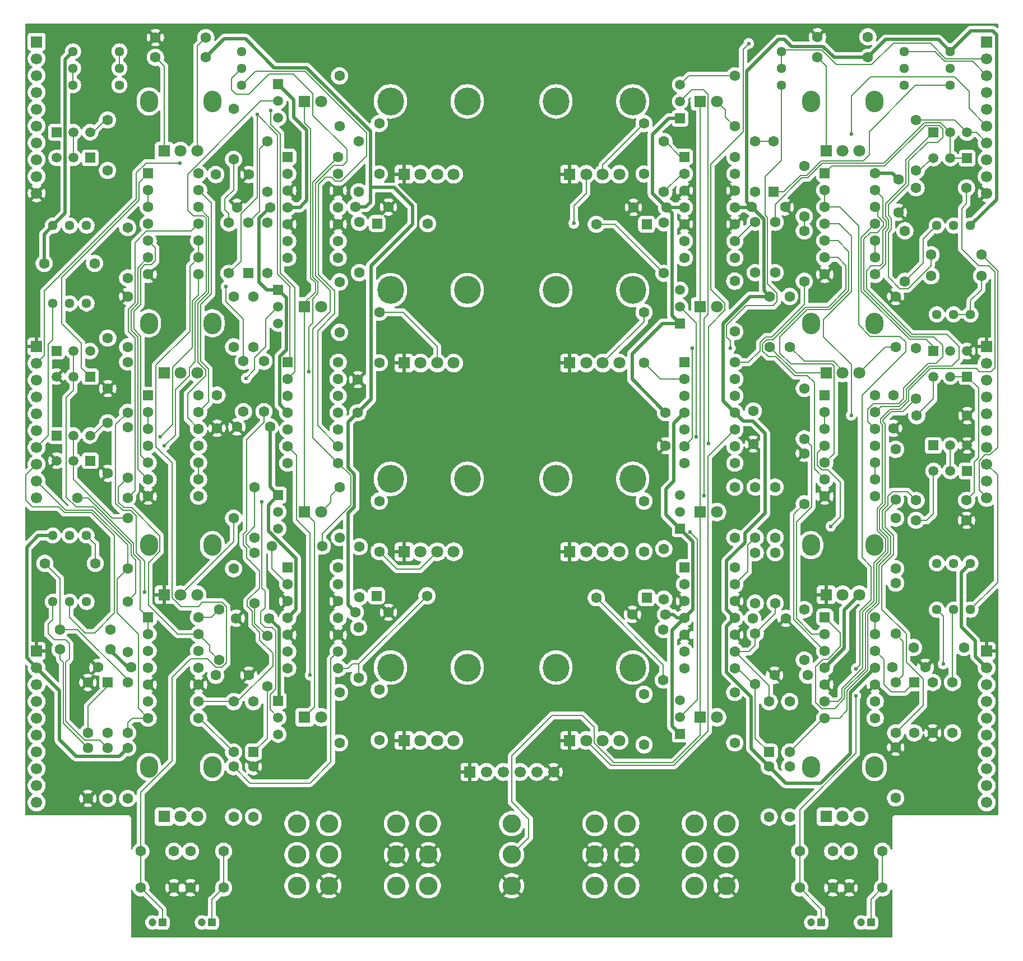
<source format=gbl>
%TF.GenerationSoftware,KiCad,Pcbnew,9.0.4*%
%TF.CreationDate,2025-10-03T19:31:02+02:00*%
%TF.ProjectId,DMH_VCEG_PCB_2,444d485f-5643-4454-975f-5043425f322e,1*%
%TF.SameCoordinates,Original*%
%TF.FileFunction,Copper,L2,Bot*%
%TF.FilePolarity,Positive*%
%FSLAX46Y46*%
G04 Gerber Fmt 4.6, Leading zero omitted, Abs format (unit mm)*
G04 Created by KiCad (PCBNEW 9.0.4) date 2025-10-03 19:31:02*
%MOMM*%
%LPD*%
G01*
G04 APERTURE LIST*
G04 Aperture macros list*
%AMRoundRect*
0 Rectangle with rounded corners*
0 $1 Rounding radius*
0 $2 $3 $4 $5 $6 $7 $8 $9 X,Y pos of 4 corners*
0 Add a 4 corners polygon primitive as box body*
4,1,4,$2,$3,$4,$5,$6,$7,$8,$9,$2,$3,0*
0 Add four circle primitives for the rounded corners*
1,1,$1+$1,$2,$3*
1,1,$1+$1,$4,$5*
1,1,$1+$1,$6,$7*
1,1,$1+$1,$8,$9*
0 Add four rect primitives between the rounded corners*
20,1,$1+$1,$2,$3,$4,$5,0*
20,1,$1+$1,$4,$5,$6,$7,0*
20,1,$1+$1,$6,$7,$8,$9,0*
20,1,$1+$1,$8,$9,$2,$3,0*%
G04 Aperture macros list end*
%TA.AperFunction,ComponentPad*%
%ADD10C,1.600000*%
%TD*%
%TA.AperFunction,ComponentPad*%
%ADD11C,2.800000*%
%TD*%
%TA.AperFunction,ComponentPad*%
%ADD12R,1.500000X1.500000*%
%TD*%
%TA.AperFunction,ComponentPad*%
%ADD13C,1.500000*%
%TD*%
%TA.AperFunction,ComponentPad*%
%ADD14C,1.440000*%
%TD*%
%TA.AperFunction,ComponentPad*%
%ADD15RoundRect,0.250000X-0.550000X-0.550000X0.550000X-0.550000X0.550000X0.550000X-0.550000X0.550000X0*%
%TD*%
%TA.AperFunction,ComponentPad*%
%ADD16O,2.720000X3.240000*%
%TD*%
%TA.AperFunction,ComponentPad*%
%ADD17R,1.800000X1.800000*%
%TD*%
%TA.AperFunction,ComponentPad*%
%ADD18C,1.800000*%
%TD*%
%TA.AperFunction,ComponentPad*%
%ADD19RoundRect,0.250000X0.350000X0.350000X-0.350000X0.350000X-0.350000X-0.350000X0.350000X-0.350000X0*%
%TD*%
%TA.AperFunction,ComponentPad*%
%ADD20C,1.200000*%
%TD*%
%TA.AperFunction,ComponentPad*%
%ADD21O,4.000000X4.200000*%
%TD*%
%TA.AperFunction,ComponentPad*%
%ADD22RoundRect,0.250000X0.550000X-0.550000X0.550000X0.550000X-0.550000X0.550000X-0.550000X-0.550000X0*%
%TD*%
%TA.AperFunction,ComponentPad*%
%ADD23RoundRect,0.250000X-0.550000X0.550000X-0.550000X-0.550000X0.550000X-0.550000X0.550000X0.550000X0*%
%TD*%
%TA.AperFunction,ComponentPad*%
%ADD24RoundRect,0.250000X0.550000X0.550000X-0.550000X0.550000X-0.550000X-0.550000X0.550000X-0.550000X0*%
%TD*%
%TA.AperFunction,ComponentPad*%
%ADD25R,1.700000X1.700000*%
%TD*%
%TA.AperFunction,ComponentPad*%
%ADD26C,1.700000*%
%TD*%
%TA.AperFunction,ViaPad*%
%ADD27C,0.600000*%
%TD*%
%TA.AperFunction,Conductor*%
%ADD28C,0.200000*%
%TD*%
%TA.AperFunction,Conductor*%
%ADD29C,0.500000*%
%TD*%
G04 APERTURE END LIST*
D10*
%TO.P,R149,1*%
%TO.N,Net-(D36-K)*%
X136800000Y-72990000D03*
%TO.P,R149,2*%
%TO.N,Net-(R149-Pad2)*%
X136800000Y-80610000D03*
%TD*%
%TO.P,R50,1*%
%TO.N,Net-(U9A--)*%
X63100000Y-68410000D03*
%TO.P,R50,2*%
%TO.N,Net-(D17-A)*%
X63100000Y-60790000D03*
%TD*%
D11*
%TO.P,SW4,1,A*%
%TO.N,Net-(SW4A-A)*%
X112587000Y-173200000D03*
%TO.P,SW4,2,B*%
%TO.N,GND*%
X112587000Y-168500000D03*
%TO.P,SW4,3,C*%
%TO.N,Net-(SW4A-C)*%
X112587000Y-163800000D03*
%TO.P,SW4,4,A*%
%TO.N,Net-(SW4B-A)*%
X117413000Y-173200000D03*
%TO.P,SW4,5,B*%
%TO.N,GND*%
X117413000Y-168500000D03*
%TO.P,SW4,6,C*%
%TO.N,Net-(SW4B-C)*%
X117413000Y-163800000D03*
%TD*%
D10*
%TO.P,R11,1*%
%TO.N,Net-(U18A-+)*%
X144200000Y-115510000D03*
%TO.P,R11,2*%
%TO.N,GND*%
X144200000Y-107890000D03*
%TD*%
%TO.P,C35,1*%
%TO.N,GND*%
X141300000Y-70700000D03*
%TO.P,C35,2*%
%TO.N,-12V*%
X136300000Y-70700000D03*
%TD*%
%TO.P,R65,1*%
%TO.N,GND*%
X42000000Y-84190000D03*
%TO.P,R65,2*%
%TO.N,Net-(R65-Pad2)*%
X42000000Y-91810000D03*
%TD*%
%TO.P,R145,1*%
%TO.N,Net-(U19D--)*%
X144200000Y-74290000D03*
%TO.P,R145,2*%
%TO.N,/CV Processing B/Att CV*%
X144200000Y-81910000D03*
%TD*%
D12*
%TO.P,Q10,1,C*%
%TO.N,+12V*%
X64750000Y-145250000D03*
D13*
%TO.P,Q10,2,B*%
%TO.N,Net-(Q10-B)*%
X64750000Y-147790000D03*
%TO.P,Q10,3,E*%
%TO.N,Net-(Q10-E)*%
X64750000Y-150330000D03*
%TD*%
D10*
%TO.P,R29,1*%
%TO.N,Net-(Q9-E)*%
X74000000Y-120610000D03*
%TO.P,R29,2*%
%TO.N,Net-(D10-A)*%
X74000000Y-112990000D03*
%TD*%
%TO.P,C26,1*%
%TO.N,+12V*%
X158400000Y-66500000D03*
%TO.P,C26,2*%
%TO.N,GND*%
X158400000Y-71500000D03*
%TD*%
D12*
%TO.P,Q15,1,C*%
%TO.N,Net-(Q15-B)*%
X31250000Y-105200000D03*
D13*
%TO.P,Q15,2,B*%
X33790000Y-105200000D03*
%TO.P,Q15,3,E*%
%TO.N,Net-(Q15-E)*%
X36330000Y-105200000D03*
%TD*%
D14*
%TO.P,RV11,1,1*%
%TO.N,Net-(U21A--)*%
X40750000Y-52290000D03*
%TO.P,RV11,2,2*%
%TO.N,/CV Processing A/Att CV*%
X40750000Y-49750000D03*
%TO.P,RV11,3,3*%
X40750000Y-47210000D03*
%TD*%
D12*
%TO.P,Q11,1,C*%
%TO.N,Net-(Q11-B)*%
X31260000Y-59400000D03*
D13*
%TO.P,Q11,2,B*%
X33800000Y-59400000D03*
%TO.P,Q11,3,E*%
%TO.N,Net-(Q11-E)*%
X36340000Y-59400000D03*
%TD*%
D12*
%TO.P,Q27,1,C*%
%TO.N,Net-(Q27-B)*%
X168800000Y-63300000D03*
D13*
%TO.P,Q27,2,B*%
X166260000Y-63300000D03*
%TO.P,Q27,3,E*%
%TO.N,Net-(Q27-E)*%
X163720000Y-63300000D03*
%TD*%
D10*
%TO.P,R187,1*%
%TO.N,Net-(J26C-Pin_3)*%
X161100000Y-91990000D03*
%TO.P,R187,2*%
%TO.N,Net-(R185-Pad2)*%
X161100000Y-99610000D03*
%TD*%
%TO.P,R158,1*%
%TO.N,Net-(U18B--)*%
X142000000Y-145390000D03*
%TO.P,R158,2*%
%TO.N,Net-(R158-Pad2)*%
X142000000Y-153010000D03*
%TD*%
%TO.P,R80,1*%
%TO.N,Net-(R77-Pad2)*%
X39410000Y-134500000D03*
%TO.P,R80,2*%
%TO.N,Net-(U8B--)*%
X31790000Y-134500000D03*
%TD*%
D15*
%TO.P,U21,1*%
%TO.N,/CV Processing A/Att CV*%
X66190000Y-94135000D03*
D10*
%TO.P,U21,2,-*%
%TO.N,Net-(U21A--)*%
X66190000Y-96675000D03*
%TO.P,U21,3,+*%
%TO.N,Net-(U21A-+)*%
X66190000Y-99215000D03*
%TO.P,U21,4,V+*%
%TO.N,+12V*%
X66190000Y-101755000D03*
%TO.P,U21,5,+*%
%TO.N,Net-(U21B-+)*%
X66190000Y-104295000D03*
%TO.P,U21,6,-*%
%TO.N,Net-(U21B--)*%
X66190000Y-106835000D03*
%TO.P,U21,7*%
%TO.N,/CV Processing A/Rel CV*%
X66190000Y-109375000D03*
%TO.P,U21,8*%
%TO.N,/CV Processing A/Sus CV*%
X73810000Y-109375000D03*
%TO.P,U21,9,-*%
%TO.N,Net-(U21C--)*%
X73810000Y-106835000D03*
%TO.P,U21,10,+*%
%TO.N,Net-(U21C-+)*%
X73810000Y-104295000D03*
%TO.P,U21,11,V-*%
%TO.N,-12V*%
X73810000Y-101755000D03*
%TO.P,U21,12,+*%
%TO.N,Net-(U21D-+)*%
X73810000Y-99215000D03*
%TO.P,U21,13,-*%
%TO.N,Net-(U21D--)*%
X73810000Y-96675000D03*
%TO.P,U21,14*%
%TO.N,/CV Processing A/Dec CV*%
X73810000Y-94135000D03*
%TD*%
D12*
%TO.P,Q16,1,C*%
%TO.N,/CV Processing A/Rel Cur Snk*%
X36350000Y-109000000D03*
D13*
%TO.P,Q16,2,B*%
%TO.N,Net-(Q15-B)*%
X33810000Y-109000000D03*
%TO.P,Q16,3,E*%
%TO.N,GND*%
X31270000Y-109000000D03*
%TD*%
D10*
%TO.P,R70,1*%
%TO.N,Net-(R68-Pad2)*%
X61200000Y-122890000D03*
%TO.P,R70,2*%
%TO.N,Net-(D19-A)*%
X61200000Y-130510000D03*
%TD*%
%TO.P,R27,1*%
%TO.N,Net-(Q7-E)*%
X74000000Y-58510000D03*
%TO.P,R27,2*%
%TO.N,Net-(D8-A)*%
X74000000Y-50890000D03*
%TD*%
D12*
%TO.P,Q7,1,C*%
%TO.N,+12V*%
X64750000Y-52150000D03*
D13*
%TO.P,Q7,2,B*%
%TO.N,Net-(Q7-B)*%
X64750000Y-54690000D03*
%TO.P,Q7,3,E*%
%TO.N,Net-(Q7-E)*%
X64750000Y-57230000D03*
%TD*%
D10*
%TO.P,C37,1*%
%TO.N,GND*%
X141400000Y-132800000D03*
%TO.P,C37,2*%
%TO.N,-12V*%
X136400000Y-132800000D03*
%TD*%
%TO.P,R77,1*%
%TO.N,Net-(D21-K)*%
X77000000Y-129610000D03*
%TO.P,R77,2*%
%TO.N,Net-(R77-Pad2)*%
X77000000Y-121990000D03*
%TD*%
D12*
%TO.P,Q8,1,C*%
%TO.N,+12V*%
X64750000Y-83200000D03*
D13*
%TO.P,Q8,2,B*%
%TO.N,Net-(Q8-B)*%
X64750000Y-85740000D03*
%TO.P,Q8,3,E*%
%TO.N,Net-(Q8-E)*%
X64750000Y-88280000D03*
%TD*%
D12*
%TO.P,Q13,1,C*%
%TO.N,Net-(Q13-B)*%
X31250000Y-92450000D03*
D13*
%TO.P,Q13,2,B*%
X33790000Y-92450000D03*
%TO.P,Q13,3,E*%
%TO.N,Net-(Q13-E)*%
X36330000Y-92450000D03*
%TD*%
D10*
%TO.P,C36,1*%
%TO.N,+12V*%
X123250000Y-132200000D03*
%TO.P,C36,2*%
%TO.N,GND*%
X118250000Y-132200000D03*
%TD*%
D12*
%TO.P,Q26,1,C*%
%TO.N,+12V*%
X125450000Y-150300000D03*
D13*
%TO.P,Q26,2,B*%
%TO.N,Net-(Q26-B)*%
X125450000Y-147760000D03*
%TO.P,Q26,3,E*%
%TO.N,Net-(Q26-E)*%
X125450000Y-145220000D03*
%TD*%
D10*
%TO.P,R146,1*%
%TO.N,Net-(R146-Pad1)*%
X146190000Y-48100000D03*
%TO.P,R146,2*%
%TO.N,-12V*%
X153810000Y-48100000D03*
%TD*%
%TO.P,R89,1*%
%TO.N,/Core Circuit A/Inv Sus State*%
X42000000Y-103990000D03*
%TO.P,R89,2*%
%TO.N,Net-(U8D--)*%
X42000000Y-111610000D03*
%TD*%
%TO.P,R55,1*%
%TO.N,GND*%
X46190000Y-45100000D03*
%TO.P,R55,2*%
%TO.N,Net-(R55-Pad2)*%
X53810000Y-45100000D03*
%TD*%
D11*
%TO.P,SW5,1,A*%
%TO.N,unconnected-(SW5A-A-Pad1)*%
X127587000Y-173200000D03*
%TO.P,SW5,2,B*%
%TO.N,Net-(J24D-Pin_4)*%
X127587000Y-168500000D03*
%TO.P,SW5,3,C*%
%TO.N,/Core Circuit B/ProcGate*%
X127587000Y-163800000D03*
%TO.P,SW5,4,A*%
%TO.N,GND*%
X132413000Y-173200000D03*
%TO.P,SW5,5,B*%
%TO.N,Net-(J27I-Pin_9)*%
X132413000Y-168500000D03*
%TO.P,SW5,6,C*%
%TO.N,unconnected-(SW5B-C-Pad6)*%
X132413000Y-163800000D03*
%TD*%
D16*
%TO.P,RV31,*%
%TO.N,*%
X145200000Y-155250000D03*
X154800000Y-155250000D03*
D17*
%TO.P,RV31,1,1*%
%TO.N,Net-(R172-Pad1)*%
X147500000Y-162750000D03*
D18*
%TO.P,RV31,2,2*%
%TO.N,Net-(R176-Pad1)*%
X150000000Y-162750000D03*
%TO.P,RV31,3,3*%
%TO.N,Net-(R179-Pad2)*%
X152500000Y-162750000D03*
%TD*%
D10*
%TO.P,R63,1*%
%TO.N,Net-(R60-Pad2)*%
X62600000Y-93990000D03*
%TO.P,R63,2*%
%TO.N,Net-(U8C--)*%
X62600000Y-101610000D03*
%TD*%
D12*
%TO.P,Q9,1,C*%
%TO.N,+12V*%
X64750000Y-114200000D03*
D13*
%TO.P,Q9,2,B*%
%TO.N,Net-(Q9-B)*%
X64750000Y-116740000D03*
%TO.P,Q9,3,E*%
%TO.N,Net-(Q9-E)*%
X64750000Y-119280000D03*
%TD*%
D10*
%TO.P,R74,1*%
%TO.N,Net-(U8B--)*%
X29490000Y-124500000D03*
%TO.P,R74,2*%
%TO.N,Net-(R74-Pad2)*%
X37110000Y-124500000D03*
%TD*%
%TO.P,C38,1*%
%TO.N,+12V*%
X123250000Y-101750000D03*
%TO.P,C38,2*%
%TO.N,GND*%
X123250000Y-106750000D03*
%TD*%
D14*
%TO.P,RV4,1,1*%
%TO.N,Net-(D17-K)*%
X33750000Y-52290000D03*
%TO.P,RV4,2,2*%
X33750000Y-49750000D03*
%TO.P,RV4,3,3*%
%TO.N,-12V*%
X33750000Y-47210000D03*
%TD*%
%TO.P,RV34,1,1*%
%TO.N,Net-(U23A--)*%
X164210000Y-86900000D03*
%TO.P,RV34,2,2*%
%TO.N,/CV Processing B/Dec CV*%
X166750000Y-86900000D03*
%TO.P,RV34,3,3*%
X169290000Y-86900000D03*
%TD*%
D10*
%TO.P,R163,1*%
%TO.N,GND*%
X168810000Y-102200000D03*
%TO.P,R163,2*%
%TO.N,Net-(Q29-E)*%
X161190000Y-102200000D03*
%TD*%
%TO.P,R154,1*%
%TO.N,Net-(U18B--)*%
X159400000Y-74290000D03*
%TO.P,R154,2*%
%TO.N,Net-(R154-Pad2)*%
X159400000Y-81910000D03*
%TD*%
D19*
%TO.P,C51,1*%
%TO.N,Net-(J21F-Pin_6)*%
X47250000Y-178750000D03*
D20*
%TO.P,C51,2*%
%TO.N,Net-(SW2A-A)*%
X45750000Y-178750000D03*
%TD*%
D10*
%TO.P,R61,1*%
%TO.N,Net-(U8C--)*%
X58000000Y-145390000D03*
%TO.P,R61,2*%
%TO.N,Net-(R61-Pad2)*%
X58000000Y-153010000D03*
%TD*%
D15*
%TO.P,U23,1*%
%TO.N,/CV Processing B/Dec CV*%
X126100000Y-94135000D03*
D10*
%TO.P,U23,2,-*%
%TO.N,Net-(U23A--)*%
X126100000Y-96675000D03*
%TO.P,U23,3,+*%
%TO.N,Net-(U23A-+)*%
X126100000Y-99215000D03*
%TO.P,U23,4,V+*%
%TO.N,+12V*%
X126100000Y-101755000D03*
%TO.P,U23,5,+*%
%TO.N,Net-(U23B-+)*%
X126100000Y-104295000D03*
%TO.P,U23,6,-*%
%TO.N,Net-(U23B--)*%
X126100000Y-106835000D03*
%TO.P,U23,7*%
%TO.N,/CV Processing B/Sus CV*%
X126100000Y-109375000D03*
%TO.P,U23,8*%
%TO.N,/CV Processing B/Rel CV*%
X133720000Y-109375000D03*
%TO.P,U23,9,-*%
%TO.N,Net-(U23C--)*%
X133720000Y-106835000D03*
%TO.P,U23,10,+*%
%TO.N,Net-(U23C-+)*%
X133720000Y-104295000D03*
%TO.P,U23,11,V-*%
%TO.N,-12V*%
X133720000Y-101755000D03*
%TO.P,U23,12,+*%
%TO.N,Net-(U23D-+)*%
X133720000Y-99215000D03*
%TO.P,U23,13,-*%
%TO.N,Net-(U23D--)*%
X133720000Y-96675000D03*
%TO.P,U23,14*%
%TO.N,/CV Processing B/Att CV*%
X133720000Y-94135000D03*
%TD*%
%TO.P,R85,1*%
%TO.N,Net-(J22D-Pin_4)*%
X80000000Y-86590000D03*
%TO.P,R85,2*%
%TO.N,Net-(U21D--)*%
X80000000Y-94210000D03*
%TD*%
D12*
%TO.P,Q14,1,C*%
%TO.N,/CV Processing A/Dec Cur Snk*%
X36350000Y-96300000D03*
D13*
%TO.P,Q14,2,B*%
%TO.N,Net-(Q13-B)*%
X33810000Y-96300000D03*
%TO.P,Q14,3,E*%
%TO.N,GND*%
X31270000Y-96300000D03*
%TD*%
D21*
%TO.P,RV33,*%
%TO.N,*%
X106700000Y-54750000D03*
D18*
X116250000Y-65750000D03*
D21*
X118300000Y-54750000D03*
D17*
%TO.P,RV33,1,1*%
%TO.N,GND*%
X108750000Y-65750000D03*
D18*
%TO.P,RV33,2,2*%
%TO.N,Net-(U23D-+)*%
X111250000Y-65750000D03*
%TO.P,RV33,3,3*%
%TO.N,Net-(J26B-Pin_2)*%
X113750000Y-65750000D03*
%TD*%
D10*
%TO.P,C16,1*%
%TO.N,GND*%
X81400000Y-70700000D03*
%TO.P,C16,2*%
%TO.N,-12V*%
X76400000Y-70700000D03*
%TD*%
%TO.P,R153,1*%
%TO.N,Net-(U19B--)*%
X163340000Y-81100000D03*
%TO.P,R153,2*%
%TO.N,/CV Processing B/Dec CV*%
X170960000Y-81100000D03*
%TD*%
D14*
%TO.P,RV17,1,1*%
%TO.N,Net-(U21B--)*%
X35790000Y-130300000D03*
%TO.P,RV17,2,2*%
%TO.N,/CV Processing A/Rel CV*%
X33250000Y-130300000D03*
%TO.P,RV17,3,3*%
X30710000Y-130300000D03*
%TD*%
D10*
%TO.P,R112,1*%
%TO.N,Net-(R112-Pad1)*%
X163340000Y-77900000D03*
%TO.P,R112,2*%
%TO.N,/CV Processing B/Sus Level*%
X170960000Y-77900000D03*
%TD*%
%TO.P,C45,1*%
%TO.N,Net-(SW2B-C)*%
X51500000Y-168000000D03*
%TO.P,C45,2*%
%TO.N,Net-(J23J-Pin_10)*%
X56500000Y-168000000D03*
%TD*%
D21*
%TO.P,RV35,*%
%TO.N,*%
X106700000Y-83250000D03*
D18*
X116250000Y-94250000D03*
D21*
X118300000Y-83250000D03*
D17*
%TO.P,RV35,1,1*%
%TO.N,GND*%
X108750000Y-94250000D03*
D18*
%TO.P,RV35,2,2*%
%TO.N,Net-(U23A-+)*%
X111250000Y-94250000D03*
%TO.P,RV35,3,3*%
%TO.N,Net-(J26D-Pin_4)*%
X113750000Y-94250000D03*
%TD*%
D14*
%TO.P,RV9,1,1*%
%TO.N,Net-(R74-Pad2)*%
X35790000Y-120300000D03*
%TO.P,RV9,2,2*%
X33250000Y-120300000D03*
%TO.P,RV9,3,3*%
%TO.N,-12V*%
X30710000Y-120300000D03*
%TD*%
D17*
%TO.P,D11,1,K*%
%TO.N,/Core Circuit A/LEDs SW*%
X68730000Y-147750000D03*
D18*
%TO.P,D11,2,A*%
%TO.N,Net-(D11-A)*%
X71270000Y-147750000D03*
%TD*%
D10*
%TO.P,R82,1*%
%TO.N,GND*%
X61000000Y-155190000D03*
%TO.P,R82,2*%
%TO.N,Net-(R82-Pad2)*%
X61000000Y-162810000D03*
%TD*%
D19*
%TO.P,C49,1*%
%TO.N,Net-(J23J-Pin_10)*%
X54722600Y-178750000D03*
D20*
%TO.P,C49,2*%
%TO.N,Net-(SW2B-A)*%
X53222600Y-178750000D03*
%TD*%
D14*
%TO.P,RV15,1,1*%
%TO.N,Net-(U21C--)*%
X59250000Y-52290000D03*
%TO.P,RV15,2,2*%
%TO.N,/CV Processing A/Sus CV*%
X59250000Y-49750000D03*
%TO.P,RV15,3,3*%
X59250000Y-47210000D03*
%TD*%
D19*
%TO.P,C65,1*%
%TO.N,Net-(J27J-Pin_10)*%
X154250000Y-178750000D03*
D20*
%TO.P,C65,2*%
%TO.N,Net-(SW4B-A)*%
X152750000Y-178750000D03*
%TD*%
D10*
%TO.P,C66,1*%
%TO.N,Net-(J25F-Pin_6)*%
X143500000Y-168000000D03*
%TO.P,C66,2*%
%TO.N,Net-(SW4A-C)*%
X148500000Y-168000000D03*
%TD*%
D22*
%TO.P,D17,1,K*%
%TO.N,Net-(D17-K)*%
X60200000Y-80710000D03*
D10*
%TO.P,D17,2,A*%
%TO.N,Net-(D17-A)*%
X60200000Y-73090000D03*
%TD*%
%TO.P,C14,1*%
%TO.N,GND*%
X60300000Y-141400000D03*
%TO.P,C14,2*%
%TO.N,-12V*%
X55300000Y-141400000D03*
%TD*%
%TO.P,R86,1*%
%TO.N,Net-(J23C-Pin_3)*%
X80000000Y-122710000D03*
%TO.P,R86,2*%
%TO.N,Net-(U21C--)*%
X80000000Y-115090000D03*
%TD*%
D12*
%TO.P,Q28,1,C*%
%TO.N,/CV Processing B/Att Cur Src*%
X163700000Y-59450000D03*
D13*
%TO.P,Q28,2,B*%
%TO.N,Net-(Q27-B)*%
X166240000Y-59450000D03*
%TO.P,Q28,3,E*%
%TO.N,/CV Processing B/Max Level*%
X168780000Y-59450000D03*
%TD*%
D10*
%TO.P,C50,1*%
%TO.N,Net-(J21F-Pin_6)*%
X44000000Y-168000000D03*
%TO.P,C50,2*%
%TO.N,Net-(SW2A-C)*%
X49000000Y-168000000D03*
%TD*%
%TO.P,R165,1*%
%TO.N,Net-(U20D--)*%
X136800000Y-130510000D03*
%TO.P,R165,2*%
%TO.N,Net-(R165-Pad2)*%
X136800000Y-122890000D03*
%TD*%
%TO.P,R18,1*%
%TO.N,+12V*%
X160690000Y-137200000D03*
%TO.P,R18,2*%
%TO.N,Net-(U18A-+)*%
X168310000Y-137200000D03*
%TD*%
D15*
%TO.P,U19,1*%
%TO.N,Net-(R157-Pad2)*%
X126100000Y-63135000D03*
D10*
%TO.P,U19,2,-*%
%TO.N,Net-(D37-K)*%
X126100000Y-65675000D03*
%TO.P,U19,3,+*%
%TO.N,GND*%
X126100000Y-68215000D03*
%TO.P,U19,4,V+*%
%TO.N,+12V*%
X126100000Y-70755000D03*
%TO.P,U19,5,+*%
%TO.N,GND*%
X126100000Y-73295000D03*
%TO.P,U19,6,-*%
%TO.N,Net-(U19B--)*%
X126100000Y-75835000D03*
%TO.P,U19,7*%
%TO.N,Net-(D37-A)*%
X126100000Y-78375000D03*
%TO.P,U19,8*%
%TO.N,Net-(R149-Pad2)*%
X133720000Y-78375000D03*
%TO.P,U19,9,-*%
%TO.N,Net-(D36-K)*%
X133720000Y-75835000D03*
%TO.P,U19,10,+*%
%TO.N,GND*%
X133720000Y-73295000D03*
%TO.P,U19,11,V-*%
%TO.N,-12V*%
X133720000Y-70755000D03*
%TO.P,U19,12,+*%
%TO.N,GND*%
X133720000Y-68215000D03*
%TO.P,U19,13,-*%
%TO.N,Net-(U19D--)*%
X133720000Y-65675000D03*
%TO.P,U19,14*%
%TO.N,Net-(D36-A)*%
X133720000Y-63135000D03*
%TD*%
D15*
%TO.P,U4,1*%
%TO.N,/CV Processing A/Dec Cur Snk*%
X45100000Y-65635000D03*
D10*
%TO.P,U4,2*%
%TO.N,Net-(J21F-Pin_6)*%
X45100000Y-68175000D03*
%TO.P,U4,3*%
X45100000Y-70715000D03*
%TO.P,U4,4*%
%TO.N,/CV Processing A/Att Cur Src*%
X45100000Y-73255000D03*
%TO.P,U4,5*%
%TO.N,/Core Circuit A/Att_State*%
X45100000Y-75795000D03*
%TO.P,U4,6*%
%TO.N,/Core Circuit A/Rel_State*%
X45100000Y-78335000D03*
%TO.P,U4,7,V_{SS}*%
%TO.N,GND*%
X45100000Y-80875000D03*
%TO.P,U4,8*%
%TO.N,/CV Processing A/Rel Cur Snk*%
X52720000Y-80875000D03*
%TO.P,U4,9*%
%TO.N,Net-(J21F-Pin_6)*%
X52720000Y-78335000D03*
%TO.P,U4,10*%
X52720000Y-75795000D03*
%TO.P,U4,11*%
%TO.N,Net-(R15-Pad1)*%
X52720000Y-73255000D03*
%TO.P,U4,12*%
%TO.N,/Core Circuit A/Sus_State*%
X52720000Y-70715000D03*
%TO.P,U4,13*%
%TO.N,/Core Circuit A/Dec_State*%
X52720000Y-68175000D03*
%TO.P,U4,14,V_{DD}*%
%TO.N,+12V*%
X52720000Y-65635000D03*
%TD*%
D22*
%TO.P,D19,1,K*%
%TO.N,Net-(D19-K)*%
X61000000Y-153010000D03*
D10*
%TO.P,D19,2,A*%
%TO.N,Net-(D19-A)*%
X61000000Y-145390000D03*
%TD*%
%TO.P,R30,1*%
%TO.N,Net-(Q10-E)*%
X74000000Y-151610000D03*
%TO.P,R30,2*%
%TO.N,Net-(D11-A)*%
X74000000Y-143990000D03*
%TD*%
%TO.P,C40,1*%
%TO.N,+12V*%
X157700000Y-99100000D03*
%TO.P,C40,2*%
%TO.N,GND*%
X157700000Y-104100000D03*
%TD*%
%TO.P,R76,1*%
%TO.N,Net-(U10C--)*%
X76900000Y-134190000D03*
%TO.P,R76,2*%
%TO.N,Net-(D21-A)*%
X76900000Y-141810000D03*
%TD*%
%TO.P,R69,1*%
%TO.N,GND*%
X36000000Y-142490000D03*
%TO.P,R69,2*%
%TO.N,Net-(D20-K)*%
X36000000Y-150110000D03*
%TD*%
%TO.P,R68,1*%
%TO.N,Net-(U10A--)*%
X61200000Y-120610000D03*
%TO.P,R68,2*%
%TO.N,Net-(R68-Pad2)*%
X61200000Y-112990000D03*
%TD*%
%TO.P,R151,1*%
%TO.N,Net-(R149-Pad2)*%
X139800000Y-80610000D03*
%TO.P,R151,2*%
%TO.N,Net-(Q27-B)*%
X139800000Y-72990000D03*
%TD*%
D15*
%TO.P,U8,1*%
%TO.N,/CV Processing A/Sus Level*%
X45100000Y-132635000D03*
D10*
%TO.P,U8,2,-*%
X45100000Y-135175000D03*
%TO.P,U8,3,+*%
%TO.N,Net-(D20-K)*%
X45100000Y-137715000D03*
%TO.P,U8,4,V+*%
%TO.N,+12V*%
X45100000Y-140255000D03*
%TO.P,U8,5,+*%
%TO.N,GND*%
X45100000Y-142795000D03*
%TO.P,U8,6,-*%
%TO.N,Net-(U8B--)*%
X45100000Y-145335000D03*
%TO.P,U8,7*%
%TO.N,/CV Processing A/Rel Proc CV*%
X45100000Y-147875000D03*
%TO.P,U8,8*%
%TO.N,Net-(R61-Pad2)*%
X52720000Y-147875000D03*
%TO.P,U8,9,-*%
%TO.N,Net-(U8C--)*%
X52720000Y-145335000D03*
%TO.P,U8,10,+*%
%TO.N,GND*%
X52720000Y-142795000D03*
%TO.P,U8,11,V-*%
%TO.N,-12V*%
X52720000Y-140255000D03*
%TO.P,U8,12,+*%
%TO.N,Net-(U8D-+)*%
X52720000Y-137715000D03*
%TO.P,U8,13,-*%
%TO.N,Net-(U8D--)*%
X52720000Y-135175000D03*
%TO.P,U8,14*%
%TO.N,Net-(R88-Pad2)*%
X52720000Y-132635000D03*
%TD*%
%TO.P,R184,1*%
%TO.N,Net-(J27H-Pin_8)*%
X120000000Y-151910000D03*
%TO.P,R184,2*%
%TO.N,Net-(U23C--)*%
X120000000Y-144290000D03*
%TD*%
%TO.P,R79,1*%
%TO.N,Net-(R79-Pad1)*%
X58000000Y-162810000D03*
%TO.P,R79,2*%
%TO.N,Net-(U10C--)*%
X58000000Y-155190000D03*
%TD*%
%TO.P,R162,1*%
%TO.N,GND*%
X158000000Y-84190000D03*
%TO.P,R162,2*%
%TO.N,Net-(R162-Pad2)*%
X158000000Y-91810000D03*
%TD*%
%TO.P,R179,1*%
%TO.N,GND*%
X158000000Y-152290000D03*
%TO.P,R179,2*%
%TO.N,Net-(R179-Pad2)*%
X158000000Y-159910000D03*
%TD*%
%TO.P,R62,1*%
%TO.N,Net-(R62-Pad1)*%
X58000000Y-91810000D03*
%TO.P,R62,2*%
%TO.N,Net-(U9C--)*%
X58000000Y-84190000D03*
%TD*%
D12*
%TO.P,Q30,1,C*%
%TO.N,/CV Processing B/Dec Cur Snk*%
X163700000Y-92450000D03*
D13*
%TO.P,Q30,2,B*%
%TO.N,Net-(Q29-B)*%
X166240000Y-92450000D03*
%TO.P,Q30,3,E*%
%TO.N,GND*%
X168780000Y-92450000D03*
%TD*%
D10*
%TO.P,R87,1*%
%TO.N,Net-(J23H-Pin_8)*%
X80000000Y-151210000D03*
%TO.P,R87,2*%
%TO.N,Net-(U21B--)*%
X80000000Y-143590000D03*
%TD*%
%TO.P,R84,1*%
%TO.N,Net-(J22B-Pin_2)*%
X80000000Y-65710000D03*
%TO.P,R84,2*%
%TO.N,Net-(U21A--)*%
X80000000Y-58090000D03*
%TD*%
D16*
%TO.P,RV26,*%
%TO.N,*%
X145200000Y-54750000D03*
X154800000Y-54750000D03*
D17*
%TO.P,RV26,1,1*%
%TO.N,Net-(R146-Pad1)*%
X147500000Y-62250000D03*
D18*
%TO.P,RV26,2,2*%
%TO.N,Net-(R150-Pad1)*%
X150000000Y-62250000D03*
%TO.P,RV26,3,3*%
%TO.N,Net-(R152-Pad2)*%
X152500000Y-62250000D03*
%TD*%
D10*
%TO.P,R53,1*%
%TO.N,Net-(R53-Pad1)*%
X58000000Y-55890000D03*
%TO.P,R53,2*%
%TO.N,Net-(U9A--)*%
X58000000Y-63510000D03*
%TD*%
%TO.P,R127,1*%
%TO.N,Net-(Q26-E)*%
X133700000Y-143990000D03*
%TO.P,R127,2*%
%TO.N,Net-(D30-A)*%
X133700000Y-151610000D03*
%TD*%
%TO.P,C32,1*%
%TO.N,+12V*%
X144700000Y-141400000D03*
%TO.P,C32,2*%
%TO.N,GND*%
X139700000Y-141400000D03*
%TD*%
%TO.P,R124,1*%
%TO.N,Net-(Q23-E)*%
X133700000Y-50890000D03*
%TO.P,R124,2*%
%TO.N,Net-(D27-A)*%
X133700000Y-58510000D03*
%TD*%
D14*
%TO.P,RV36,1,1*%
%TO.N,Net-(U23B--)*%
X140750000Y-52290000D03*
%TO.P,RV36,2,2*%
%TO.N,/CV Processing B/Sus CV*%
X140750000Y-49750000D03*
%TO.P,RV36,3,3*%
X140750000Y-47210000D03*
%TD*%
D23*
%TO.P,D39,1,K*%
%TO.N,Net-(D39-K)*%
X160800000Y-142490000D03*
D10*
%TO.P,D39,2,A*%
%TO.N,Net-(D38-K)*%
X160800000Y-150110000D03*
%TD*%
%TO.P,R181,1*%
%TO.N,Net-(J26B-Pin_2)*%
X120000000Y-58090000D03*
%TO.P,R181,2*%
%TO.N,Net-(U23D--)*%
X120000000Y-65710000D03*
%TD*%
D12*
%TO.P,Q29,1,C*%
%TO.N,Net-(Q29-B)*%
X168800000Y-96300000D03*
D13*
%TO.P,Q29,2,B*%
X166260000Y-96300000D03*
%TO.P,Q29,3,E*%
%TO.N,Net-(Q29-E)*%
X163720000Y-96300000D03*
%TD*%
D10*
%TO.P,R88,1*%
%TO.N,Net-(U8D--)*%
X55800000Y-139110000D03*
%TO.P,R88,2*%
%TO.N,Net-(R88-Pad2)*%
X55800000Y-131490000D03*
%TD*%
D17*
%TO.P,D29,1,K*%
%TO.N,/Core Circuit A/LEDs SW*%
X128480000Y-116750000D03*
D18*
%TO.P,D29,2,A*%
%TO.N,Net-(D29-A)*%
X131020000Y-116750000D03*
%TD*%
D10*
%TO.P,C34,1*%
%TO.N,+12V*%
X123400000Y-70750000D03*
%TO.P,C34,2*%
%TO.N,GND*%
X118400000Y-70750000D03*
%TD*%
D15*
%TO.P,D18,1,K*%
%TO.N,Net-(D18-K)*%
X79690000Y-73200000D03*
D10*
%TO.P,D18,2,A*%
%TO.N,Net-(D18-A)*%
X87310000Y-73200000D03*
%TD*%
%TO.P,R90,1*%
%TO.N,Net-(J22C-Pin_3)*%
X42000000Y-94090000D03*
%TO.P,R90,2*%
%TO.N,Net-(R88-Pad2)*%
X42000000Y-101710000D03*
%TD*%
D12*
%TO.P,Q25,1,C*%
%TO.N,+12V*%
X125450000Y-119300000D03*
D13*
%TO.P,Q25,2,B*%
%TO.N,Net-(Q25-B)*%
X125450000Y-116760000D03*
%TO.P,Q25,3,E*%
%TO.N,Net-(Q25-E)*%
X125450000Y-114220000D03*
%TD*%
D14*
%TO.P,RV13,1,1*%
%TO.N,Net-(U21D--)*%
X35790000Y-85250000D03*
%TO.P,RV13,2,2*%
%TO.N,/CV Processing A/Dec CV*%
X33250000Y-85250000D03*
%TO.P,RV13,3,3*%
X30710000Y-85250000D03*
%TD*%
D10*
%TO.P,R72,1*%
%TO.N,Net-(R72-Pad1)*%
X58000000Y-117690000D03*
%TO.P,R72,2*%
%TO.N,Net-(U10A--)*%
X58000000Y-125310000D03*
%TD*%
D12*
%TO.P,Q12,1,C*%
%TO.N,/CV Processing A/Att Cur Src*%
X36360000Y-63265000D03*
D13*
%TO.P,Q12,2,B*%
%TO.N,Net-(Q11-B)*%
X33820000Y-63265000D03*
%TO.P,Q12,3,E*%
%TO.N,/CV Processing A/Max Level*%
X31280000Y-63265000D03*
%TD*%
D10*
%TO.P,R174,1*%
%TO.N,Net-(D40-K)*%
X123000000Y-129910000D03*
%TO.P,R174,2*%
%TO.N,Net-(R174-Pad2)*%
X123000000Y-122290000D03*
%TD*%
D17*
%TO.P,D9,1,K*%
%TO.N,/Core Circuit A/LEDs SW*%
X68730000Y-85750000D03*
D18*
%TO.P,D9,2,A*%
%TO.N,Net-(D9-A)*%
X71270000Y-85750000D03*
%TD*%
D15*
%TO.P,U22,1*%
%TO.N,Net-(Q8-B)*%
X45100000Y-99135000D03*
D10*
%TO.P,U22,2*%
%TO.N,/Core Circuit A/Out*%
X45100000Y-101675000D03*
%TO.P,U22,3*%
X45100000Y-104215000D03*
%TO.P,U22,4*%
%TO.N,Net-(Q7-B)*%
X45100000Y-106755000D03*
%TO.P,U22,5*%
%TO.N,/Core Circuit A/Att_State*%
X45100000Y-109295000D03*
%TO.P,U22,6*%
%TO.N,/Core Circuit A/Rel_State*%
X45100000Y-111835000D03*
%TO.P,U22,7,V_{SS}*%
%TO.N,GND*%
X45100000Y-114375000D03*
%TO.P,U22,8*%
%TO.N,Net-(Q10-B)*%
X52720000Y-114375000D03*
%TO.P,U22,9*%
%TO.N,/Core Circuit A/Out*%
X52720000Y-111835000D03*
%TO.P,U22,10*%
X52720000Y-109295000D03*
%TO.P,U22,11*%
%TO.N,Net-(Q9-B)*%
X52720000Y-106755000D03*
%TO.P,U22,12*%
%TO.N,/Core Circuit A/Sus_State*%
X52720000Y-104215000D03*
%TO.P,U22,13*%
%TO.N,/Core Circuit A/Dec_State*%
X52720000Y-101675000D03*
%TO.P,U22,14,V_{DD}*%
%TO.N,+12V*%
X52720000Y-99135000D03*
%TD*%
D23*
%TO.P,D20,1,K*%
%TO.N,Net-(D20-K)*%
X39000000Y-142490000D03*
D10*
%TO.P,D20,2,A*%
%TO.N,Net-(D19-K)*%
X39000000Y-150110000D03*
%TD*%
%TO.P,R161,1*%
%TO.N,Net-(R158-Pad2)*%
X161090000Y-115000000D03*
%TO.P,R161,2*%
%TO.N,Net-(Q29-B)*%
X168710000Y-115000000D03*
%TD*%
D17*
%TO.P,D10,1,K*%
%TO.N,/Core Circuit A/LEDs SW*%
X68730000Y-116750000D03*
D18*
%TO.P,D10,2,A*%
%TO.N,Net-(D10-A)*%
X71270000Y-116750000D03*
%TD*%
D10*
%TO.P,C75,1*%
%TO.N,GND*%
X148500000Y-173500000D03*
%TO.P,C75,2*%
%TO.N,Net-(J25F-Pin_6)*%
X143500000Y-173500000D03*
%TD*%
%TO.P,R164,1*%
%TO.N,/CV Processing B/Sus CV*%
X136800000Y-112990000D03*
%TO.P,R164,2*%
%TO.N,Net-(U20D--)*%
X136800000Y-120610000D03*
%TD*%
%TO.P,R51,1*%
%TO.N,Net-(Q11-E)*%
X38960000Y-57540000D03*
%TO.P,R51,2*%
%TO.N,/CV Processing A/Max Level*%
X38960000Y-65160000D03*
%TD*%
D22*
%TO.P,D38,1,K*%
%TO.N,Net-(D38-K)*%
X138900000Y-153010000D03*
D10*
%TO.P,D38,2,A*%
%TO.N,Net-(D38-A)*%
X138900000Y-145390000D03*
%TD*%
%TO.P,R180,1*%
%TO.N,GND*%
X168710000Y-118000000D03*
%TO.P,R180,2*%
%TO.N,Net-(Q31-E)*%
X161090000Y-118000000D03*
%TD*%
%TO.P,C13,1*%
%TO.N,+12V*%
X42500000Y-140200000D03*
%TO.P,C13,2*%
%TO.N,GND*%
X37500000Y-140200000D03*
%TD*%
D15*
%TO.P,U14,1*%
%TO.N,Net-(R112-Pad1)*%
X147300000Y-65635000D03*
D10*
%TO.P,U14,2*%
%TO.N,Net-(J25F-Pin_6)*%
X147300000Y-68175000D03*
%TO.P,U14,3*%
X147300000Y-70715000D03*
%TO.P,U14,4*%
%TO.N,/CV Processing B/Rel Cur Snk*%
X147300000Y-73255000D03*
%TO.P,U14,5*%
%TO.N,/Core Circuit B/Rel_State*%
X147300000Y-75795000D03*
%TO.P,U14,6*%
%TO.N,/Core Circuit B/Att_State*%
X147300000Y-78335000D03*
%TO.P,U14,7,V_{SS}*%
%TO.N,GND*%
X147300000Y-80875000D03*
%TO.P,U14,8*%
%TO.N,/CV Processing B/Att Cur Src*%
X154920000Y-80875000D03*
%TO.P,U14,9*%
%TO.N,Net-(J25F-Pin_6)*%
X154920000Y-78335000D03*
%TO.P,U14,10*%
X154920000Y-75795000D03*
%TO.P,U14,11*%
%TO.N,/CV Processing B/Dec Cur Snk*%
X154920000Y-73255000D03*
%TO.P,U14,12*%
%TO.N,/Core Circuit B/Dec_State*%
X154920000Y-70715000D03*
%TO.P,U14,13*%
%TO.N,/Core Circuit B/Sus_State*%
X154920000Y-68175000D03*
%TO.P,U14,14,V_{DD}*%
%TO.N,+12V*%
X154920000Y-65635000D03*
%TD*%
%TO.P,C18,1*%
%TO.N,GND*%
X81400000Y-131900000D03*
%TO.P,C18,2*%
%TO.N,-12V*%
X76400000Y-131900000D03*
%TD*%
%TO.P,C19,1*%
%TO.N,+12V*%
X63500000Y-103900000D03*
%TO.P,C19,2*%
%TO.N,GND*%
X58500000Y-103900000D03*
%TD*%
%TO.P,R126,1*%
%TO.N,Net-(Q25-E)*%
X133700000Y-112990000D03*
%TO.P,R126,2*%
%TO.N,Net-(D29-A)*%
X133700000Y-120610000D03*
%TD*%
D17*
%TO.P,D28,1,K*%
%TO.N,/Core Circuit A/LEDs SW*%
X128480000Y-85750000D03*
D18*
%TO.P,D28,2,A*%
%TO.N,Net-(D28-A)*%
X131020000Y-85750000D03*
%TD*%
D10*
%TO.P,R159,1*%
%TO.N,Net-(R159-Pad1)*%
X142000000Y-91810000D03*
%TO.P,R159,2*%
%TO.N,Net-(U19B--)*%
X142000000Y-84190000D03*
%TD*%
%TO.P,R67,1*%
%TO.N,/CV Processing A/Sus CV*%
X71410000Y-121900000D03*
%TO.P,R67,2*%
%TO.N,Net-(U10A--)*%
X63790000Y-121900000D03*
%TD*%
%TO.P,R160,1*%
%TO.N,Net-(R157-Pad2)*%
X161090000Y-67800000D03*
%TO.P,R160,2*%
%TO.N,Net-(U18B--)*%
X168710000Y-67800000D03*
%TD*%
%TO.P,R157,1*%
%TO.N,Net-(D37-K)*%
X123000000Y-68410000D03*
%TO.P,R157,2*%
%TO.N,Net-(R157-Pad2)*%
X123000000Y-60790000D03*
%TD*%
D14*
%TO.P,RV6,1,1*%
%TO.N,Net-(R57-Pad2)*%
X35790000Y-73500000D03*
%TO.P,RV6,2,2*%
X33250000Y-73500000D03*
%TO.P,RV6,3,3*%
%TO.N,-12V*%
X30710000Y-73500000D03*
%TD*%
D11*
%TO.P,SW1,1,A*%
%TO.N,unconnected-(SW1A-A-Pad1)*%
X67587000Y-173200000D03*
%TO.P,SW1,2,B*%
%TO.N,Net-(J24C-Pin_3)*%
X67587000Y-168500000D03*
%TO.P,SW1,3,C*%
%TO.N,/Core Circuit A/ProcGate*%
X67587000Y-163800000D03*
%TO.P,SW1,4,A*%
%TO.N,GND*%
X72413000Y-173200000D03*
%TO.P,SW1,5,B*%
%TO.N,Net-(J23I-Pin_9)*%
X72413000Y-168500000D03*
%TO.P,SW1,6,C*%
%TO.N,unconnected-(SW1B-C-Pad6)*%
X72413000Y-163800000D03*
%TD*%
D10*
%TO.P,R56,1*%
%TO.N,Net-(U9C--)*%
X61000000Y-84190000D03*
%TO.P,R56,2*%
%TO.N,/CV Processing A/Dec CV*%
X61000000Y-91810000D03*
%TD*%
%TO.P,R198,1*%
%TO.N,Net-(U8D-+)*%
X36000000Y-152390000D03*
%TO.P,R198,2*%
%TO.N,GND*%
X36000000Y-160010000D03*
%TD*%
%TO.P,C20,1*%
%TO.N,GND*%
X76750000Y-96750000D03*
%TO.P,C20,2*%
%TO.N,-12V*%
X76750000Y-101750000D03*
%TD*%
%TO.P,R152,1*%
%TO.N,GND*%
X146190000Y-45000000D03*
%TO.P,R152,2*%
%TO.N,Net-(R152-Pad2)*%
X153810000Y-45000000D03*
%TD*%
D14*
%TO.P,RV32,1,1*%
%TO.N,Net-(U23D--)*%
X159250000Y-52290000D03*
%TO.P,RV32,2,2*%
%TO.N,/CV Processing B/Att CV*%
X159250000Y-49750000D03*
%TO.P,RV32,3,3*%
X159250000Y-47210000D03*
%TD*%
D10*
%TO.P,R173,1*%
%TO.N,Net-(U20B--)*%
X122900000Y-134490000D03*
%TO.P,R173,2*%
%TO.N,Net-(D40-A)*%
X122900000Y-142110000D03*
%TD*%
D15*
%TO.P,D21,1,K*%
%TO.N,Net-(D21-K)*%
X79590000Y-129400000D03*
D10*
%TO.P,D21,2,A*%
%TO.N,Net-(D21-A)*%
X87210000Y-129400000D03*
%TD*%
D11*
%TO.P,SW2,1,A*%
%TO.N,Net-(SW2A-A)*%
X82587000Y-173200000D03*
%TO.P,SW2,2,B*%
%TO.N,GND*%
X82587000Y-168500000D03*
%TO.P,SW2,3,C*%
%TO.N,Net-(SW2A-C)*%
X82587000Y-163800000D03*
%TO.P,SW2,4,A*%
%TO.N,Net-(SW2B-A)*%
X87413000Y-173200000D03*
%TO.P,SW2,5,B*%
%TO.N,GND*%
X87413000Y-168500000D03*
%TO.P,SW2,6,C*%
%TO.N,Net-(SW2B-C)*%
X87413000Y-163800000D03*
%TD*%
D10*
%TO.P,C61,1*%
%TO.N,Net-(SW4B-C)*%
X151000000Y-168000000D03*
%TO.P,C61,2*%
%TO.N,Net-(J27J-Pin_10)*%
X156000000Y-168000000D03*
%TD*%
%TO.P,C39,1*%
%TO.N,GND*%
X136500000Y-106500000D03*
%TO.P,C39,2*%
%TO.N,-12V*%
X136500000Y-101500000D03*
%TD*%
%TO.P,R15,1*%
%TO.N,Net-(R15-Pad1)*%
X42010000Y-114600000D03*
%TO.P,R15,2*%
%TO.N,/CV Processing A/Sus Level*%
X34390000Y-114600000D03*
%TD*%
D14*
%TO.P,RV27,1,1*%
%TO.N,Net-(R154-Pad2)*%
X164210000Y-73500000D03*
%TO.P,RV27,2,2*%
X166750000Y-73500000D03*
%TO.P,RV27,3,3*%
%TO.N,-12V*%
X169290000Y-73500000D03*
%TD*%
D10*
%TO.P,R64,1*%
%TO.N,Net-(R61-Pad2)*%
X42000000Y-137910000D03*
%TO.P,R64,2*%
%TO.N,Net-(Q13-B)*%
X42000000Y-130290000D03*
%TD*%
%TO.P,R48,1*%
%TO.N,Net-(U9A--)*%
X57300000Y-73090000D03*
%TO.P,R48,2*%
%TO.N,/CV Processing A/Att CV*%
X57300000Y-80710000D03*
%TD*%
D16*
%TO.P,RV8,*%
%TO.N,*%
X45200000Y-121750000D03*
X54800000Y-121750000D03*
D17*
%TO.P,RV8,1,1*%
%TO.N,GND*%
X47500000Y-129250000D03*
D18*
%TO.P,RV8,2,2*%
%TO.N,Net-(R72-Pad1)*%
X50000000Y-129250000D03*
%TO.P,RV8,3,3*%
%TO.N,+12V*%
X52500000Y-129250000D03*
%TD*%
D24*
%TO.P,D40,1,K*%
%TO.N,Net-(D40-K)*%
X120410000Y-129700000D03*
D10*
%TO.P,D40,2,A*%
%TO.N,Net-(D40-A)*%
X112790000Y-129700000D03*
%TD*%
%TO.P,C74,1*%
%TO.N,GND*%
X51500000Y-173500000D03*
%TO.P,C74,2*%
%TO.N,Net-(J23J-Pin_10)*%
X56500000Y-173500000D03*
%TD*%
D21*
%TO.P,RV18,*%
%TO.N,*%
X81700000Y-140250000D03*
D18*
X91250000Y-151250000D03*
D21*
X93300000Y-140250000D03*
D17*
%TO.P,RV18,1,1*%
%TO.N,GND*%
X83750000Y-151250000D03*
D18*
%TO.P,RV18,2,2*%
%TO.N,Net-(U21B-+)*%
X86250000Y-151250000D03*
%TO.P,RV18,3,3*%
%TO.N,Net-(J23H-Pin_8)*%
X88750000Y-151250000D03*
%TD*%
D10*
%TO.P,R125,1*%
%TO.N,Net-(Q24-E)*%
X133700000Y-81890000D03*
%TO.P,R125,2*%
%TO.N,Net-(D28-A)*%
X133700000Y-89510000D03*
%TD*%
%TO.P,R170,1*%
%TO.N,Net-(U20B--)*%
X166600000Y-150110000D03*
%TO.P,R170,2*%
%TO.N,/CV Processing B/Rel CV*%
X166600000Y-142490000D03*
%TD*%
%TO.P,R197,1*%
%TO.N,+12V*%
X39410000Y-137500000D03*
%TO.P,R197,2*%
%TO.N,Net-(U8D-+)*%
X31790000Y-137500000D03*
%TD*%
%TO.P,R156,1*%
%TO.N,Net-(U19B--)*%
X123000000Y-73090000D03*
%TO.P,R156,2*%
%TO.N,Net-(D37-A)*%
X123000000Y-80710000D03*
%TD*%
%TO.P,R28,1*%
%TO.N,Net-(Q8-E)*%
X74000000Y-89610000D03*
%TO.P,R28,2*%
%TO.N,Net-(D9-A)*%
X74000000Y-81990000D03*
%TD*%
%TO.P,R147,1*%
%TO.N,Net-(U19D--)*%
X136800000Y-68410000D03*
%TO.P,R147,2*%
%TO.N,Net-(D36-A)*%
X136800000Y-60790000D03*
%TD*%
D12*
%TO.P,Q32,1,C*%
%TO.N,/CV Processing B/Rel Cur Snk*%
X163700000Y-106700000D03*
D13*
%TO.P,Q32,2,B*%
%TO.N,Net-(Q31-B)*%
X166240000Y-106700000D03*
%TO.P,Q32,3,E*%
%TO.N,GND*%
X168780000Y-106700000D03*
%TD*%
D10*
%TO.P,C73,1*%
%TO.N,GND*%
X49000000Y-173500000D03*
%TO.P,C73,2*%
%TO.N,Net-(J21F-Pin_6)*%
X44000000Y-173500000D03*
%TD*%
D16*
%TO.P,RV5,*%
%TO.N,*%
X45200000Y-54750000D03*
X54800000Y-54750000D03*
D17*
%TO.P,RV5,1,1*%
%TO.N,Net-(R49-Pad1)*%
X47500000Y-62250000D03*
D18*
%TO.P,RV5,2,2*%
%TO.N,Net-(R53-Pad1)*%
X50000000Y-62250000D03*
%TO.P,RV5,3,3*%
%TO.N,Net-(R55-Pad2)*%
X52500000Y-62250000D03*
%TD*%
D10*
%TO.P,R169,1*%
%TO.N,Net-(R169-Pad1)*%
X139800000Y-112990000D03*
%TO.P,R169,2*%
%TO.N,Net-(U20D--)*%
X139800000Y-120610000D03*
%TD*%
D15*
%TO.P,U9,1*%
%TO.N,Net-(D17-A)*%
X66190000Y-63135000D03*
D10*
%TO.P,U9,2,-*%
%TO.N,Net-(U9A--)*%
X66190000Y-65675000D03*
%TO.P,U9,3,+*%
%TO.N,GND*%
X66190000Y-68215000D03*
%TO.P,U9,4,V+*%
%TO.N,+12V*%
X66190000Y-70755000D03*
%TO.P,U9,5,+*%
%TO.N,GND*%
X66190000Y-73295000D03*
%TO.P,U9,6,-*%
%TO.N,Net-(D17-K)*%
X66190000Y-75835000D03*
%TO.P,U9,7*%
%TO.N,Net-(R52-Pad2)*%
X66190000Y-78375000D03*
%TO.P,U9,8*%
%TO.N,Net-(D18-A)*%
X73810000Y-78375000D03*
%TO.P,U9,9,-*%
%TO.N,Net-(U9C--)*%
X73810000Y-75835000D03*
%TO.P,U9,10,+*%
%TO.N,GND*%
X73810000Y-73295000D03*
%TO.P,U9,11,V-*%
%TO.N,-12V*%
X73810000Y-70755000D03*
%TO.P,U9,12,+*%
%TO.N,GND*%
X73810000Y-68215000D03*
%TO.P,U9,13,-*%
%TO.N,Net-(D18-K)*%
X73810000Y-65675000D03*
%TO.P,U9,14*%
%TO.N,Net-(R60-Pad2)*%
X73810000Y-63135000D03*
%TD*%
D16*
%TO.P,RV7,*%
%TO.N,*%
X45200000Y-88250000D03*
X54800000Y-88250000D03*
D17*
%TO.P,RV7,1,1*%
%TO.N,Net-(R58-Pad1)*%
X47500000Y-95750000D03*
D18*
%TO.P,RV7,2,2*%
%TO.N,Net-(R62-Pad1)*%
X50000000Y-95750000D03*
%TO.P,RV7,3,3*%
%TO.N,Net-(R65-Pad2)*%
X52500000Y-95750000D03*
%TD*%
D12*
%TO.P,Q31,1,C*%
%TO.N,Net-(Q31-B)*%
X168800000Y-110550000D03*
D13*
%TO.P,Q31,2,B*%
X166260000Y-110550000D03*
%TO.P,Q31,3,E*%
%TO.N,Net-(Q31-E)*%
X163720000Y-110550000D03*
%TD*%
D10*
%TO.P,R71,1*%
%TO.N,Net-(D19-A)*%
X63100000Y-135490000D03*
%TO.P,R71,2*%
%TO.N,Net-(D19-K)*%
X63100000Y-143110000D03*
%TD*%
D21*
%TO.P,RV14,*%
%TO.N,*%
X81700000Y-83250000D03*
D18*
X91250000Y-94250000D03*
D21*
X93300000Y-83250000D03*
D17*
%TO.P,RV14,1,1*%
%TO.N,GND*%
X83750000Y-94250000D03*
D18*
%TO.P,RV14,2,2*%
%TO.N,Net-(U21D-+)*%
X86250000Y-94250000D03*
%TO.P,RV14,3,3*%
%TO.N,Net-(J22D-Pin_4)*%
X88750000Y-94250000D03*
%TD*%
D10*
%TO.P,R155,1*%
%TO.N,Net-(R155-Pad1)*%
X139000000Y-91810000D03*
%TO.P,R155,2*%
%TO.N,-12V*%
X139000000Y-84190000D03*
%TD*%
%TO.P,R185,1*%
%TO.N,Net-(U18A--)*%
X144200000Y-139110000D03*
%TO.P,R185,2*%
%TO.N,Net-(R185-Pad2)*%
X144200000Y-131490000D03*
%TD*%
%TO.P,R177,1*%
%TO.N,Net-(R174-Pad2)*%
X158000000Y-127490000D03*
%TO.P,R177,2*%
%TO.N,Net-(U18C--)*%
X158000000Y-135110000D03*
%TD*%
%TO.P,R172,1*%
%TO.N,Net-(R172-Pad1)*%
X138900000Y-162810000D03*
%TO.P,R172,2*%
%TO.N,-12V*%
X138900000Y-155190000D03*
%TD*%
D21*
%TO.P,RV39,*%
%TO.N,*%
X106700000Y-140250000D03*
D18*
X116250000Y-151250000D03*
D21*
X118300000Y-140250000D03*
D17*
%TO.P,RV39,1,1*%
%TO.N,GND*%
X108750000Y-151250000D03*
D18*
%TO.P,RV39,2,2*%
%TO.N,Net-(U23C-+)*%
X111250000Y-151250000D03*
%TO.P,RV39,3,3*%
%TO.N,Net-(J27H-Pin_8)*%
X113750000Y-151250000D03*
%TD*%
D10*
%TO.P,R150,1*%
%TO.N,Net-(R150-Pad1)*%
X144200000Y-64490000D03*
%TO.P,R150,2*%
%TO.N,Net-(U19D--)*%
X144200000Y-72110000D03*
%TD*%
%TO.P,R182,1*%
%TO.N,Net-(J26D-Pin_4)*%
X120000000Y-86590000D03*
%TO.P,R182,2*%
%TO.N,Net-(U23A--)*%
X120000000Y-94210000D03*
%TD*%
%TO.P,R59,1*%
%TO.N,Net-(U9C--)*%
X77000000Y-72990000D03*
%TO.P,R59,2*%
%TO.N,Net-(D18-A)*%
X77000000Y-80610000D03*
%TD*%
%TO.P,R166,1*%
%TO.N,GND*%
X163600000Y-150110000D03*
%TO.P,R166,2*%
%TO.N,Net-(D39-K)*%
X163600000Y-142490000D03*
%TD*%
D12*
%TO.P,Q24,1,C*%
%TO.N,+12V*%
X125450000Y-88300000D03*
D13*
%TO.P,Q24,2,B*%
%TO.N,Net-(Q24-B)*%
X125450000Y-85760000D03*
%TO.P,Q24,3,E*%
%TO.N,Net-(Q24-E)*%
X125450000Y-83220000D03*
%TD*%
D10*
%TO.P,R73,1*%
%TO.N,Net-(U10C--)*%
X39000000Y-160010000D03*
%TO.P,R73,2*%
%TO.N,/CV Processing A/Rel CV*%
X39000000Y-152390000D03*
%TD*%
%TO.P,C7,1*%
%TO.N,+12V*%
X55300000Y-65800000D03*
%TO.P,C7,2*%
%TO.N,GND*%
X60300000Y-65800000D03*
%TD*%
D24*
%TO.P,D37,1,K*%
%TO.N,Net-(D37-K)*%
X120410000Y-73300000D03*
D10*
%TO.P,D37,2,A*%
%TO.N,Net-(D37-A)*%
X112790000Y-73300000D03*
%TD*%
%TO.P,R168,1*%
%TO.N,Net-(D38-A)*%
X136800000Y-135090000D03*
%TO.P,R168,2*%
%TO.N,Net-(D38-K)*%
X136800000Y-142710000D03*
%TD*%
D11*
%TO.P,SW3,1,C*%
%TO.N,GND*%
X100000000Y-173200000D03*
%TO.P,SW3,2,B*%
%TO.N,/Core Circuit A/LEDs SW*%
X100000000Y-168500000D03*
%TO.P,SW3,3,A*%
%TO.N,unconnected-(SW3-A-Pad3)*%
X100000000Y-163800000D03*
%TD*%
D19*
%TO.P,C67,1*%
%TO.N,Net-(J25F-Pin_6)*%
X146750000Y-178750000D03*
D20*
%TO.P,C67,2*%
%TO.N,Net-(SW4A-A)*%
X145250000Y-178750000D03*
%TD*%
D14*
%TO.P,RV38,1,1*%
%TO.N,Net-(U23C--)*%
X164210000Y-131500000D03*
%TO.P,RV38,2,2*%
%TO.N,/CV Processing B/Rel CV*%
X166750000Y-131500000D03*
%TO.P,RV38,3,3*%
X169290000Y-131500000D03*
%TD*%
D10*
%TO.P,C17,1*%
%TO.N,+12V*%
X63400000Y-132790000D03*
%TO.P,C17,2*%
%TO.N,GND*%
X58400000Y-132790000D03*
%TD*%
%TO.P,C76,1*%
%TO.N,GND*%
X151000000Y-173500000D03*
%TO.P,C76,2*%
%TO.N,Net-(J27J-Pin_10)*%
X156000000Y-173500000D03*
%TD*%
%TO.P,C33,1*%
%TO.N,GND*%
X162500000Y-140200000D03*
%TO.P,C33,2*%
%TO.N,-12V*%
X157500000Y-140200000D03*
%TD*%
D15*
%TO.P,U10,1*%
%TO.N,Net-(R68-Pad2)*%
X66190000Y-125135000D03*
D10*
%TO.P,U10,2,-*%
%TO.N,Net-(U10A--)*%
X66190000Y-127675000D03*
%TO.P,U10,3,+*%
%TO.N,GND*%
X66190000Y-130215000D03*
%TO.P,U10,4,V+*%
%TO.N,+12V*%
X66190000Y-132755000D03*
%TO.P,U10,5,+*%
%TO.N,GND*%
X66190000Y-135295000D03*
%TO.P,U10,6,-*%
%TO.N,Net-(D19-A)*%
X66190000Y-137835000D03*
%TO.P,U10,7*%
%TO.N,Net-(D19-K)*%
X66190000Y-140375000D03*
%TO.P,U10,8*%
%TO.N,Net-(D21-A)*%
X73810000Y-140375000D03*
%TO.P,U10,9,-*%
%TO.N,Net-(U10C--)*%
X73810000Y-137835000D03*
%TO.P,U10,10,+*%
%TO.N,GND*%
X73810000Y-135295000D03*
%TO.P,U10,11,V-*%
%TO.N,-12V*%
X73810000Y-132755000D03*
%TO.P,U10,12,+*%
%TO.N,GND*%
X73810000Y-130215000D03*
%TO.P,U10,13,-*%
%TO.N,Net-(D21-K)*%
X73810000Y-127675000D03*
%TO.P,U10,14*%
%TO.N,Net-(R77-Pad2)*%
X73810000Y-125135000D03*
%TD*%
%TO.P,R171,1*%
%TO.N,Net-(U18C--)*%
X158000000Y-125310000D03*
%TO.P,R171,2*%
%TO.N,Net-(R171-Pad2)*%
X158000000Y-117690000D03*
%TD*%
%TO.P,C21,1*%
%TO.N,+12V*%
X55500000Y-99100000D03*
%TO.P,C21,2*%
%TO.N,GND*%
X55500000Y-104100000D03*
%TD*%
D15*
%TO.P,U20,1*%
%TO.N,Net-(R174-Pad2)*%
X126100000Y-125135000D03*
D10*
%TO.P,U20,2,-*%
%TO.N,Net-(D40-K)*%
X126100000Y-127675000D03*
%TO.P,U20,3,+*%
%TO.N,GND*%
X126100000Y-130215000D03*
%TO.P,U20,4,V+*%
%TO.N,+12V*%
X126100000Y-132755000D03*
%TO.P,U20,5,+*%
%TO.N,GND*%
X126100000Y-135295000D03*
%TO.P,U20,6,-*%
%TO.N,Net-(U20B--)*%
X126100000Y-137835000D03*
%TO.P,U20,7*%
%TO.N,Net-(D40-A)*%
X126100000Y-140375000D03*
%TO.P,U20,8*%
%TO.N,Net-(D38-K)*%
X133720000Y-140375000D03*
%TO.P,U20,9,-*%
%TO.N,Net-(D38-A)*%
X133720000Y-137835000D03*
%TO.P,U20,10,+*%
%TO.N,GND*%
X133720000Y-135295000D03*
%TO.P,U20,11,V-*%
%TO.N,-12V*%
X133720000Y-132755000D03*
%TO.P,U20,12,+*%
%TO.N,GND*%
X133720000Y-130215000D03*
%TO.P,U20,13,-*%
%TO.N,Net-(U20D--)*%
X133720000Y-127675000D03*
%TO.P,U20,14*%
%TO.N,Net-(R165-Pad2)*%
X133720000Y-125135000D03*
%TD*%
%TO.P,R58,1*%
%TO.N,Net-(R58-Pad1)*%
X37010000Y-79200000D03*
%TO.P,R58,2*%
%TO.N,-12V*%
X29390000Y-79200000D03*
%TD*%
%TO.P,C15,1*%
%TO.N,+12V*%
X63500000Y-70750000D03*
%TO.P,C15,2*%
%TO.N,GND*%
X58500000Y-70750000D03*
%TD*%
D21*
%TO.P,RV16,*%
%TO.N,*%
X81700000Y-111750000D03*
D18*
X91250000Y-122750000D03*
D21*
X93300000Y-111750000D03*
D17*
%TO.P,RV16,1,1*%
%TO.N,GND*%
X83750000Y-122750000D03*
D18*
%TO.P,RV16,2,2*%
%TO.N,Net-(U21C-+)*%
X86250000Y-122750000D03*
%TO.P,RV16,3,3*%
%TO.N,Net-(J23C-Pin_3)*%
X88750000Y-122750000D03*
%TD*%
D21*
%TO.P,RV37,*%
%TO.N,*%
X106700000Y-111750000D03*
D18*
X116250000Y-122750000D03*
D21*
X118300000Y-111750000D03*
D17*
%TO.P,RV37,1,1*%
%TO.N,GND*%
X108750000Y-122750000D03*
D18*
%TO.P,RV37,2,2*%
%TO.N,Net-(U23B-+)*%
X111250000Y-122750000D03*
%TO.P,RV37,3,3*%
%TO.N,Net-(J27C-Pin_3)*%
X113750000Y-122750000D03*
%TD*%
D16*
%TO.P,RV29,*%
%TO.N,*%
X145200000Y-121750000D03*
X154800000Y-121750000D03*
D17*
%TO.P,RV29,1,1*%
%TO.N,GND*%
X147500000Y-129250000D03*
D18*
%TO.P,RV29,2,2*%
%TO.N,Net-(R169-Pad1)*%
X150000000Y-129250000D03*
%TO.P,RV29,3,3*%
%TO.N,+12V*%
X152500000Y-129250000D03*
%TD*%
D10*
%TO.P,R57,1*%
%TO.N,Net-(U8C--)*%
X59500000Y-101610000D03*
%TO.P,R57,2*%
%TO.N,Net-(R57-Pad2)*%
X59500000Y-93990000D03*
%TD*%
D15*
%TO.P,U18,1*%
%TO.N,Net-(R185-Pad2)*%
X147300000Y-132635000D03*
D10*
%TO.P,U18,2,-*%
%TO.N,Net-(U18A--)*%
X147300000Y-135175000D03*
%TO.P,U18,3,+*%
%TO.N,Net-(U18A-+)*%
X147300000Y-137715000D03*
%TO.P,U18,4,V+*%
%TO.N,+12V*%
X147300000Y-140255000D03*
%TO.P,U18,5,+*%
%TO.N,GND*%
X147300000Y-142795000D03*
%TO.P,U18,6,-*%
%TO.N,Net-(U18B--)*%
X147300000Y-145335000D03*
%TO.P,U18,7*%
%TO.N,Net-(R158-Pad2)*%
X147300000Y-147875000D03*
%TO.P,U18,8*%
%TO.N,/CV Processing B/Rel Proc CV*%
X154920000Y-147875000D03*
%TO.P,U18,9,-*%
%TO.N,Net-(U18C--)*%
X154920000Y-145335000D03*
%TO.P,U18,10,+*%
%TO.N,GND*%
X154920000Y-142795000D03*
%TO.P,U18,11,V-*%
%TO.N,-12V*%
X154920000Y-140255000D03*
%TO.P,U18,12,+*%
%TO.N,Net-(D39-K)*%
X154920000Y-137715000D03*
%TO.P,U18,13,-*%
%TO.N,/CV Processing B/Sus Level*%
X154920000Y-135175000D03*
%TO.P,U18,14*%
X154920000Y-132635000D03*
%TD*%
D14*
%TO.P,RV30,1,1*%
%TO.N,Net-(R171-Pad2)*%
X164210000Y-124500000D03*
%TO.P,RV30,2,2*%
X166750000Y-124500000D03*
%TO.P,RV30,3,3*%
%TO.N,-12V*%
X169290000Y-124500000D03*
%TD*%
D10*
%TO.P,R78,1*%
%TO.N,Net-(U8B--)*%
X42000000Y-142490000D03*
%TO.P,R78,2*%
%TO.N,/CV Processing A/Rel Proc CV*%
X42000000Y-150110000D03*
%TD*%
%TO.P,R75,1*%
%TO.N,Net-(R75-Pad1)*%
X42000000Y-160010000D03*
%TO.P,R75,2*%
%TO.N,-12V*%
X42000000Y-152390000D03*
%TD*%
%TO.P,R60,1*%
%TO.N,Net-(D18-K)*%
X76900000Y-68410000D03*
%TO.P,R60,2*%
%TO.N,Net-(R60-Pad2)*%
X76900000Y-60790000D03*
%TD*%
D17*
%TO.P,D27,1,K*%
%TO.N,/Core Circuit A/LEDs SW*%
X128480000Y-54750000D03*
D18*
%TO.P,D27,2,A*%
%TO.N,Net-(D27-A)*%
X131020000Y-54750000D03*
%TD*%
D10*
%TO.P,R54,1*%
%TO.N,Net-(R52-Pad2)*%
X42000000Y-81410000D03*
%TO.P,R54,2*%
%TO.N,Net-(Q11-B)*%
X42000000Y-73790000D03*
%TD*%
D17*
%TO.P,D30,1,K*%
%TO.N,/Core Circuit A/LEDs SW*%
X128480000Y-147750000D03*
D18*
%TO.P,D30,2,A*%
%TO.N,Net-(D30-A)*%
X131020000Y-147750000D03*
%TD*%
D15*
%TO.P,U24,1*%
%TO.N,Net-(Q25-B)*%
X147300000Y-99135000D03*
D10*
%TO.P,U24,2*%
%TO.N,/Core Circuit B/Out*%
X147300000Y-101675000D03*
%TO.P,U24,3*%
X147300000Y-104215000D03*
%TO.P,U24,4*%
%TO.N,Net-(Q26-B)*%
X147300000Y-106755000D03*
%TO.P,U24,5*%
%TO.N,/Core Circuit B/Rel_State*%
X147300000Y-109295000D03*
%TO.P,U24,6*%
%TO.N,/Core Circuit B/Att_State*%
X147300000Y-111835000D03*
%TO.P,U24,7,V_{SS}*%
%TO.N,GND*%
X147300000Y-114375000D03*
%TO.P,U24,8*%
%TO.N,Net-(Q23-B)*%
X154920000Y-114375000D03*
%TO.P,U24,9*%
%TO.N,/Core Circuit B/Out*%
X154920000Y-111835000D03*
%TO.P,U24,10*%
X154920000Y-109295000D03*
%TO.P,U24,11*%
%TO.N,Net-(Q24-B)*%
X154920000Y-106755000D03*
%TO.P,U24,12*%
%TO.N,/Core Circuit B/Dec_State*%
X154920000Y-104215000D03*
%TO.P,U24,13*%
%TO.N,/Core Circuit B/Sus_State*%
X154920000Y-101675000D03*
%TO.P,U24,14,V_{DD}*%
%TO.N,+12V*%
X154920000Y-99135000D03*
%TD*%
D14*
%TO.P,RV25,1,1*%
%TO.N,Net-(D36-K)*%
X166250000Y-52290000D03*
%TO.P,RV25,2,2*%
X166250000Y-49750000D03*
%TO.P,RV25,3,3*%
%TO.N,-12V*%
X166250000Y-47210000D03*
%TD*%
D21*
%TO.P,RV12,*%
%TO.N,*%
X81700000Y-54750000D03*
D18*
X91250000Y-65750000D03*
D21*
X93300000Y-54750000D03*
D17*
%TO.P,RV12,1,1*%
%TO.N,GND*%
X83750000Y-65750000D03*
D18*
%TO.P,RV12,2,2*%
%TO.N,Net-(U21A-+)*%
X86250000Y-65750000D03*
%TO.P,RV12,3,3*%
%TO.N,Net-(J22B-Pin_2)*%
X88750000Y-65750000D03*
%TD*%
D10*
%TO.P,R178,1*%
%TO.N,/CV Processing B/Rel Proc CV*%
X158000000Y-114910000D03*
%TO.P,R178,2*%
%TO.N,Net-(Q31-B)*%
X158000000Y-107290000D03*
%TD*%
%TO.P,R52,1*%
%TO.N,Net-(D17-K)*%
X63100000Y-73090000D03*
%TO.P,R52,2*%
%TO.N,Net-(R52-Pad2)*%
X63100000Y-80710000D03*
%TD*%
D17*
%TO.P,D8,1,K*%
%TO.N,/Core Circuit A/LEDs SW*%
X68730000Y-54750000D03*
D18*
%TO.P,D8,2,A*%
%TO.N,Net-(D8-A)*%
X71270000Y-54750000D03*
%TD*%
D16*
%TO.P,RV28,*%
%TO.N,*%
X145200000Y-88250000D03*
X154800000Y-88250000D03*
D17*
%TO.P,RV28,1,1*%
%TO.N,Net-(R155-Pad1)*%
X147500000Y-95750000D03*
D18*
%TO.P,RV28,2,2*%
%TO.N,Net-(R159-Pad1)*%
X150000000Y-95750000D03*
%TO.P,RV28,3,3*%
%TO.N,Net-(R162-Pad2)*%
X152500000Y-95750000D03*
%TD*%
D16*
%TO.P,RV10,*%
%TO.N,*%
X45200000Y-155250000D03*
X54800000Y-155250000D03*
D17*
%TO.P,RV10,1,1*%
%TO.N,Net-(R75-Pad1)*%
X47500000Y-162750000D03*
D18*
%TO.P,RV10,2,2*%
%TO.N,Net-(R79-Pad1)*%
X50000000Y-162750000D03*
%TO.P,RV10,3,3*%
%TO.N,Net-(R82-Pad2)*%
X52500000Y-162750000D03*
%TD*%
D10*
%TO.P,R83,1*%
%TO.N,GND*%
X39000000Y-110910000D03*
%TO.P,R83,2*%
%TO.N,Net-(Q15-E)*%
X39000000Y-103290000D03*
%TD*%
D22*
%TO.P,D36,1,K*%
%TO.N,Net-(D36-K)*%
X139600000Y-68410000D03*
D10*
%TO.P,D36,2,A*%
%TO.N,Net-(D36-A)*%
X139600000Y-60790000D03*
%TD*%
%TO.P,R49,1*%
%TO.N,Net-(R49-Pad1)*%
X46190000Y-48100000D03*
%TO.P,R49,2*%
%TO.N,-12V*%
X53810000Y-48100000D03*
%TD*%
%TO.P,R167,1*%
%TO.N,Net-(R165-Pad2)*%
X139800000Y-122890000D03*
%TO.P,R167,2*%
%TO.N,Net-(D38-A)*%
X139800000Y-130510000D03*
%TD*%
%TO.P,R175,1*%
%TO.N,Net-(U18C--)*%
X158000000Y-142490000D03*
%TO.P,R175,2*%
%TO.N,/CV Processing B/Rel Proc CV*%
X158000000Y-150110000D03*
%TD*%
%TO.P,R183,1*%
%TO.N,Net-(J27C-Pin_3)*%
X120000000Y-122710000D03*
%TO.P,R183,2*%
%TO.N,Net-(U23B--)*%
X120000000Y-115090000D03*
%TD*%
%TO.P,R176,1*%
%TO.N,Net-(R176-Pad1)*%
X142000000Y-162810000D03*
%TO.P,R176,2*%
%TO.N,Net-(U20B--)*%
X142000000Y-155190000D03*
%TD*%
%TO.P,R81,1*%
%TO.N,/CV Processing A/Rel Proc CV*%
X42000000Y-125310000D03*
%TO.P,R81,2*%
%TO.N,Net-(Q15-B)*%
X42000000Y-117690000D03*
%TD*%
%TO.P,R148,1*%
%TO.N,Net-(Q27-E)*%
X161100000Y-65210000D03*
%TO.P,R148,2*%
%TO.N,/CV Processing B/Max Level*%
X161100000Y-57590000D03*
%TD*%
%TO.P,R66,1*%
%TO.N,GND*%
X39000000Y-98110000D03*
%TO.P,R66,2*%
%TO.N,Net-(Q13-E)*%
X39000000Y-90490000D03*
%TD*%
D12*
%TO.P,Q23,1,C*%
%TO.N,+12V*%
X125450000Y-57300000D03*
D13*
%TO.P,Q23,2,B*%
%TO.N,Net-(Q23-B)*%
X125450000Y-54760000D03*
%TO.P,Q23,3,E*%
%TO.N,Net-(Q23-E)*%
X125450000Y-52220000D03*
%TD*%
D10*
%TO.P,R186,1*%
%TO.N,/Core Circuit B/Inv Sus State*%
X144200000Y-98090000D03*
%TO.P,R186,2*%
%TO.N,Net-(U18A--)*%
X144200000Y-105710000D03*
%TD*%
D25*
%TO.P,J24,1,Pin_1*%
%TO.N,GND*%
X93650000Y-156000000D03*
D26*
%TO.P,J24,2,Pin_2*%
%TO.N,/Core Circuit A/ProcGate*%
X96190000Y-156000000D03*
%TO.P,J24,3,Pin_3*%
%TO.N,Net-(J24C-Pin_3)*%
X98730000Y-156000000D03*
%TO.P,J24,4,Pin_4*%
%TO.N,Net-(J24D-Pin_4)*%
X101270000Y-156000000D03*
%TO.P,J24,5,Pin_5*%
%TO.N,/Core Circuit B/ProcGate*%
X103810000Y-156000000D03*
%TO.P,J24,6,Pin_6*%
%TO.N,GND*%
X106350000Y-156000000D03*
%TD*%
D25*
%TO.P,J21,1,Pin_1*%
%TO.N,+12V*%
X28250000Y-45750000D03*
D26*
%TO.P,J21,2,Pin_2*%
%TO.N,/CV Processing A/Sus CV*%
X28250000Y-48290000D03*
%TO.P,J21,3,Pin_3*%
%TO.N,/CV Processing A/Att CV*%
X28250000Y-50830000D03*
%TO.P,J21,4,Pin_4*%
%TO.N,/Core Circuit A/Dec_State*%
X28250000Y-53370000D03*
%TO.P,J21,5,Pin_5*%
%TO.N,/Core Circuit A/Sus_State*%
X28250000Y-55910000D03*
%TO.P,J21,6,Pin_6*%
%TO.N,Net-(J21F-Pin_6)*%
X28250000Y-58450000D03*
%TO.P,J21,7,Pin_7*%
%TO.N,/CV Processing A/Max Level*%
X28250000Y-60990000D03*
%TO.P,J21,8,Pin_8*%
%TO.N,/Core Circuit A/Att_State*%
X28250000Y-63530000D03*
%TO.P,J21,9,Pin_9*%
%TO.N,/Core Circuit A/Rel_State*%
X28250000Y-66070000D03*
%TO.P,J21,10,Pin_10*%
%TO.N,GND*%
X28250000Y-68610000D03*
%TD*%
D25*
%TO.P,J27,1,Pin_1*%
%TO.N,GND*%
X171750000Y-137750000D03*
D26*
%TO.P,J27,2,Pin_2*%
%TO.N,-12V*%
X171750000Y-140290000D03*
%TO.P,J27,3,Pin_3*%
%TO.N,Net-(J27C-Pin_3)*%
X171750000Y-142830000D03*
%TO.P,J27,4,Pin_4*%
%TO.N,unconnected-(J27D-Pin_4-Pad4)*%
X171750000Y-145370000D03*
%TO.P,J27,5,Pin_5*%
%TO.N,unconnected-(J27E-Pin_5-Pad5)*%
X171750000Y-147910000D03*
%TO.P,J27,6,Pin_6*%
%TO.N,unconnected-(J27F-Pin_6-Pad6)*%
X171750000Y-150450000D03*
%TO.P,J27,7,Pin_7*%
%TO.N,unconnected-(J27G-Pin_7-Pad7)*%
X171750000Y-152990000D03*
%TO.P,J27,8,Pin_8*%
%TO.N,Net-(J27H-Pin_8)*%
X171750000Y-155530000D03*
%TO.P,J27,9,Pin_9*%
%TO.N,Net-(J27I-Pin_9)*%
X171750000Y-158070000D03*
%TO.P,J27,10,Pin_10*%
%TO.N,Net-(J27J-Pin_10)*%
X171750000Y-160610000D03*
%TD*%
D25*
%TO.P,J23,1,Pin_1*%
%TO.N,GND*%
X28250000Y-137750000D03*
D26*
%TO.P,J23,2,Pin_2*%
%TO.N,-12V*%
X28250000Y-140290000D03*
%TO.P,J23,3,Pin_3*%
%TO.N,Net-(J23C-Pin_3)*%
X28250000Y-142830000D03*
%TO.P,J23,4,Pin_4*%
%TO.N,unconnected-(J23D-Pin_4-Pad4)*%
X28250000Y-145370000D03*
%TO.P,J23,5,Pin_5*%
%TO.N,unconnected-(J23E-Pin_5-Pad5)*%
X28250000Y-147910000D03*
%TO.P,J23,6,Pin_6*%
%TO.N,unconnected-(J23F-Pin_6-Pad6)*%
X28250000Y-150450000D03*
%TO.P,J23,7,Pin_7*%
%TO.N,unconnected-(J23G-Pin_7-Pad7)*%
X28250000Y-152990000D03*
%TO.P,J23,8,Pin_8*%
%TO.N,Net-(J23H-Pin_8)*%
X28250000Y-155530000D03*
%TO.P,J23,9,Pin_9*%
%TO.N,Net-(J23I-Pin_9)*%
X28250000Y-158070000D03*
%TO.P,J23,10,Pin_10*%
%TO.N,Net-(J23J-Pin_10)*%
X28250000Y-160610000D03*
%TD*%
D25*
%TO.P,J26,1,Pin_1*%
%TO.N,GND*%
X171750000Y-91750000D03*
D26*
%TO.P,J26,2,Pin_2*%
%TO.N,Net-(J26B-Pin_2)*%
X171750000Y-94290000D03*
%TO.P,J26,3,Pin_3*%
%TO.N,Net-(J26C-Pin_3)*%
X171750000Y-96830000D03*
%TO.P,J26,4,Pin_4*%
%TO.N,Net-(J26D-Pin_4)*%
X171750000Y-99370000D03*
%TO.P,J26,5,Pin_5*%
%TO.N,/Core Circuit B/Inv Sus State*%
X171750000Y-101910000D03*
%TO.P,J26,6,Pin_6*%
%TO.N,/Core Circuit B/Out*%
X171750000Y-104450000D03*
%TO.P,J26,7,Pin_7*%
%TO.N,/CV Processing B/Dec CV*%
X171750000Y-106990000D03*
%TO.P,J26,8,Pin_8*%
%TO.N,/CV Processing B/Rel CV*%
X171750000Y-109530000D03*
%TO.P,J26,9,Pin_9*%
%TO.N,/CV Processing B/Rel Proc CV*%
X171750000Y-112070000D03*
%TO.P,J26,10,Pin_10*%
%TO.N,/CV Processing B/Sus Level*%
X171750000Y-114610000D03*
%TD*%
D25*
%TO.P,J22,1,Pin_1*%
%TO.N,GND*%
X28250000Y-91750000D03*
D26*
%TO.P,J22,2,Pin_2*%
%TO.N,Net-(J22B-Pin_2)*%
X28250000Y-94290000D03*
%TO.P,J22,3,Pin_3*%
%TO.N,Net-(J22C-Pin_3)*%
X28250000Y-96830000D03*
%TO.P,J22,4,Pin_4*%
%TO.N,Net-(J22D-Pin_4)*%
X28250000Y-99370000D03*
%TO.P,J22,5,Pin_5*%
%TO.N,/Core Circuit A/Inv Sus State*%
X28250000Y-101910000D03*
%TO.P,J22,6,Pin_6*%
%TO.N,/Core Circuit A/Out*%
X28250000Y-104450000D03*
%TO.P,J22,7,Pin_7*%
%TO.N,/CV Processing A/Dec CV*%
X28250000Y-106990000D03*
%TO.P,J22,8,Pin_8*%
%TO.N,/CV Processing A/Rel CV*%
X28250000Y-109530000D03*
%TO.P,J22,9,Pin_9*%
%TO.N,/CV Processing A/Rel Proc CV*%
X28250000Y-112070000D03*
%TO.P,J22,10,Pin_10*%
%TO.N,/CV Processing A/Sus Level*%
X28250000Y-114610000D03*
%TD*%
D25*
%TO.P,J25,1,Pin_1*%
%TO.N,+12V*%
X171750000Y-45750000D03*
D26*
%TO.P,J25,2,Pin_2*%
%TO.N,/CV Processing B/Sus CV*%
X171750000Y-48290000D03*
%TO.P,J25,3,Pin_3*%
%TO.N,/CV Processing B/Att CV*%
X171750000Y-50830000D03*
%TO.P,J25,4,Pin_4*%
%TO.N,/Core Circuit B/Dec_State*%
X171750000Y-53370000D03*
%TO.P,J25,5,Pin_5*%
%TO.N,/Core Circuit B/Sus_State*%
X171750000Y-55910000D03*
%TO.P,J25,6,Pin_6*%
%TO.N,Net-(J25F-Pin_6)*%
X171750000Y-58450000D03*
%TO.P,J25,7,Pin_7*%
%TO.N,/CV Processing B/Max Level*%
X171750000Y-60990000D03*
%TO.P,J25,8,Pin_8*%
%TO.N,/Core Circuit B/Att_State*%
X171750000Y-63530000D03*
%TO.P,J25,9,Pin_9*%
%TO.N,/Core Circuit B/Rel_State*%
X171750000Y-66070000D03*
%TO.P,J25,10,Pin_10*%
%TO.N,GND*%
X171750000Y-68610000D03*
%TD*%
D27*
%TO.N,Net-(Q7-B)*%
X47550000Y-106750000D03*
%TO.N,Net-(Q8-B)*%
X59900000Y-96550000D03*
%TO.N,Net-(Q10-B)*%
X62300000Y-115200000D03*
%TO.N,/CV Processing A/Rel Cur Snk*%
X46950000Y-105350000D03*
%TO.N,Net-(Q23-B)*%
X129081000Y-114300000D03*
%TO.N,Net-(Q24-B)*%
X127880000Y-105400000D03*
%TO.N,Net-(Q26-B)*%
X148200000Y-118900000D03*
X126955331Y-119744669D03*
%TO.N,/CV Processing B/Rel Cur Snk*%
X151299000Y-102151050D03*
%TO.N,Net-(R57-Pad2)*%
X56850000Y-82700000D03*
%TO.N,Net-(R60-Pad2)*%
X69330000Y-95574000D03*
%TO.N,/CV Processing A/Att CV*%
X61550000Y-56700000D03*
%TO.N,Net-(U21A--)*%
X63650000Y-56100000D03*
%TO.N,Net-(U21B--)*%
X69550000Y-141400000D03*
%TO.N,/CV Processing B/Sus CV*%
X129700000Y-106400000D03*
X135800000Y-46000000D03*
%TO.N,Net-(R88-Pad2)*%
X44550000Y-128850000D03*
%TO.N,Net-(U23B--)*%
X133050000Y-92000000D03*
X127280000Y-92000000D03*
%TO.N,Net-(U23C--)*%
X165200000Y-139700000D03*
%TO.N,Net-(U23D-+)*%
X109400000Y-73150000D03*
%TO.N,Net-(J25F-Pin_6)*%
X152006519Y-140406519D03*
X152006519Y-144500000D03*
X151300000Y-59700000D03*
%TO.N,Net-(J22B-Pin_2)*%
X49898471Y-64050000D03*
%TD*%
D28*
%TO.N,/Core Circuit A/LEDs SW*%
X106100000Y-147500000D02*
X100000000Y-153600000D01*
X128480000Y-150452900D02*
X124333900Y-154599000D01*
X128480000Y-147750000D02*
X128480000Y-150452900D01*
X128480000Y-147750000D02*
X128480000Y-116750000D01*
X128480000Y-85750000D02*
X128480000Y-54750000D01*
X70349000Y-83545900D02*
X68730000Y-85164900D01*
X70250000Y-146230000D02*
X70250000Y-118270000D01*
X68730000Y-116750000D02*
X68730000Y-85750000D01*
X68730000Y-58000768D02*
X69597000Y-58867768D01*
X128480000Y-116750000D02*
X128480000Y-85750000D01*
X110700000Y-147500000D02*
X106100000Y-147500000D01*
X100000000Y-153600000D02*
X100000000Y-160500000D01*
X70349000Y-82150300D02*
X70349000Y-83545900D01*
X68730000Y-147750000D02*
X70250000Y-146230000D01*
X100000000Y-160500000D02*
X102600000Y-163100000D01*
X69597000Y-58867768D02*
X69597000Y-81398300D01*
X68730000Y-54750000D02*
X68730000Y-58000768D01*
X124333900Y-154599000D02*
X115400529Y-154599000D01*
X70250000Y-118270000D02*
X68730000Y-116750000D01*
X68730000Y-85164900D02*
X68730000Y-85750000D01*
X112451000Y-151649471D02*
X112451000Y-149251000D01*
X112451000Y-149251000D02*
X110700000Y-147500000D01*
X115400529Y-154599000D02*
X112451000Y-151649471D01*
X102600000Y-165900000D02*
X100000000Y-168500000D01*
X69597000Y-81398300D02*
X70349000Y-82150300D01*
X102600000Y-163100000D02*
X102600000Y-165900000D01*
%TO.N,Net-(D10-A)*%
X72700000Y-114290000D02*
X74000000Y-112990000D01*
X71270000Y-116750000D02*
X72700000Y-115320000D01*
X72700000Y-115320000D02*
X72700000Y-114290000D01*
D29*
%TO.N,+12V*%
X124501000Y-112099000D02*
X123300000Y-113300000D01*
X67100000Y-57150000D02*
X67100000Y-54500000D01*
X65951000Y-92275708D02*
X64939000Y-93287708D01*
X126100000Y-70755000D02*
X123405000Y-70755000D01*
X64750000Y-83200000D02*
X63000000Y-83200000D01*
X150227500Y-131522500D02*
X152500000Y-129250000D01*
X64900000Y-145100000D02*
X64750000Y-145250000D01*
X121300000Y-59750000D02*
X123750000Y-57300000D01*
X67995000Y-70755000D02*
X69046000Y-69704000D01*
X61849000Y-72401000D02*
X63500000Y-70750000D01*
X124251000Y-71601000D02*
X123400000Y-70750000D01*
X124249000Y-149099000D02*
X124249000Y-134606000D01*
X69046000Y-59096000D02*
X67100000Y-57150000D01*
X123300000Y-117150000D02*
X125450000Y-119300000D01*
X150227500Y-137327500D02*
X150227500Y-131522500D01*
X122789397Y-88300000D02*
X118200000Y-92889397D01*
X126100000Y-101755000D02*
X124501000Y-103354000D01*
X67441000Y-123781818D02*
X63250000Y-119590818D01*
X124445000Y-132200000D02*
X123250000Y-132200000D01*
X124249000Y-134606000D02*
X126100000Y-132755000D01*
X65951000Y-84401000D02*
X65951000Y-92275708D01*
X39410000Y-137500000D02*
X39410000Y-137610000D01*
X67441000Y-131504000D02*
X67441000Y-123781818D01*
X127351000Y-121201000D02*
X127351000Y-131504000D01*
X39410000Y-137610000D02*
X42000000Y-140200000D01*
X125450000Y-88300000D02*
X124249000Y-87099000D01*
X64750000Y-83200000D02*
X65951000Y-84401000D01*
X124251000Y-81228182D02*
X124251000Y-71601000D01*
X125000000Y-132755000D02*
X124445000Y-132200000D01*
X121300000Y-68650000D02*
X121300000Y-59750000D01*
X64900000Y-134290000D02*
X64900000Y-145100000D01*
X63500000Y-112950000D02*
X64750000Y-114200000D01*
X66190000Y-132755000D02*
X67441000Y-131504000D01*
X69046000Y-69704000D02*
X69046000Y-59096000D01*
X123300000Y-113300000D02*
X123300000Y-117150000D01*
X63400000Y-132790000D02*
X64900000Y-134290000D01*
X67100000Y-54500000D02*
X64750000Y-52150000D01*
X125450000Y-150300000D02*
X124249000Y-149099000D01*
X125450000Y-119300000D02*
X127351000Y-121201000D01*
X123400000Y-70750000D02*
X121300000Y-68650000D01*
X124249000Y-81230182D02*
X124251000Y-81228182D01*
X147300000Y-140255000D02*
X150227500Y-137327500D01*
X63000000Y-83200000D02*
X61849000Y-82049000D01*
X124249000Y-87099000D02*
X124249000Y-81230182D01*
X61849000Y-82049000D02*
X61849000Y-72401000D01*
X118200000Y-96700000D02*
X123250000Y-101750000D01*
X118200000Y-92889397D02*
X118200000Y-96700000D01*
X64939000Y-93287708D02*
X64939000Y-100504000D01*
X158400000Y-66500000D02*
X157535000Y-65635000D01*
X63250000Y-115700000D02*
X64750000Y-114200000D01*
X157535000Y-65635000D02*
X154920000Y-65635000D01*
X64939000Y-100504000D02*
X66190000Y-101755000D01*
X127351000Y-131504000D02*
X126100000Y-132755000D01*
X66190000Y-70755000D02*
X67995000Y-70755000D01*
X63500000Y-103900000D02*
X63500000Y-112950000D01*
X123750000Y-57300000D02*
X125450000Y-57300000D01*
X63250000Y-119590818D02*
X63250000Y-115700000D01*
X126100000Y-132755000D02*
X125000000Y-132755000D01*
X124501000Y-103354000D02*
X124501000Y-112099000D01*
X42000000Y-140200000D02*
X42500000Y-140200000D01*
X125450000Y-88300000D02*
X122789397Y-88300000D01*
%TO.N,-12V*%
X59800000Y-45300000D02*
X64149000Y-49649000D01*
X76750000Y-101750000D02*
X75300000Y-103200000D01*
X133720000Y-101755000D02*
X131900000Y-99935000D01*
X85000000Y-73300000D02*
X85000000Y-70550000D01*
X164440000Y-45400000D02*
X156510000Y-45400000D01*
X29390000Y-74820000D02*
X30710000Y-73500000D01*
X29390000Y-79200000D02*
X29390000Y-74820000D01*
X133720000Y-101755000D02*
X134971000Y-103006000D01*
X76750000Y-101750000D02*
X78749000Y-99751000D01*
X133720000Y-70755000D02*
X136245000Y-70755000D01*
X131900000Y-99935000D02*
X131900000Y-88300000D01*
X138300000Y-104900000D02*
X138300000Y-116900000D01*
X136200000Y-144700000D02*
X132469000Y-140969000D01*
X75300000Y-116929232D02*
X75300000Y-130800000D01*
X78650000Y-70000000D02*
X77950000Y-70700000D01*
X172702000Y-44100000D02*
X173249000Y-44647000D01*
X75300000Y-110085768D02*
X76250000Y-111035768D01*
X131900000Y-88300000D02*
X136010000Y-84190000D01*
X31700000Y-143740000D02*
X31700000Y-151100000D01*
X75300000Y-130800000D02*
X76400000Y-131900000D01*
X141410000Y-157700000D02*
X146700000Y-157700000D01*
X56610000Y-45300000D02*
X59800000Y-45300000D01*
X32579000Y-48381000D02*
X33750000Y-47210000D01*
X132469000Y-140969000D02*
X132469000Y-134006000D01*
X135500001Y-50199999D02*
X140300000Y-45400000D01*
X31700000Y-151100000D02*
X34241000Y-153641000D01*
X40749000Y-153641000D02*
X42000000Y-152390000D01*
X173249000Y-69541000D02*
X169290000Y-73500000D01*
X136010000Y-84190000D02*
X139000000Y-84190000D01*
X166250000Y-47210000D02*
X169360000Y-44100000D01*
X78749000Y-79551000D02*
X85000000Y-73300000D01*
X78650000Y-59270768D02*
X78650000Y-67750000D01*
X170000000Y-138540000D02*
X171750000Y-140290000D01*
X134971000Y-103006000D02*
X136406000Y-103006000D01*
X138900000Y-155190000D02*
X141410000Y-157700000D01*
X64149000Y-49649000D02*
X69028232Y-49649000D01*
X28250000Y-140290000D02*
X26751000Y-138791000D01*
X142248000Y-46448000D02*
X147027232Y-46448000D01*
X169360000Y-44100000D02*
X172702000Y-44100000D01*
X147027232Y-46448000D02*
X148679232Y-48100000D01*
X132469000Y-134006000D02*
X133720000Y-132755000D01*
X151200000Y-143975000D02*
X154920000Y-140255000D01*
X156510000Y-45400000D02*
X153810000Y-48100000D01*
X169290000Y-124500000D02*
X167921000Y-125869000D01*
X28500000Y-120300000D02*
X30710000Y-120300000D01*
X136300000Y-70700000D02*
X138100000Y-72500000D01*
X53810000Y-48100000D02*
X56610000Y-45300000D01*
X69028232Y-49649000D02*
X78650000Y-59270768D01*
X151200000Y-153200000D02*
X151200000Y-143975000D01*
X77950000Y-70700000D02*
X76400000Y-70700000D01*
X146700000Y-157700000D02*
X151200000Y-153200000D01*
X166250000Y-47210000D02*
X164440000Y-45400000D01*
X34241000Y-153641000D02*
X40749000Y-153641000D01*
X138900000Y-155190000D02*
X136200000Y-152490000D01*
X85000000Y-70550000D02*
X82200000Y-67750000D01*
X135500001Y-69900001D02*
X135500001Y-50199999D01*
X26751000Y-122049000D02*
X28500000Y-120300000D01*
X76250000Y-115979232D02*
X75300000Y-116929232D01*
X132469000Y-131504000D02*
X133720000Y-132755000D01*
X167921000Y-134092619D02*
X170000000Y-136171619D01*
X140300000Y-45400000D02*
X141200000Y-45400000D01*
X28250000Y-140290000D02*
X31700000Y-143740000D01*
X76250000Y-111035768D02*
X76250000Y-115979232D01*
X75300000Y-103200000D02*
X75300000Y-110085768D01*
X167921000Y-125869000D02*
X167921000Y-134092619D01*
X78650000Y-67750000D02*
X78650000Y-70000000D01*
X136406000Y-103006000D02*
X138300000Y-104900000D01*
X26751000Y-138791000D02*
X26751000Y-122049000D01*
X78749000Y-99751000D02*
X78749000Y-79551000D01*
X173249000Y-44647000D02*
X173249000Y-69541000D01*
X148679232Y-48100000D02*
X153810000Y-48100000D01*
X135220409Y-119979591D02*
X135220409Y-121379591D01*
X32579000Y-71631000D02*
X32579000Y-48381000D01*
X138300000Y-116900000D02*
X135220409Y-119979591D01*
X30710000Y-73500000D02*
X32579000Y-71631000D01*
X136300000Y-70700000D02*
X135500001Y-69900001D01*
X138100000Y-83290000D02*
X139000000Y-84190000D01*
X138100000Y-72500000D02*
X138100000Y-83290000D01*
X135220409Y-121379591D02*
X132469000Y-124131000D01*
X132469000Y-124131000D02*
X132469000Y-131504000D01*
X136200000Y-152490000D02*
X136200000Y-144700000D01*
X141200000Y-45400000D02*
X142248000Y-46448000D01*
X170000000Y-136171619D02*
X170000000Y-138540000D01*
X82200000Y-67750000D02*
X78650000Y-67750000D01*
D28*
%TO.N,Net-(D17-K)*%
X33750000Y-52290000D02*
X33750000Y-49750000D01*
%TO.N,Net-(D17-A)*%
X60200000Y-73090000D02*
X61950000Y-71340000D01*
X61950000Y-71340000D02*
X61950000Y-61940000D01*
X61950000Y-61940000D02*
X63100000Y-60790000D01*
%TO.N,Net-(D19-K)*%
X63100000Y-150910000D02*
X63100000Y-143110000D01*
X61000000Y-153010000D02*
X63100000Y-150910000D01*
%TO.N,Net-(D19-A)*%
X61200000Y-130510000D02*
X61200000Y-133590000D01*
X61200000Y-133590000D02*
X63100000Y-135490000D01*
%TO.N,Net-(D20-K)*%
X36000000Y-150110000D02*
X36000000Y-146050000D01*
X36000000Y-146050000D02*
X39000000Y-143050000D01*
X39000000Y-143050000D02*
X39000000Y-142490000D01*
%TO.N,Net-(D21-A)*%
X76900000Y-141810000D02*
X76900000Y-139710000D01*
X75990000Y-139710000D02*
X76900000Y-139710000D01*
X76900000Y-139710000D02*
X87210000Y-129400000D01*
X73810000Y-140375000D02*
X75325000Y-140375000D01*
X75325000Y-140375000D02*
X75990000Y-139710000D01*
%TO.N,Net-(D27-A)*%
X132300000Y-56030000D02*
X132300000Y-57110000D01*
X132300000Y-57110000D02*
X133700000Y-58510000D01*
X131020000Y-54750000D02*
X132300000Y-56030000D01*
%TO.N,Net-(D36-K)*%
X161010000Y-52290000D02*
X166250000Y-52290000D01*
X144533900Y-65899000D02*
X146734900Y-63698000D01*
X143633900Y-65899000D02*
X144533900Y-65899000D01*
X154000000Y-59300000D02*
X161010000Y-52290000D01*
X133720000Y-75835000D02*
X136565000Y-72990000D01*
X146734900Y-63698000D02*
X153102000Y-63698000D01*
X153102000Y-63698000D02*
X154000000Y-62800000D01*
X139600000Y-68410000D02*
X141122900Y-68410000D01*
X154000000Y-62800000D02*
X154000000Y-59300000D01*
X136565000Y-72990000D02*
X136800000Y-72990000D01*
X141122900Y-68410000D02*
X143633900Y-65899000D01*
%TO.N,Net-(D36-A)*%
X139600000Y-60790000D02*
X136800000Y-60790000D01*
%TO.N,Net-(D37-A)*%
X112790000Y-73300000D02*
X115590000Y-73300000D01*
X115590000Y-73300000D02*
X123000000Y-80710000D01*
%TO.N,Net-(D37-K)*%
X123000000Y-68410000D02*
X125735000Y-65675000D01*
%TO.N,/Core Circuit A/Out*%
X52720000Y-111835000D02*
X52720000Y-109295000D01*
X45100000Y-104215000D02*
X45100000Y-101675000D01*
%TO.N,Net-(D38-A)*%
X135865000Y-137835000D02*
X136800000Y-136900000D01*
X133720000Y-137835000D02*
X135865000Y-137835000D01*
X138900000Y-143015000D02*
X138900000Y-145390000D01*
X133720000Y-137835000D02*
X138900000Y-143015000D01*
X136800000Y-135090000D02*
X139800000Y-132090000D01*
X136800000Y-136900000D02*
X136800000Y-135090000D01*
X139800000Y-132090000D02*
X139800000Y-130510000D01*
%TO.N,Net-(D38-K)*%
X134175000Y-140375000D02*
X136510000Y-142710000D01*
X133720000Y-140375000D02*
X134175000Y-140375000D01*
X136510000Y-142710000D02*
X136800000Y-142710000D01*
X136800000Y-150910000D02*
X138900000Y-153010000D01*
X136800000Y-142710000D02*
X136800000Y-150910000D01*
%TO.N,Net-(D39-K)*%
X157300000Y-143900000D02*
X159390000Y-143900000D01*
X154920000Y-137715000D02*
X156200000Y-138995000D01*
X156200000Y-142800000D02*
X157300000Y-143900000D01*
X159390000Y-143900000D02*
X160800000Y-142490000D01*
X156200000Y-138995000D02*
X156200000Y-142800000D01*
%TO.N,Net-(D40-A)*%
X122900000Y-139810000D02*
X122900000Y-142110000D01*
X112790000Y-129700000D02*
X122900000Y-139810000D01*
%TO.N,Net-(Q7-B)*%
X47545000Y-106755000D02*
X49200000Y-105100000D01*
X49200000Y-105100000D02*
X49200000Y-98248471D01*
X53850000Y-83432900D02*
X53850000Y-72412100D01*
X49200000Y-98248471D02*
X51299000Y-96149471D01*
X52199000Y-85083900D02*
X53850000Y-83432900D01*
X52199000Y-94064370D02*
X52199000Y-85083900D01*
X51900000Y-72000000D02*
X51050000Y-71150000D01*
X53850000Y-72412100D02*
X53437900Y-72000000D01*
X53437900Y-72000000D02*
X51900000Y-72000000D01*
X51050000Y-65747950D02*
X62107950Y-54690000D01*
X62107950Y-54690000D02*
X64750000Y-54690000D01*
X51299000Y-94964370D02*
X52199000Y-94064370D01*
X51050000Y-71150000D02*
X51050000Y-65747950D01*
X47550000Y-106750000D02*
X47545000Y-106755000D01*
X51299000Y-96149471D02*
X51299000Y-94964370D01*
%TO.N,Net-(Q8-B)*%
X62850000Y-87640000D02*
X64750000Y-85740000D01*
X62850000Y-91800000D02*
X62850000Y-87640000D01*
X61200000Y-93450000D02*
X62850000Y-91800000D01*
X61200000Y-95250000D02*
X61200000Y-93450000D01*
X59900000Y-96550000D02*
X61200000Y-95250000D01*
%TO.N,/Core Circuit B/Out*%
X154920000Y-111835000D02*
X154920000Y-109295000D01*
X147300000Y-104215000D02*
X147300000Y-101675000D01*
%TO.N,Net-(Q10-B)*%
X63501000Y-146541000D02*
X64750000Y-147790000D01*
X63501000Y-144349000D02*
X63501000Y-146541000D01*
X62750000Y-128700000D02*
X62750000Y-131200000D01*
X63800000Y-134150000D02*
X64349000Y-134699000D01*
X64349000Y-143501000D02*
X63501000Y-144349000D01*
X62300000Y-128250000D02*
X62750000Y-128700000D01*
X62300000Y-115200000D02*
X62300000Y-128250000D01*
X64349000Y-134699000D02*
X64349000Y-143501000D01*
X62100000Y-133500000D02*
X62750000Y-134150000D01*
X62750000Y-134150000D02*
X63800000Y-134150000D01*
X62750000Y-131200000D02*
X62100000Y-131850000D01*
X62100000Y-131850000D02*
X62100000Y-133500000D01*
%TO.N,Net-(Q11-B)*%
X33820000Y-63265000D02*
X33835000Y-63265000D01*
X33850000Y-63250000D02*
X33800000Y-63200000D01*
X33800000Y-63200000D02*
X33800000Y-59400000D01*
X33835000Y-63265000D02*
X33850000Y-63250000D01*
%TO.N,Net-(Q11-E)*%
X36750000Y-59400000D02*
X38610000Y-57540000D01*
X36340000Y-59400000D02*
X36750000Y-59400000D01*
X38610000Y-57540000D02*
X38960000Y-57540000D01*
%TO.N,Net-(Q13-B)*%
X33810000Y-96300000D02*
X33810000Y-92470000D01*
X42000000Y-130290000D02*
X43250000Y-129040000D01*
X33810000Y-92470000D02*
X33790000Y-92450000D01*
X42498000Y-121665100D02*
X36832900Y-116000000D01*
X33810000Y-98390000D02*
X33810000Y-96300000D01*
X32739000Y-114506050D02*
X32739000Y-99461000D01*
X32739000Y-99461000D02*
X33810000Y-98390000D01*
X34232950Y-116000000D02*
X32739000Y-114506050D01*
X43250000Y-129040000D02*
X43250000Y-123984200D01*
X42498000Y-123232200D02*
X42498000Y-121665100D01*
X36832900Y-116000000D02*
X34232950Y-116000000D01*
X43250000Y-123984200D02*
X42498000Y-123232200D01*
%TO.N,/CV Processing A/Dec Cur Snk*%
X43701000Y-67034000D02*
X45100000Y-65635000D01*
X35000000Y-91250000D02*
X32000000Y-88250000D01*
X32000000Y-81367100D02*
X43701000Y-69666100D01*
X32000000Y-88250000D02*
X32000000Y-81367100D01*
X35000000Y-94950000D02*
X35000000Y-91250000D01*
X43701000Y-69666100D02*
X43701000Y-67034000D01*
X36350000Y-96300000D02*
X35000000Y-94950000D01*
%TO.N,Net-(Q15-E)*%
X36330000Y-105200000D02*
X36700000Y-105200000D01*
X38610000Y-103290000D02*
X39000000Y-103290000D01*
X36700000Y-105200000D02*
X38610000Y-103290000D01*
%TO.N,Net-(Q15-B)*%
X42000000Y-117690000D02*
X39690000Y-117690000D01*
X33810000Y-109000000D02*
X33810000Y-105220000D01*
X33810000Y-105220000D02*
X33790000Y-105200000D01*
X39690000Y-117690000D02*
X33810000Y-111810000D01*
X33810000Y-111810000D02*
X33810000Y-109000000D01*
%TO.N,/CV Processing A/Rel Cur Snk*%
X51798000Y-84917800D02*
X52720000Y-83995800D01*
X51798000Y-91902000D02*
X51798000Y-84917800D01*
X48799000Y-103501000D02*
X48799000Y-94901000D01*
X46950000Y-105350000D02*
X48799000Y-103501000D01*
X48799000Y-94901000D02*
X51798000Y-91902000D01*
X52720000Y-83995800D02*
X52720000Y-80875000D01*
%TO.N,Net-(Q23-E)*%
X125450000Y-52220000D02*
X126780000Y-50890000D01*
X126780000Y-50890000D02*
X133700000Y-50890000D01*
%TO.N,Net-(Q23-B)*%
X129000000Y-53000000D02*
X127210000Y-53000000D01*
X129081000Y-87551000D02*
X129681000Y-86951000D01*
X129681000Y-86951000D02*
X129681000Y-53681000D01*
X129081000Y-114300000D02*
X129081000Y-87551000D01*
X127210000Y-53000000D02*
X125450000Y-54760000D01*
X129681000Y-53681000D02*
X129000000Y-53000000D01*
%TO.N,Net-(Q24-B)*%
X127880000Y-105400000D02*
X127880000Y-88190000D01*
X127880000Y-88190000D02*
X125450000Y-85760000D01*
%TO.N,Net-(Q26-B)*%
X128079000Y-145131000D02*
X125450000Y-147760000D01*
X126955331Y-119744669D02*
X128079000Y-120868338D01*
X149600000Y-112239950D02*
X147756050Y-110396000D01*
X128079000Y-120868338D02*
X128079000Y-145131000D01*
X146200000Y-109752050D02*
X146200000Y-107855000D01*
X146843950Y-110396000D02*
X146200000Y-109752050D01*
X149600000Y-117500000D02*
X149600000Y-112239950D01*
X147756050Y-110396000D02*
X146843950Y-110396000D01*
X146200000Y-107855000D02*
X147300000Y-106755000D01*
X148200000Y-118900000D02*
X149600000Y-117500000D01*
%TO.N,Net-(Q27-E)*%
X163720000Y-63300000D02*
X163500000Y-63300000D01*
X163500000Y-63300000D02*
X161590000Y-65210000D01*
X161590000Y-65210000D02*
X161100000Y-65210000D01*
%TO.N,Net-(Q27-B)*%
X144700000Y-66300000D02*
X143800000Y-66300000D01*
X164781000Y-57991000D02*
X162309000Y-57991000D01*
X166240000Y-59450000D02*
X164781000Y-57991000D01*
X166260000Y-63300000D02*
X166260000Y-59470000D01*
X168800000Y-63300000D02*
X166260000Y-63300000D01*
X156201000Y-64099000D02*
X146901000Y-64099000D01*
X162309000Y-57991000D02*
X156201000Y-64099000D01*
X143800000Y-66300000D02*
X139800000Y-70300000D01*
X166260000Y-59470000D02*
X166240000Y-59450000D01*
X139800000Y-70300000D02*
X139800000Y-72990000D01*
X146901000Y-64099000D02*
X144700000Y-66300000D01*
%TO.N,/CV Processing B/Att Cur Src*%
X156952000Y-73914250D02*
X156952000Y-72595750D01*
X156501000Y-72144750D02*
X156501000Y-70199000D01*
X159550000Y-67150000D02*
X159550000Y-63600000D01*
X156501000Y-79294000D02*
X156501000Y-74365250D01*
X156501000Y-70199000D02*
X159550000Y-67150000D01*
X156952000Y-72595750D02*
X156501000Y-72144750D01*
X159550000Y-63600000D02*
X163700000Y-59450000D01*
X154920000Y-80875000D02*
X156501000Y-79294000D01*
X156501000Y-74365250D02*
X156952000Y-73914250D01*
%TO.N,Net-(Q29-E)*%
X163720000Y-99670000D02*
X163720000Y-96300000D01*
X161190000Y-102200000D02*
X163720000Y-99670000D01*
%TO.N,Net-(Q29-B)*%
X168710000Y-115000000D02*
X169900000Y-113810000D01*
X169900000Y-113810000D02*
X169900000Y-109185140D01*
X166260000Y-92470000D02*
X166240000Y-92450000D01*
X170550000Y-108535140D02*
X170550000Y-98050000D01*
X168800000Y-96300000D02*
X166260000Y-96300000D01*
X170550000Y-98050000D02*
X168800000Y-96300000D01*
X169900000Y-109185140D02*
X170550000Y-108535140D01*
%TO.N,/CV Processing B/Dec Cur Snk*%
X152800000Y-75375000D02*
X154920000Y-73255000D01*
X160101000Y-90701000D02*
X152800000Y-83400000D01*
X163700000Y-92450000D02*
X163700000Y-91800000D01*
X152800000Y-83400000D02*
X152800000Y-75375000D01*
X163700000Y-91800000D02*
X162601000Y-90701000D01*
X162601000Y-90701000D02*
X160101000Y-90701000D01*
%TO.N,Net-(Q31-B)*%
X166260000Y-106720000D02*
X166240000Y-106700000D01*
X166260000Y-110550000D02*
X166260000Y-106720000D01*
%TO.N,Net-(Q31-E)*%
X161090000Y-118000000D02*
X162700000Y-118000000D01*
X162700000Y-118000000D02*
X163720000Y-116980000D01*
X163720000Y-116980000D02*
X163720000Y-110550000D01*
%TO.N,/CV Processing B/Rel Cur Snk*%
X151299000Y-94500000D02*
X147100000Y-90301000D01*
X149455000Y-73255000D02*
X147300000Y-73255000D01*
X151299000Y-83468100D02*
X151299000Y-75099000D01*
X147100000Y-87667100D02*
X151299000Y-83468100D01*
X151299000Y-102151050D02*
X151299000Y-94500000D01*
X147100000Y-90301000D02*
X147100000Y-87667100D01*
X151299000Y-75099000D02*
X149455000Y-73255000D01*
%TO.N,Net-(R15-Pad1)*%
X43101000Y-113509000D02*
X43101000Y-90451000D01*
X43101000Y-76099000D02*
X44844000Y-74356000D01*
X43101000Y-90451000D02*
X42115100Y-89465100D01*
X42115100Y-86135900D02*
X43101000Y-85150000D01*
X42115100Y-89465100D02*
X42115100Y-86135900D01*
X43101000Y-85150000D02*
X43101000Y-76099000D01*
X51619000Y-74356000D02*
X52720000Y-73255000D01*
X44844000Y-74356000D02*
X51619000Y-74356000D01*
X42010000Y-114600000D02*
X43101000Y-113509000D01*
%TO.N,Net-(U9A--)*%
X57300000Y-73090000D02*
X57300000Y-71700000D01*
X57300000Y-71700000D02*
X56700000Y-71100000D01*
X56700000Y-69400000D02*
X58000000Y-68100000D01*
X58000000Y-68100000D02*
X58000000Y-63510000D01*
X56700000Y-71100000D02*
X56700000Y-69400000D01*
%TO.N,Net-(R49-Pad1)*%
X47500000Y-49410000D02*
X47500000Y-62250000D01*
X46190000Y-48100000D02*
X47500000Y-49410000D01*
%TO.N,Net-(R55-Pad2)*%
X53810000Y-45100000D02*
X52500000Y-46410000D01*
X52500000Y-46410000D02*
X52500000Y-62250000D01*
%TO.N,Net-(R57-Pad2)*%
X56850000Y-84950000D02*
X59500000Y-87600000D01*
X59500000Y-87600000D02*
X59500000Y-93990000D01*
X56850000Y-82700000D02*
X56850000Y-84950000D01*
%TO.N,Net-(U8C--)*%
X60000000Y-119609418D02*
X60000000Y-105800000D01*
X52720000Y-145335000D02*
X57945000Y-145335000D01*
X60000000Y-122257100D02*
X59499000Y-121756100D01*
X59499000Y-121756100D02*
X59499000Y-120110418D01*
X63948000Y-138098000D02*
X61950000Y-136100000D01*
X61899000Y-125599000D02*
X60000000Y-123700000D01*
X63948000Y-140002000D02*
X63948000Y-138098000D01*
X60099000Y-130999000D02*
X60099000Y-130053950D01*
X60099000Y-130053950D02*
X61899000Y-128253950D01*
X62600000Y-103200000D02*
X62600000Y-101610000D01*
X61950000Y-134907100D02*
X60799000Y-133756100D01*
X60799000Y-133756100D02*
X60799000Y-131699000D01*
X60799000Y-131699000D02*
X60099000Y-130999000D01*
X60000000Y-123700000D02*
X60000000Y-122257100D01*
X58000000Y-145390000D02*
X58560000Y-145390000D01*
X58560000Y-145390000D02*
X63948000Y-140002000D01*
X60000000Y-105800000D02*
X62600000Y-103200000D01*
X61950000Y-136100000D02*
X61950000Y-134907100D01*
X61899000Y-128253950D02*
X61899000Y-125599000D01*
X59499000Y-120110418D02*
X60000000Y-119609418D01*
%TO.N,Net-(R60-Pad2)*%
X70750000Y-81984200D02*
X69998000Y-81232200D01*
X69931000Y-84531000D02*
X70750000Y-83712000D01*
X69998000Y-81232200D02*
X69998000Y-66947000D01*
X69998000Y-66947000D02*
X73810000Y-63135000D01*
X70750000Y-83712000D02*
X70750000Y-81984200D01*
X69330000Y-95574000D02*
X69330000Y-88795000D01*
X69330000Y-88795000D02*
X69931000Y-88194000D01*
X69931000Y-88194000D02*
X69931000Y-84531000D01*
%TO.N,Net-(R61-Pad2)*%
X58000000Y-153010000D02*
X52865000Y-147875000D01*
X52865000Y-147875000D02*
X52720000Y-147875000D01*
%TO.N,/CV Processing A/Att CV*%
X66502000Y-82668100D02*
X64649000Y-80815100D01*
X40750000Y-49750000D02*
X40750000Y-47210000D01*
X66190000Y-94135000D02*
X66502000Y-93823000D01*
X61550000Y-56700000D02*
X61549000Y-56701000D01*
X61549000Y-69258050D02*
X59099000Y-71708050D01*
X66502000Y-93823000D02*
X66502000Y-82668100D01*
X59099000Y-78911000D02*
X57300000Y-80710000D01*
X64649000Y-59799000D02*
X61550000Y-56700000D01*
X59099000Y-71708050D02*
X59099000Y-78911000D01*
X64649000Y-80815100D02*
X64649000Y-59799000D01*
X61549000Y-56701000D02*
X61549000Y-69258050D01*
%TO.N,/CV Processing A/Dec CV*%
X30710000Y-85250000D02*
X30710000Y-90740000D01*
X30710000Y-90740000D02*
X29990001Y-91459999D01*
X29990001Y-91459999D02*
X29990001Y-105249999D01*
X29990001Y-105249999D02*
X28250000Y-106990000D01*
%TO.N,Net-(U10A--)*%
X66190000Y-127675000D02*
X63790000Y-125275000D01*
X63790000Y-125275000D02*
X63790000Y-121900000D01*
%TO.N,Net-(R68-Pad2)*%
X61200000Y-122890000D02*
X59900000Y-121590000D01*
X59900000Y-121590000D02*
X59900000Y-120276518D01*
X61200000Y-118976518D02*
X61200000Y-112990000D01*
X59900000Y-120276518D02*
X61200000Y-118976518D01*
%TO.N,Net-(R72-Pad1)*%
X50000000Y-129250000D02*
X58000000Y-121250000D01*
X58000000Y-121250000D02*
X58000000Y-117690000D01*
%TO.N,/CV Processing A/Sus CV*%
X66982000Y-50600000D02*
X70000000Y-53618000D01*
X60350000Y-53650000D02*
X63400000Y-50600000D01*
X57700000Y-52950000D02*
X58400000Y-53650000D01*
X71410000Y-121900000D02*
X71410000Y-120040000D01*
X72600000Y-86500000D02*
X70000000Y-89100000D01*
X73112100Y-64400000D02*
X70399000Y-67113100D01*
X58400000Y-53650000D02*
X60350000Y-53650000D01*
X59250000Y-49750000D02*
X57700000Y-51300000D01*
X72600000Y-83267100D02*
X72600000Y-86500000D01*
X75699000Y-115751000D02*
X75699000Y-111264000D01*
X74500000Y-64400000D02*
X73112100Y-64400000D01*
X75100000Y-63800000D02*
X74500000Y-64400000D01*
X70399000Y-81066100D02*
X72600000Y-83267100D01*
X70000000Y-105565000D02*
X73810000Y-109375000D01*
X71410000Y-120040000D02*
X75699000Y-115751000D01*
X63400000Y-50600000D02*
X66982000Y-50600000D01*
X57700000Y-51300000D02*
X57700000Y-52950000D01*
X70399000Y-67113100D02*
X70399000Y-81066100D01*
X70000000Y-56900000D02*
X75100000Y-62000000D01*
X75100000Y-62000000D02*
X75100000Y-63800000D01*
X70000000Y-89100000D02*
X70000000Y-105565000D01*
X75699000Y-111264000D02*
X73810000Y-109375000D01*
X70000000Y-53618000D02*
X70000000Y-56900000D01*
%TO.N,/CV Processing A/Rel CV*%
X32600000Y-136050000D02*
X30900000Y-136050000D01*
X35543950Y-151211000D02*
X32652000Y-148319050D01*
X28250000Y-109530000D02*
X26601000Y-111179000D01*
X31612900Y-116000000D02*
X32463900Y-116851000D01*
X39999000Y-120300300D02*
X39999000Y-132001000D01*
X29990001Y-135140001D02*
X29990001Y-133709999D01*
X26601000Y-111179000D02*
X26601000Y-115001000D01*
X29990001Y-133709999D02*
X30710000Y-132990000D01*
X37000000Y-135000000D02*
X35600000Y-135000000D01*
X32652000Y-139448000D02*
X33200000Y-138900000D01*
X33200000Y-138900000D02*
X33200000Y-136650000D01*
X33250000Y-132650000D02*
X33250000Y-130300000D01*
X32463900Y-116851000D02*
X36549700Y-116851000D01*
X30900000Y-136050000D02*
X29990001Y-135140001D01*
X35600000Y-135000000D02*
X33250000Y-132650000D01*
X39000000Y-152390000D02*
X37821000Y-151211000D01*
X30710000Y-132990000D02*
X30710000Y-130300000D01*
X26601000Y-115001000D02*
X27600000Y-116000000D01*
X32652000Y-148319050D02*
X32652000Y-139448000D01*
X27600000Y-116000000D02*
X31612900Y-116000000D01*
X37821000Y-151211000D02*
X35543950Y-151211000D01*
X36549700Y-116851000D02*
X39999000Y-120300300D01*
X33200000Y-136650000D02*
X32600000Y-136050000D01*
X39999000Y-132001000D02*
X37000000Y-135000000D01*
%TO.N,Net-(U10C--)*%
X72709000Y-154491000D02*
X72709000Y-138936000D01*
X72709000Y-138936000D02*
X73810000Y-137835000D01*
X58000000Y-155190000D02*
X60510000Y-157700000D01*
X69500000Y-157700000D02*
X72709000Y-154491000D01*
X60510000Y-157700000D02*
X69500000Y-157700000D01*
%TO.N,Net-(U8B--)*%
X31790000Y-134500000D02*
X31790000Y-126800000D01*
X42000000Y-142060488D02*
X34439512Y-134500000D01*
X31790000Y-126800000D02*
X29490000Y-124500000D01*
X42000000Y-142490000D02*
X42000000Y-142060488D01*
X34439512Y-134500000D02*
X31790000Y-134500000D01*
%TO.N,Net-(R74-Pad2)*%
X37110000Y-124500000D02*
X37110000Y-121620000D01*
X37110000Y-121620000D02*
X35790000Y-120300000D01*
%TO.N,/Core Circuit A/Dec_State*%
X53001000Y-85416100D02*
X54652000Y-83765100D01*
X54650000Y-70105000D02*
X52720000Y-68175000D01*
X53001000Y-93933900D02*
X53001000Y-85416100D01*
X54222000Y-100173000D02*
X54222000Y-95154900D01*
X54222000Y-95154900D02*
X53001000Y-93933900D01*
X52720000Y-101675000D02*
X54222000Y-100173000D01*
X54652000Y-72079900D02*
X54650000Y-72077900D01*
X54652000Y-83765100D02*
X54652000Y-72079900D01*
X54650000Y-72077900D02*
X54650000Y-70105000D01*
%TO.N,/Core Circuit A/Att_State*%
X43940000Y-85445200D02*
X43940000Y-80062100D01*
X43999000Y-108194000D02*
X43999000Y-90214800D01*
X46201000Y-78791050D02*
X46201000Y-76896000D01*
X43940000Y-80062100D02*
X44566100Y-79436000D01*
X43999000Y-90214800D02*
X42917100Y-89132900D01*
X45556050Y-79436000D02*
X46201000Y-78791050D01*
X44566100Y-79436000D02*
X45556050Y-79436000D01*
X46201000Y-76896000D02*
X45100000Y-75795000D01*
X42917100Y-89132900D02*
X42917100Y-86468100D01*
X45100000Y-109295000D02*
X43999000Y-108194000D01*
X42917100Y-86468100D02*
X43940000Y-85445200D01*
%TO.N,/Core Circuit A/Rel_State*%
X43539000Y-110274000D02*
X43539000Y-90321900D01*
X43539000Y-85279100D02*
X43539000Y-79896000D01*
X43539000Y-90321900D02*
X42516100Y-89299000D01*
X42516100Y-86302000D02*
X43539000Y-85279100D01*
X43539000Y-79896000D02*
X45100000Y-78335000D01*
X42516100Y-89299000D02*
X42516100Y-86302000D01*
X45100000Y-111835000D02*
X43539000Y-110274000D01*
%TO.N,/CV Processing A/Rel Proc CV*%
X43601000Y-135201000D02*
X43601000Y-146376000D01*
X42000000Y-150110000D02*
X42000000Y-148600000D01*
X36715800Y-116450000D02*
X32630000Y-116450000D01*
X32630000Y-116450000D02*
X28250000Y-112070000D01*
X42000000Y-125310000D02*
X40400000Y-126910000D01*
X40400000Y-126910000D02*
X40400000Y-132000000D01*
X42000000Y-125310000D02*
X42000000Y-121734200D01*
X43601000Y-146376000D02*
X45100000Y-147875000D01*
X42000000Y-121734200D02*
X36715800Y-116450000D01*
X42725000Y-147875000D02*
X45100000Y-147875000D01*
X42000000Y-148600000D02*
X42725000Y-147875000D01*
X40400000Y-132000000D02*
X43601000Y-135201000D01*
%TO.N,/CV Processing A/Sus Level*%
X43900000Y-131435000D02*
X43900000Y-124067100D01*
X42899000Y-121499000D02*
X36000000Y-114600000D01*
X43900000Y-124067100D02*
X42899000Y-123066100D01*
X45100000Y-135175000D02*
X45100000Y-132635000D01*
X45100000Y-132635000D02*
X43900000Y-131435000D01*
X42899000Y-123066100D02*
X42899000Y-121499000D01*
X36000000Y-114600000D02*
X34390000Y-114600000D01*
%TO.N,/Core Circuit B/Rel_State*%
X140500000Y-90300000D02*
X144600000Y-86200000D01*
X148701000Y-95201000D02*
X148700000Y-95200000D01*
X142157100Y-94400000D02*
X140500000Y-92742900D01*
X140500000Y-92742900D02*
X140500000Y-90300000D01*
X148000000Y-86200000D02*
X150898000Y-83302000D01*
X148400000Y-94400000D02*
X142157100Y-94400000D01*
X150898000Y-83302000D02*
X150898000Y-77420100D01*
X147300000Y-109295000D02*
X148701000Y-107894000D01*
X148700000Y-95200000D02*
X148700000Y-94700000D01*
X148701000Y-107894000D02*
X148701000Y-95201000D01*
X144600000Y-86200000D02*
X148000000Y-86200000D01*
X150898000Y-77420100D02*
X149272900Y-75795000D01*
X149272900Y-75795000D02*
X147300000Y-75795000D01*
X148700000Y-94700000D02*
X148400000Y-94400000D01*
%TO.N,/Core Circuit B/Att_State*%
X147300000Y-78335000D02*
X149272900Y-78335000D01*
X144433900Y-85799000D02*
X144432900Y-85800000D01*
X150497000Y-79559100D02*
X150497000Y-83135900D01*
X137899000Y-91353950D02*
X137899000Y-92399000D01*
X139922900Y-93300000D02*
X142773900Y-96151000D01*
X144400000Y-85800000D02*
X139491000Y-90709000D01*
X138543950Y-90709000D02*
X137899000Y-91353950D01*
X139491000Y-90709000D02*
X138543950Y-90709000D01*
X144651000Y-96151000D02*
X145702000Y-97202000D01*
X150497000Y-83135900D02*
X147833900Y-85799000D01*
X145702000Y-110237000D02*
X147300000Y-111835000D01*
X138800000Y-93300000D02*
X139922900Y-93300000D01*
X145702000Y-97202000D02*
X145702000Y-110237000D01*
X137899000Y-92399000D02*
X138800000Y-93300000D01*
X149272900Y-78335000D02*
X150497000Y-79559100D01*
X144432900Y-85800000D02*
X144400000Y-85800000D01*
X147833900Y-85799000D02*
X144433900Y-85799000D01*
X142773900Y-96151000D02*
X144651000Y-96151000D01*
%TO.N,/Core Circuit B/Dec_State*%
X160267100Y-90300000D02*
X163800000Y-90300000D01*
X156150000Y-73582050D02*
X155182050Y-74550000D01*
X155350000Y-71145000D02*
X155350000Y-72127950D01*
X158400000Y-100399000D02*
X154638950Y-100399000D01*
X153201000Y-83233900D02*
X160267100Y-90300000D01*
X165100000Y-91600000D02*
X165100000Y-93300000D01*
X153819000Y-103114000D02*
X154920000Y-104215000D01*
X165100000Y-93300000D02*
X164102000Y-94298000D01*
X155182050Y-74550000D02*
X154192100Y-74550000D01*
X163800000Y-90300000D02*
X165100000Y-91600000D01*
X156150000Y-72927950D02*
X156150000Y-73582050D01*
X159198000Y-98024850D02*
X159198000Y-99601000D01*
X153201000Y-75541100D02*
X153201000Y-83233900D01*
X164102000Y-94298000D02*
X162924850Y-94298000D01*
X154638950Y-100399000D02*
X153819000Y-101218950D01*
X153819000Y-101218950D02*
X153819000Y-103114000D01*
X154192100Y-74550000D02*
X153201000Y-75541100D01*
X155350000Y-72127950D02*
X156150000Y-72927950D01*
X159198000Y-99601000D02*
X158400000Y-100399000D01*
X154920000Y-70715000D02*
X155350000Y-71145000D01*
X162924850Y-94298000D02*
X159198000Y-98024850D01*
%TO.N,/CV Processing B/Att CV*%
X138377850Y-90308000D02*
X139324900Y-90308000D01*
X165423900Y-48691000D02*
X163942900Y-47210000D01*
X163942900Y-47210000D02*
X159250000Y-47210000D01*
X137498000Y-91187850D02*
X138377850Y-90308000D01*
X137498000Y-92400000D02*
X137498000Y-91187850D01*
X144200000Y-85432900D02*
X144200000Y-81910000D01*
X133720000Y-94135000D02*
X135763000Y-94135000D01*
X135763000Y-94135000D02*
X137498000Y-92400000D01*
X169611000Y-48691000D02*
X165423900Y-48691000D01*
X139324900Y-90308000D02*
X144200000Y-85432900D01*
X171750000Y-50830000D02*
X169611000Y-48691000D01*
%TO.N,/CV Processing B/Sus Level*%
X173399000Y-106968760D02*
X173399000Y-80339000D01*
X171511240Y-108141000D02*
X172226760Y-108141000D01*
X171750000Y-114610000D02*
X170599000Y-113459000D01*
X154920000Y-135175000D02*
X154920000Y-132635000D01*
X172226760Y-108141000D02*
X173399000Y-106968760D01*
X173399000Y-80339000D02*
X170960000Y-77900000D01*
X170599000Y-113459000D02*
X170599000Y-109053240D01*
X170599000Y-109053240D02*
X171511240Y-108141000D01*
%TO.N,Net-(U21A--)*%
X67291000Y-82890000D02*
X67291000Y-95574000D01*
X63650000Y-56100000D02*
X63650000Y-58234061D01*
X63650000Y-58234061D02*
X65050000Y-59634061D01*
X65050000Y-59634061D02*
X65050000Y-80649000D01*
X65050000Y-80649000D02*
X67291000Y-82890000D01*
X67291000Y-95574000D02*
X66190000Y-96675000D01*
%TO.N,/CV Processing B/Rel CV*%
X166600000Y-131650000D02*
X166750000Y-131500000D01*
X166600000Y-142490000D02*
X166600000Y-131650000D01*
X169290000Y-131500000D02*
X173399000Y-127391000D01*
X173399000Y-111179000D02*
X171750000Y-109530000D01*
X173399000Y-127391000D02*
X173399000Y-111179000D01*
%TO.N,/CV Processing B/Dec CV*%
X169290000Y-84860000D02*
X169290000Y-86900000D01*
X169290000Y-86900000D02*
X166750000Y-86900000D01*
X170960000Y-81100000D02*
X170960000Y-83190000D01*
X170960000Y-83190000D02*
X169290000Y-84860000D01*
%TO.N,/CV Processing B/Rel Proc CV*%
X155900000Y-124960309D02*
X157664000Y-123196309D01*
X159589000Y-135141950D02*
X155900000Y-131452950D01*
X158000000Y-115101300D02*
X158000000Y-114910000D01*
X157664000Y-123196309D02*
X157664000Y-120303691D01*
X156403000Y-119042691D02*
X156403000Y-116698300D01*
X159589000Y-139389000D02*
X159589000Y-135141950D01*
X158000000Y-150110000D02*
X162200000Y-145910000D01*
X156403000Y-116698300D02*
X158000000Y-115101300D01*
X157664000Y-120303691D02*
X156403000Y-119042691D01*
X155900000Y-131452950D02*
X155900000Y-124960309D01*
X162200000Y-145910000D02*
X162200000Y-142000000D01*
X162200000Y-142000000D02*
X159589000Y-139389000D01*
%TO.N,Net-(U21B--)*%
X67529000Y-108174000D02*
X66190000Y-106835000D01*
X69550000Y-141400000D02*
X69550000Y-119972000D01*
X69550000Y-119972000D02*
X67529000Y-117951000D01*
X67529000Y-117951000D02*
X67529000Y-108174000D01*
%TO.N,Net-(U21C--)*%
X78099000Y-62943050D02*
X78099000Y-59499000D01*
X68800000Y-50200000D02*
X67149100Y-50200000D01*
X70800000Y-67279200D02*
X71879200Y-66200000D01*
X73353950Y-66776000D02*
X74266050Y-66776000D01*
X78099000Y-59499000D02*
X68800000Y-50200000D01*
X70800000Y-80900000D02*
X70800000Y-67279200D01*
X73300000Y-86800000D02*
X73300000Y-83400000D01*
X71879200Y-66200000D02*
X72777950Y-66200000D01*
X67149100Y-50200000D02*
X67148100Y-50199000D01*
X72777950Y-66200000D02*
X73353950Y-66776000D01*
X63232900Y-50200000D02*
X61340000Y-50200000D01*
X70700000Y-103725000D02*
X70700000Y-89400000D01*
X73300000Y-83400000D02*
X70800000Y-80900000D01*
X67148100Y-50199000D02*
X63233900Y-50199000D01*
X70700000Y-89400000D02*
X73300000Y-86800000D01*
X73810000Y-106835000D02*
X70700000Y-103725000D01*
X63233900Y-50199000D02*
X63232900Y-50200000D01*
X74266050Y-66776000D02*
X78099000Y-62943050D01*
X61340000Y-50200000D02*
X59250000Y-52290000D01*
%TO.N,/CV Processing B/Max Level*%
X171750000Y-60990000D02*
X170210000Y-59450000D01*
X166920000Y-57590000D02*
X161100000Y-57590000D01*
X168780000Y-59450000D02*
X166920000Y-57590000D01*
X170210000Y-59450000D02*
X168780000Y-59450000D01*
%TO.N,/CV Processing B/Sus CV*%
X149001000Y-49201000D02*
X154399000Y-49201000D01*
X129700000Y-88768471D02*
X132221000Y-86247471D01*
X163251000Y-45951000D02*
X165590000Y-48290000D01*
X134949001Y-46850999D02*
X135800000Y-46000000D01*
X140961000Y-46999000D02*
X146799000Y-46999000D01*
X130082000Y-83113529D02*
X130082000Y-64218000D01*
X154399000Y-49201000D02*
X157649000Y-45951000D01*
X132221000Y-85252529D02*
X130082000Y-83113529D01*
X140750000Y-47210000D02*
X140961000Y-46999000D01*
X134949001Y-59350999D02*
X134949001Y-46850999D01*
X140750000Y-49750000D02*
X140750000Y-47210000D01*
X165590000Y-48290000D02*
X171750000Y-48290000D01*
X129700000Y-106400000D02*
X129700000Y-88768471D01*
X132221000Y-86247471D02*
X132221000Y-85252529D01*
X130082000Y-64218000D02*
X134949001Y-59350999D01*
X146799000Y-46999000D02*
X149001000Y-49201000D01*
X157649000Y-45951000D02*
X163251000Y-45951000D01*
%TO.N,Net-(U8D--)*%
X49525000Y-135175000D02*
X52720000Y-135175000D01*
X45150000Y-124409009D02*
X45150000Y-130800000D01*
X42000000Y-111610000D02*
X40601000Y-113009000D01*
X54400000Y-136855000D02*
X54400000Y-137710000D01*
X46861000Y-120343900D02*
X46861000Y-122698009D01*
X40601000Y-115283900D02*
X41416100Y-116099000D01*
X52720000Y-135175000D02*
X54400000Y-136855000D01*
X46861000Y-122698009D02*
X45150000Y-124409009D01*
X45150000Y-130800000D02*
X49525000Y-135175000D01*
X41416100Y-116099000D02*
X42616100Y-116099000D01*
X40601000Y-113009000D02*
X40601000Y-115283900D01*
X42616100Y-116099000D02*
X46861000Y-120343900D01*
X54400000Y-137710000D02*
X55800000Y-139110000D01*
%TO.N,Net-(R88-Pad2)*%
X44550000Y-124150000D02*
X43300000Y-122900000D01*
X44550000Y-128850000D02*
X44550000Y-124150000D01*
X43300000Y-122900000D02*
X43300000Y-117350000D01*
X40200000Y-103510000D02*
X42000000Y-101710000D01*
X52720000Y-132635000D02*
X54655000Y-132635000D01*
X41250000Y-116500000D02*
X40200000Y-115450000D01*
X42450000Y-116500000D02*
X41250000Y-116500000D01*
X40200000Y-115450000D02*
X40200000Y-103510000D01*
X43300000Y-117350000D02*
X42450000Y-116500000D01*
X54655000Y-132635000D02*
X55800000Y-131490000D01*
%TO.N,Net-(R112-Pad1)*%
X159951000Y-63766100D02*
X159951000Y-67316100D01*
X156902000Y-70365100D02*
X156902000Y-71978650D01*
X156902000Y-74531350D02*
X156902000Y-81299950D01*
X162475100Y-58392000D02*
X164614900Y-58392000D01*
X164400000Y-60900000D02*
X162817100Y-60900000D01*
X156902000Y-81299950D02*
X158613050Y-83011000D01*
X165100000Y-58877100D02*
X165100000Y-60200000D01*
X156333100Y-64534000D02*
X162475100Y-58392000D01*
X156902000Y-71978650D02*
X157353000Y-72429650D01*
X165100000Y-60200000D02*
X164400000Y-60900000D01*
X159856050Y-83011000D02*
X163340000Y-79527050D01*
X162817100Y-60900000D02*
X159951000Y-63766100D01*
X163340000Y-79527050D02*
X163340000Y-77900000D01*
X158613050Y-83011000D02*
X159856050Y-83011000D01*
X157353000Y-72429650D02*
X157353000Y-74080350D01*
X157353000Y-74080350D02*
X156902000Y-74531350D01*
X147300000Y-65635000D02*
X148401000Y-64534000D01*
X148401000Y-64534000D02*
X156333100Y-64534000D01*
X164614900Y-58392000D02*
X165100000Y-58877100D01*
X159951000Y-67316100D02*
X156902000Y-70365100D01*
%TO.N,Net-(R146-Pad1)*%
X146190000Y-48100000D02*
X147500000Y-49410000D01*
X147500000Y-49410000D02*
X147500000Y-62250000D01*
%TO.N,Net-(R154-Pad2)*%
X162200000Y-75510000D02*
X164210000Y-73500000D01*
X162200000Y-79110000D02*
X162200000Y-75510000D01*
X159400000Y-81910000D02*
X162200000Y-79110000D01*
%TO.N,Net-(U18C--)*%
X158000000Y-142490000D02*
X159150000Y-141340000D01*
X159150000Y-136260000D02*
X158000000Y-135110000D01*
X159150000Y-141340000D02*
X159150000Y-136260000D01*
%TO.N,Net-(R155-Pad1)*%
X139000000Y-91810000D02*
X142940000Y-95750000D01*
X142940000Y-95750000D02*
X147500000Y-95750000D01*
%TO.N,Net-(R157-Pad2)*%
X123000000Y-60790000D02*
X123190000Y-60790000D01*
X123190000Y-60790000D02*
X125535000Y-63135000D01*
X125535000Y-63135000D02*
X126100000Y-63135000D01*
%TO.N,Net-(R158-Pad2)*%
X157263000Y-123030209D02*
X155499000Y-124794209D01*
X155499000Y-124794209D02*
X155499000Y-130498950D01*
X159790000Y-113700000D02*
X157500000Y-113700000D01*
X157500000Y-113700000D02*
X156823000Y-114377000D01*
X156823000Y-114377000D02*
X156823000Y-115711200D01*
X150649000Y-143746768D02*
X150649000Y-146751000D01*
X147135000Y-147875000D02*
X147300000Y-147875000D01*
X157263000Y-120469791D02*
X157263000Y-123030209D01*
X153819000Y-140576768D02*
X150649000Y-143746768D01*
X156002000Y-119208791D02*
X157263000Y-120469791D01*
X149525000Y-147875000D02*
X147300000Y-147875000D01*
X155499000Y-130498950D02*
X153819000Y-132178950D01*
X150649000Y-146751000D02*
X149525000Y-147875000D01*
X156002000Y-116532200D02*
X156002000Y-119208791D01*
X153819000Y-132178950D02*
X153819000Y-140576768D01*
X161090000Y-115000000D02*
X159790000Y-113700000D01*
X156823000Y-115711200D02*
X156002000Y-116532200D01*
X142000000Y-153010000D02*
X147135000Y-147875000D01*
%TO.N,Net-(R159-Pad1)*%
X142000000Y-91810000D02*
X144190000Y-94000000D01*
X150000000Y-95400000D02*
X150000000Y-95750000D01*
X144190000Y-94000000D02*
X148600000Y-94000000D01*
X148600000Y-94000000D02*
X150000000Y-95400000D01*
%TO.N,Net-(R162-Pad2)*%
X152500000Y-95750000D02*
X156440000Y-91810000D01*
X156440000Y-91810000D02*
X158000000Y-91810000D01*
%TO.N,Net-(U18B--)*%
X168000000Y-77000000D02*
X168000000Y-70900000D01*
X160000000Y-98357050D02*
X163257050Y-95100000D01*
X159999000Y-99153950D02*
X160000000Y-99152950D01*
X147300000Y-145335000D02*
X149297900Y-145335000D01*
X156461000Y-122698009D02*
X156461000Y-120801991D01*
X160000000Y-99152950D02*
X160000000Y-98357050D01*
X155700000Y-102657050D02*
X157156050Y-101201000D01*
X156461000Y-120801991D02*
X155200000Y-119540991D01*
X154697000Y-124462009D02*
X156461000Y-122698009D01*
X155700000Y-103300000D02*
X155700000Y-102657050D01*
X156021000Y-103621000D02*
X155700000Y-103300000D01*
X172450000Y-95550000D02*
X172998000Y-95002000D01*
X156021000Y-115379000D02*
X156021000Y-103621000D01*
X149847000Y-143414568D02*
X153017000Y-140244568D01*
X149297900Y-145335000D02*
X149847000Y-144785900D01*
X172998000Y-95002000D02*
X172998000Y-80505100D01*
X172042900Y-79550000D02*
X170550000Y-79550000D01*
X153017000Y-131846750D02*
X154697000Y-130166750D01*
X163257050Y-95100000D02*
X170200000Y-95100000D01*
X154697000Y-130166750D02*
X154697000Y-124462009D01*
X168000000Y-70900000D02*
X168710000Y-70190000D01*
X153017000Y-140244568D02*
X153017000Y-131846750D01*
X170650000Y-95550000D02*
X172450000Y-95550000D01*
X149847000Y-144785900D02*
X149847000Y-143414568D01*
X155200000Y-116200000D02*
X156021000Y-115379000D01*
X159999000Y-99934200D02*
X159999000Y-99153950D01*
X155200000Y-119540991D02*
X155200000Y-116200000D01*
X157156050Y-101201000D02*
X158732200Y-101201000D01*
X170200000Y-95100000D02*
X170650000Y-95550000D01*
X172998000Y-80505100D02*
X172042900Y-79550000D01*
X158732200Y-101201000D02*
X159999000Y-99934200D01*
X168710000Y-70190000D02*
X168710000Y-67800000D01*
X170550000Y-79550000D02*
X168000000Y-77000000D01*
%TO.N,Net-(U23A--)*%
X122465000Y-96675000D02*
X120000000Y-94210000D01*
X126100000Y-96675000D02*
X122465000Y-96675000D01*
%TO.N,Net-(U23B--)*%
X140101000Y-83733950D02*
X138651000Y-82283950D01*
X127282528Y-105652472D02*
X126100000Y-106835000D01*
X135379232Y-85600000D02*
X139500000Y-85600000D01*
X127279000Y-105151057D02*
X127279000Y-105648943D01*
X139500000Y-85600000D02*
X140101000Y-84999000D01*
X138651000Y-82283950D02*
X138651000Y-72271768D01*
X133050000Y-90950000D02*
X132451000Y-90351000D01*
X132451000Y-88528232D02*
X135379232Y-85600000D01*
X138300000Y-71920768D02*
X138300000Y-66100000D01*
X138651000Y-72271768D02*
X138300000Y-71920768D01*
X133050000Y-92000000D02*
X133050000Y-90950000D01*
X138300000Y-66100000D02*
X140750000Y-63650000D01*
X127300000Y-92020000D02*
X127300000Y-105130057D01*
X127280000Y-92000000D02*
X127300000Y-92020000D01*
X127279000Y-105648943D02*
X127282528Y-105652472D01*
X140101000Y-84999000D02*
X140101000Y-83733950D01*
X140750000Y-63650000D02*
X140750000Y-52290000D01*
X127300000Y-105130057D02*
X127279000Y-105151057D01*
X132451000Y-90351000D02*
X132451000Y-88528232D01*
%TO.N,Net-(U23C--)*%
X165200000Y-132490000D02*
X164210000Y-131500000D01*
X165200000Y-139700000D02*
X165200000Y-132490000D01*
%TO.N,Net-(R185-Pad2)*%
X149676500Y-137099268D02*
X147775768Y-139000000D01*
X145900000Y-145492050D02*
X146843950Y-146436000D01*
X155098000Y-124628109D02*
X156862000Y-122864109D01*
X155098000Y-130332850D02*
X155098000Y-124628109D01*
X149676500Y-135011500D02*
X149676500Y-137099268D01*
X153418000Y-132012850D02*
X155098000Y-130332850D01*
X156422000Y-103454900D02*
X156101000Y-103133900D01*
X155601000Y-119374891D02*
X155601000Y-116366100D01*
X146997950Y-139000000D02*
X145900000Y-140097950D01*
X147300000Y-132635000D02*
X149676500Y-135011500D01*
X157322150Y-101602000D02*
X159108000Y-101602000D01*
X156101000Y-102823150D02*
X157322150Y-101602000D01*
X148764000Y-146436000D02*
X150248000Y-144952000D01*
X156862000Y-120635891D02*
X155601000Y-119374891D01*
X147775768Y-139000000D02*
X146997950Y-139000000D01*
X145900000Y-140097950D02*
X145900000Y-145492050D01*
X150248000Y-144952000D02*
X150248000Y-143580668D01*
X153418000Y-140410668D02*
X153418000Y-132012850D01*
X156862000Y-122864109D02*
X156862000Y-120635891D01*
X156101000Y-103133900D02*
X156101000Y-102823150D01*
X159108000Y-101602000D02*
X161100000Y-99610000D01*
X156422000Y-115545100D02*
X156422000Y-103454900D01*
X155601000Y-116366100D02*
X156422000Y-115545100D01*
X146843950Y-146436000D02*
X148764000Y-146436000D01*
X150248000Y-143580668D02*
X153418000Y-140410668D01*
%TO.N,Net-(U23C-+)*%
X133720000Y-104295000D02*
X129681000Y-108334000D01*
X129681000Y-149819000D02*
X124500000Y-155000000D01*
X115000000Y-155000000D02*
X111250000Y-151250000D01*
X124500000Y-155000000D02*
X115000000Y-155000000D01*
X129681000Y-108334000D02*
X129681000Y-149819000D01*
%TO.N,Net-(U23D-+)*%
X111250000Y-65750000D02*
X111250000Y-68650000D01*
X109400000Y-70500000D02*
X109400000Y-73150000D01*
X111250000Y-68650000D02*
X109400000Y-70500000D01*
%TO.N,/Core Circuit A/Sus_State*%
X52600000Y-85250000D02*
X54251000Y-83599000D01*
X54251000Y-72246000D02*
X52720000Y-70715000D01*
X51050000Y-98898471D02*
X53821000Y-96127471D01*
X53821000Y-95321000D02*
X52600000Y-94100000D01*
X54251000Y-83599000D02*
X54251000Y-72246000D01*
X53821000Y-96127471D02*
X53821000Y-95321000D01*
X51050000Y-102545000D02*
X51050000Y-98898471D01*
X52720000Y-104215000D02*
X51050000Y-102545000D01*
X52600000Y-94100000D02*
X52600000Y-85250000D01*
%TO.N,Net-(J23J-Pin_10)*%
X54722600Y-178750000D02*
X54722600Y-175277400D01*
X54722600Y-175277400D02*
X56500000Y-173500000D01*
X56500000Y-173500000D02*
X56500000Y-168000000D01*
%TO.N,/Core Circuit B/Sus_State*%
X154300000Y-79600000D02*
X155627900Y-79600000D01*
X159599000Y-98190950D02*
X163090950Y-94699000D01*
X156100000Y-72310850D02*
X156100000Y-69355000D01*
X156100000Y-79127900D02*
X156100000Y-74199150D01*
X153602000Y-83067800D02*
X153602000Y-80298000D01*
X163967100Y-89900000D02*
X163966100Y-89899000D01*
X158566100Y-100800000D02*
X159599000Y-99767100D01*
X166501000Y-94699000D02*
X167600000Y-93600000D01*
X153602000Y-80298000D02*
X154300000Y-79600000D01*
X167600000Y-91800000D02*
X165700000Y-89900000D01*
X163090950Y-94699000D02*
X166501000Y-94699000D01*
X160433200Y-89899000D02*
X153602000Y-83067800D01*
X156551000Y-73748150D02*
X156551000Y-72761850D01*
X163966100Y-89899000D02*
X160433200Y-89899000D01*
X155627900Y-79600000D02*
X156100000Y-79127900D01*
X156551000Y-72761850D02*
X156100000Y-72310850D01*
X156100000Y-69355000D02*
X154920000Y-68175000D01*
X165700000Y-89900000D02*
X163967100Y-89900000D01*
X155795000Y-100800000D02*
X158566100Y-100800000D01*
X154920000Y-101675000D02*
X155795000Y-100800000D01*
X167600000Y-93600000D02*
X167600000Y-91800000D01*
X156100000Y-74199150D02*
X156551000Y-73748150D01*
X159599000Y-99767100D02*
X159599000Y-98190950D01*
%TO.N,Net-(U8D-+)*%
X32251000Y-139451000D02*
X31790000Y-138990000D01*
X36000000Y-152390000D02*
X32251000Y-148641000D01*
X31790000Y-138990000D02*
X31790000Y-137500000D01*
X32251000Y-148641000D02*
X32251000Y-139451000D01*
%TO.N,Net-(J21F-Pin_6)*%
X45100000Y-70715000D02*
X45100000Y-68175000D01*
X53311000Y-130389000D02*
X52650000Y-131050000D01*
X47250000Y-176750000D02*
X44000000Y-173500000D01*
X46299000Y-94549000D02*
X51397000Y-89451000D01*
X56950000Y-139517050D02*
X56950000Y-131082950D01*
X56256050Y-140211000D02*
X56950000Y-139517050D01*
X51397000Y-89451000D02*
X51397000Y-79658000D01*
X48700000Y-141750000D02*
X51500000Y-138950000D01*
X56256050Y-130389000D02*
X53311000Y-130389000D01*
X50101529Y-131050000D02*
X48701000Y-129649471D01*
X52720000Y-78335000D02*
X52720000Y-75795000D01*
X51500000Y-138950000D02*
X54082950Y-138950000D01*
X54082950Y-138950000D02*
X55343950Y-140211000D01*
X51397000Y-79658000D02*
X52720000Y-78335000D01*
X48701000Y-109301000D02*
X46299000Y-106899000D01*
X44000000Y-168000000D02*
X44000000Y-159059009D01*
X52650000Y-131050000D02*
X50101529Y-131050000D01*
X46299000Y-106899000D02*
X46299000Y-94549000D01*
X47250000Y-178750000D02*
X47250000Y-176750000D01*
X56950000Y-131082950D02*
X56256050Y-130389000D01*
X48700000Y-154359009D02*
X48700000Y-141750000D01*
X44000000Y-159059009D02*
X48700000Y-154359009D01*
X44000000Y-173500000D02*
X44000000Y-168000000D01*
X48701000Y-129649471D02*
X48701000Y-109301000D01*
X55343950Y-140211000D02*
X56256050Y-140211000D01*
%TO.N,Net-(J27J-Pin_10)*%
X156000000Y-173500000D02*
X156000000Y-168000000D01*
X154250000Y-175250000D02*
X156000000Y-173500000D01*
X154250000Y-178750000D02*
X154250000Y-175250000D01*
%TO.N,Net-(J25F-Pin_6)*%
X154140991Y-90200000D02*
X158623525Y-90200000D01*
X152006519Y-153172713D02*
X143500000Y-161679232D01*
X154296000Y-125000000D02*
X154296000Y-130000650D01*
X147300000Y-70715000D02*
X149515000Y-70715000D01*
X152006519Y-144500000D02*
X152006519Y-153172713D01*
X149515000Y-70715000D02*
X152399000Y-73599000D01*
X159500000Y-91076475D02*
X159500000Y-92500000D01*
X159500000Y-92500000D02*
X152900000Y-99100000D01*
X146750000Y-178750000D02*
X146750000Y-176750000D01*
X152900000Y-123604000D02*
X154296000Y-125000000D01*
X143500000Y-173500000D02*
X143500000Y-168000000D01*
X152399000Y-88458009D02*
X154140991Y-90200000D01*
X152600000Y-139813038D02*
X152006519Y-140406519D01*
X151300000Y-53900000D02*
X151300000Y-59700000D01*
X166900000Y-51000000D02*
X154200000Y-51000000D01*
X154200000Y-51000000D02*
X151300000Y-53900000D01*
X152900000Y-99100000D02*
X152900000Y-123604000D01*
X147300000Y-70715000D02*
X147300000Y-68175000D01*
X158623525Y-90200000D02*
X159500000Y-91076475D01*
X169100000Y-53200000D02*
X166900000Y-51000000D01*
X154920000Y-78335000D02*
X154920000Y-75795000D01*
X169100000Y-55800000D02*
X169100000Y-53200000D01*
X143500000Y-161679232D02*
X143500000Y-168000000D01*
X152399000Y-73599000D02*
X152399000Y-88458009D01*
X146750000Y-176750000D02*
X143500000Y-173500000D01*
X171750000Y-58450000D02*
X169100000Y-55800000D01*
X152600000Y-131696650D02*
X152600000Y-139813038D01*
X154296000Y-130000650D02*
X152600000Y-131696650D01*
%TO.N,Net-(U18A-+)*%
X142600000Y-133015000D02*
X147300000Y-137715000D01*
X144200000Y-115510000D02*
X142600000Y-117110000D01*
X142600000Y-117110000D02*
X142600000Y-133015000D01*
%TO.N,Net-(U19D--)*%
X144200000Y-74290000D02*
X144200000Y-72110000D01*
%TO.N,Net-(U20D--)*%
X135699000Y-121711000D02*
X136800000Y-120610000D01*
X135699000Y-125696000D02*
X135699000Y-121711000D01*
X133720000Y-127675000D02*
X135699000Y-125696000D01*
%TO.N,Net-(U18A--)*%
X147300000Y-135175000D02*
X145327100Y-135175000D01*
X145301000Y-115966050D02*
X145301000Y-106811000D01*
X145327100Y-135175000D02*
X143001000Y-132848900D01*
X143001000Y-132848900D02*
X143001000Y-118266050D01*
X145301000Y-106811000D02*
X144200000Y-105710000D01*
X143001000Y-118266050D02*
X145301000Y-115966050D01*
%TO.N,Net-(J22B-Pin_2)*%
X44798840Y-64050000D02*
X43300000Y-65548840D01*
X49898471Y-64050000D02*
X44798840Y-64050000D01*
X29401000Y-83399000D02*
X29401000Y-93139000D01*
X43300000Y-65548840D02*
X43300000Y-69500000D01*
X43300000Y-69500000D02*
X29401000Y-83399000D01*
X29401000Y-93139000D02*
X28250000Y-94290000D01*
%TO.N,Net-(J22D-Pin_4)*%
X83590000Y-86590000D02*
X88750000Y-91750000D01*
X80000000Y-86590000D02*
X83590000Y-86590000D01*
X88750000Y-91750000D02*
X88750000Y-94250000D01*
%TO.N,Net-(J23C-Pin_3)*%
X86100000Y-125400000D02*
X88750000Y-122750000D01*
X80000000Y-122710000D02*
X82690000Y-125400000D01*
X82690000Y-125400000D02*
X86100000Y-125400000D01*
%TO.N,Net-(J26D-Pin_4)*%
X120000000Y-88000000D02*
X113750000Y-94250000D01*
X120000000Y-86590000D02*
X120000000Y-88000000D01*
%TO.N,Net-(J26B-Pin_2)*%
X113750000Y-65750000D02*
X113750000Y-64340000D01*
X113750000Y-64340000D02*
X120000000Y-58090000D01*
%TD*%
%TA.AperFunction,Conductor*%
%TO.N,GND*%
G36*
X173442539Y-43020185D02*
G01*
X173488294Y-43072989D01*
X173499500Y-43124500D01*
X173499500Y-43536769D01*
X173479815Y-43603808D01*
X173427011Y-43649563D01*
X173357853Y-43659507D01*
X173294297Y-43630482D01*
X173287819Y-43624450D01*
X173180421Y-43517052D01*
X173180414Y-43517046D01*
X173106729Y-43467812D01*
X173106729Y-43467813D01*
X173057491Y-43434913D01*
X172920917Y-43378343D01*
X172920907Y-43378340D01*
X172775920Y-43349500D01*
X172775918Y-43349500D01*
X169433917Y-43349500D01*
X169286082Y-43349500D01*
X169286080Y-43349500D01*
X169141092Y-43378340D01*
X169141082Y-43378343D01*
X169004511Y-43434912D01*
X169004498Y-43434919D01*
X168881584Y-43517048D01*
X168881580Y-43517051D01*
X166444951Y-45953679D01*
X166418019Y-45968384D01*
X166392205Y-45984975D01*
X166386561Y-45985561D01*
X166383628Y-45987164D01*
X166357271Y-45989998D01*
X166349199Y-45989998D01*
X166346055Y-45989500D01*
X166153945Y-45989500D01*
X166150794Y-45989998D01*
X166142729Y-45989999D01*
X166113686Y-45981471D01*
X166084073Y-45975249D01*
X166078572Y-45971161D01*
X166075689Y-45970315D01*
X166072535Y-45966675D01*
X166055047Y-45953680D01*
X164918421Y-44817052D01*
X164918414Y-44817046D01*
X164840645Y-44765083D01*
X164840645Y-44765084D01*
X164795495Y-44734916D01*
X164795492Y-44734914D01*
X164795491Y-44734914D01*
X164658917Y-44678343D01*
X164658907Y-44678340D01*
X164513920Y-44649500D01*
X164513918Y-44649500D01*
X156436082Y-44649500D01*
X156436076Y-44649500D01*
X156407242Y-44655234D01*
X156407243Y-44655235D01*
X156291093Y-44678339D01*
X156291083Y-44678342D01*
X156211081Y-44711479D01*
X156211082Y-44711480D01*
X156154506Y-44734915D01*
X156154503Y-44734917D01*
X156138543Y-44745580D01*
X156075135Y-44787949D01*
X156066448Y-44793753D01*
X156031586Y-44817046D01*
X156031581Y-44817050D01*
X155219588Y-45629043D01*
X155158265Y-45662528D01*
X155088573Y-45657544D01*
X155032640Y-45615672D01*
X155008223Y-45550208D01*
X155013976Y-45503043D01*
X155015215Y-45499227D01*
X155015220Y-45499219D01*
X155078477Y-45304534D01*
X155110500Y-45102352D01*
X155110500Y-44897648D01*
X155093849Y-44792517D01*
X155078477Y-44695465D01*
X155031050Y-44549500D01*
X155015220Y-44500781D01*
X155015218Y-44500778D01*
X155015218Y-44500776D01*
X154973369Y-44418644D01*
X154922287Y-44318390D01*
X154890092Y-44274077D01*
X154801971Y-44152786D01*
X154657213Y-44008028D01*
X154491613Y-43887715D01*
X154491612Y-43887714D01*
X154491610Y-43887713D01*
X154390377Y-43836132D01*
X154309223Y-43794781D01*
X154114534Y-43731522D01*
X153939995Y-43703878D01*
X153912352Y-43699500D01*
X153707648Y-43699500D01*
X153683329Y-43703351D01*
X153505465Y-43731522D01*
X153310776Y-43794781D01*
X153128386Y-43887715D01*
X152962786Y-44008028D01*
X152818028Y-44152786D01*
X152697715Y-44318386D01*
X152604781Y-44500776D01*
X152541522Y-44695465D01*
X152516519Y-44853334D01*
X152509500Y-44897648D01*
X152509500Y-45102352D01*
X152512704Y-45122580D01*
X152541522Y-45304534D01*
X152604781Y-45499223D01*
X152660926Y-45609412D01*
X152695779Y-45677815D01*
X152697715Y-45681613D01*
X152818028Y-45847213D01*
X152962786Y-45991971D01*
X153082359Y-46078844D01*
X153128390Y-46112287D01*
X153244607Y-46171503D01*
X153310776Y-46205218D01*
X153310778Y-46205218D01*
X153310781Y-46205220D01*
X153394842Y-46232533D01*
X153505465Y-46268477D01*
X153572264Y-46279057D01*
X153707648Y-46300500D01*
X153707649Y-46300500D01*
X153912351Y-46300500D01*
X153912352Y-46300500D01*
X154114534Y-46268477D01*
X154309219Y-46205220D01*
X154309227Y-46205215D01*
X154313043Y-46203976D01*
X154382884Y-46201981D01*
X154442717Y-46238061D01*
X154473546Y-46300761D01*
X154465582Y-46370176D01*
X154439043Y-46409588D01*
X154075105Y-46773526D01*
X154013782Y-46807011D01*
X153968026Y-46808318D01*
X153912352Y-46799500D01*
X153707648Y-46799500D01*
X153697616Y-46801089D01*
X153505465Y-46831522D01*
X153310776Y-46894781D01*
X153128386Y-46987715D01*
X152962786Y-47108028D01*
X152818032Y-47252782D01*
X152818028Y-47252787D01*
X152784900Y-47298385D01*
X152729571Y-47341051D01*
X152684582Y-47349500D01*
X149041462Y-47349500D01*
X148974423Y-47329815D01*
X148953781Y-47313181D01*
X147505653Y-45865052D01*
X147505646Y-45865046D01*
X147422933Y-45809779D01*
X147422689Y-45809617D01*
X147422513Y-45809500D01*
X147382727Y-45782916D01*
X147381643Y-45782467D01*
X147375770Y-45778582D01*
X147356825Y-45756126D01*
X147335870Y-45735533D01*
X147334554Y-45729727D01*
X147330716Y-45725178D01*
X147326919Y-45696043D01*
X147320425Y-45667392D01*
X147322294Y-45660555D01*
X147321687Y-45655894D01*
X147326153Y-45646447D01*
X147333696Y-45618866D01*
X147394755Y-45499031D01*
X147457990Y-45304417D01*
X147490000Y-45102317D01*
X147490000Y-44897682D01*
X147457990Y-44695582D01*
X147394755Y-44500968D01*
X147301859Y-44318650D01*
X147269474Y-44274077D01*
X147269474Y-44274076D01*
X146590000Y-44953551D01*
X146590000Y-44947339D01*
X146562741Y-44845606D01*
X146510080Y-44754394D01*
X146435606Y-44679920D01*
X146344394Y-44627259D01*
X146242661Y-44600000D01*
X146236446Y-44600000D01*
X146915922Y-43920524D01*
X146915921Y-43920523D01*
X146871359Y-43888147D01*
X146871350Y-43888141D01*
X146689031Y-43795244D01*
X146494417Y-43732009D01*
X146292317Y-43700000D01*
X146087683Y-43700000D01*
X145885582Y-43732009D01*
X145690968Y-43795244D01*
X145508644Y-43888143D01*
X145464077Y-43920523D01*
X145464077Y-43920524D01*
X146143554Y-44600000D01*
X146137339Y-44600000D01*
X146035606Y-44627259D01*
X145944394Y-44679920D01*
X145869920Y-44754394D01*
X145817259Y-44845606D01*
X145790000Y-44947339D01*
X145790000Y-44953553D01*
X145110524Y-44274077D01*
X145110523Y-44274077D01*
X145078143Y-44318644D01*
X144985244Y-44500968D01*
X144922009Y-44695582D01*
X144890000Y-44897682D01*
X144890000Y-45102317D01*
X144922009Y-45304417D01*
X144985244Y-45499031D01*
X144994505Y-45517205D01*
X145007401Y-45585874D01*
X144981125Y-45650615D01*
X144924018Y-45690872D01*
X144884020Y-45697500D01*
X142610230Y-45697500D01*
X142543191Y-45677815D01*
X142522549Y-45661181D01*
X141678421Y-44817052D01*
X141678414Y-44817046D01*
X141600645Y-44765083D01*
X141600645Y-44765084D01*
X141555495Y-44734916D01*
X141555492Y-44734914D01*
X141555491Y-44734914D01*
X141418917Y-44678343D01*
X141418907Y-44678340D01*
X141273920Y-44649500D01*
X141273918Y-44649500D01*
X140226082Y-44649500D01*
X140226076Y-44649500D01*
X140197242Y-44655234D01*
X140197243Y-44655235D01*
X140081093Y-44678339D01*
X140081083Y-44678342D01*
X140001081Y-44711479D01*
X140001082Y-44711480D01*
X139944506Y-44734915D01*
X139944503Y-44734917D01*
X139928543Y-44745580D01*
X139865135Y-44787949D01*
X139856448Y-44793753D01*
X139821586Y-44817046D01*
X139821581Y-44817050D01*
X135761182Y-48877450D01*
X135699859Y-48910935D01*
X135630167Y-48905951D01*
X135574234Y-48864079D01*
X135549817Y-48798615D01*
X135549501Y-48789769D01*
X135549501Y-47151096D01*
X135569186Y-47084057D01*
X135585820Y-47063415D01*
X135691691Y-46957544D01*
X135814662Y-46834572D01*
X135875983Y-46801089D01*
X135878150Y-46800638D01*
X135936085Y-46789113D01*
X136033497Y-46769737D01*
X136179179Y-46709394D01*
X136310289Y-46621789D01*
X136421789Y-46510289D01*
X136509394Y-46379179D01*
X136512999Y-46370477D01*
X136529374Y-46330943D01*
X136569737Y-46233497D01*
X136600500Y-46078842D01*
X136600500Y-45921158D01*
X136600500Y-45921155D01*
X136600499Y-45921153D01*
X136589339Y-45865048D01*
X136569737Y-45766503D01*
X136552620Y-45725178D01*
X136509397Y-45620827D01*
X136509390Y-45620814D01*
X136421789Y-45489711D01*
X136421786Y-45489707D01*
X136310292Y-45378213D01*
X136310288Y-45378210D01*
X136179185Y-45290609D01*
X136179172Y-45290602D01*
X136033501Y-45230264D01*
X136033489Y-45230261D01*
X135878845Y-45199500D01*
X135878842Y-45199500D01*
X135721158Y-45199500D01*
X135721155Y-45199500D01*
X135566510Y-45230261D01*
X135566498Y-45230264D01*
X135420827Y-45290602D01*
X135420814Y-45290609D01*
X135289711Y-45378210D01*
X135289707Y-45378213D01*
X135178213Y-45489707D01*
X135178210Y-45489711D01*
X135090609Y-45620814D01*
X135090602Y-45620827D01*
X135030264Y-45766498D01*
X135030261Y-45766508D01*
X134999361Y-45921850D01*
X134966976Y-45983761D01*
X134965425Y-45985339D01*
X134468482Y-46482281D01*
X134468478Y-46482286D01*
X134445600Y-46521915D01*
X134445599Y-46521917D01*
X134389424Y-46619214D01*
X134348500Y-46771942D01*
X134348500Y-46771944D01*
X134348500Y-46940045D01*
X134348501Y-46940058D01*
X134348501Y-49562613D01*
X134328816Y-49629652D01*
X134276012Y-49675407D01*
X134206854Y-49685351D01*
X134186183Y-49680544D01*
X134004536Y-49621523D01*
X133863493Y-49599184D01*
X133802352Y-49589500D01*
X133597648Y-49589500D01*
X133573329Y-49593351D01*
X133395465Y-49621522D01*
X133200776Y-49684781D01*
X133018386Y-49777715D01*
X132852786Y-49898028D01*
X132708028Y-50042786D01*
X132587715Y-50208385D01*
X132580883Y-50221795D01*
X132532909Y-50272591D01*
X132470398Y-50289500D01*
X126866669Y-50289500D01*
X126866653Y-50289499D01*
X126859057Y-50289499D01*
X126700943Y-50289499D01*
X126624579Y-50309961D01*
X126548212Y-50330423D01*
X126548211Y-50330424D01*
X126513440Y-50350500D01*
X126411287Y-50409477D01*
X126299478Y-50521286D01*
X125854532Y-50966231D01*
X125793209Y-50999716D01*
X125747453Y-51001023D01*
X125548422Y-50969500D01*
X125548417Y-50969500D01*
X125351583Y-50969500D01*
X125351578Y-50969500D01*
X125157173Y-51000290D01*
X124969970Y-51061117D01*
X124794594Y-51150476D01*
X124727157Y-51199473D01*
X124635354Y-51266172D01*
X124635352Y-51266174D01*
X124635351Y-51266174D01*
X124496174Y-51405351D01*
X124496174Y-51405352D01*
X124496172Y-51405354D01*
X124446485Y-51473741D01*
X124380476Y-51564594D01*
X124291117Y-51739970D01*
X124230290Y-51927173D01*
X124199500Y-52121577D01*
X124199500Y-52318422D01*
X124230290Y-52512826D01*
X124291117Y-52700029D01*
X124380476Y-52875405D01*
X124496172Y-53034646D01*
X124635354Y-53173828D01*
X124794595Y-53289524D01*
X124911685Y-53349184D01*
X124971213Y-53379515D01*
X125022009Y-53427489D01*
X125038804Y-53495310D01*
X125016267Y-53561445D01*
X124971213Y-53600485D01*
X124794594Y-53690476D01*
X124731700Y-53736172D01*
X124635354Y-53806172D01*
X124635352Y-53806174D01*
X124635351Y-53806174D01*
X124496174Y-53945351D01*
X124496174Y-53945352D01*
X124496172Y-53945354D01*
X124446485Y-54013741D01*
X124380476Y-54104594D01*
X124291117Y-54279970D01*
X124230290Y-54467173D01*
X124199500Y-54661577D01*
X124199500Y-54858422D01*
X124230290Y-55052826D01*
X124291117Y-55240029D01*
X124368339Y-55391585D01*
X124380476Y-55415405D01*
X124496172Y-55574646D01*
X124635354Y-55713828D01*
X124788621Y-55825184D01*
X124831285Y-55880512D01*
X124837264Y-55950125D01*
X124804658Y-56011920D01*
X124743819Y-56046278D01*
X124715736Y-56049500D01*
X124652130Y-56049500D01*
X124652123Y-56049501D01*
X124592516Y-56055908D01*
X124457671Y-56106202D01*
X124457664Y-56106206D01*
X124342455Y-56192452D01*
X124342452Y-56192455D01*
X124256206Y-56307664D01*
X124256202Y-56307671D01*
X124205908Y-56442517D01*
X124204126Y-56450062D01*
X124201853Y-56449525D01*
X124179571Y-56503312D01*
X124122177Y-56543157D01*
X124083024Y-56549500D01*
X123676080Y-56549500D01*
X123531092Y-56578340D01*
X123531082Y-56578343D01*
X123394511Y-56634912D01*
X123394498Y-56634919D01*
X123271584Y-56717048D01*
X123271580Y-56717051D01*
X121476499Y-58512132D01*
X121415176Y-58545617D01*
X121345484Y-58540633D01*
X121289551Y-58498761D01*
X121265134Y-58433297D01*
X121267925Y-58399379D01*
X121267715Y-58399346D01*
X121268158Y-58396546D01*
X121268244Y-58395506D01*
X121268476Y-58394536D01*
X121268477Y-58394534D01*
X121300500Y-58192352D01*
X121300500Y-57987648D01*
X121268477Y-57785466D01*
X121205220Y-57590781D01*
X121205218Y-57590778D01*
X121205218Y-57590776D01*
X121168150Y-57518028D01*
X121112287Y-57408390D01*
X121092039Y-57380521D01*
X120991971Y-57242786D01*
X120847213Y-57098028D01*
X120681613Y-56977715D01*
X120681612Y-56977714D01*
X120681610Y-56977713D01*
X120624653Y-56948691D01*
X120499223Y-56884781D01*
X120304534Y-56821522D01*
X120165220Y-56799457D01*
X120102085Y-56769527D01*
X120065154Y-56710216D01*
X120066152Y-56640353D01*
X120096933Y-56589307D01*
X120167416Y-56518825D01*
X120342523Y-56299248D01*
X120491945Y-56061445D01*
X120613801Y-55808408D01*
X120706560Y-55543318D01*
X120769055Y-55269509D01*
X120769792Y-55262973D01*
X120796017Y-55030213D01*
X120800500Y-54990425D01*
X120800500Y-54509575D01*
X120787394Y-54393252D01*
X120769057Y-54230505D01*
X120769054Y-54230487D01*
X120764281Y-54209577D01*
X120706560Y-53956682D01*
X120702595Y-53945352D01*
X120664904Y-53837636D01*
X120613801Y-53691592D01*
X120491945Y-53438555D01*
X120342523Y-53200752D01*
X120167416Y-52981175D01*
X119968825Y-52782584D01*
X119749248Y-52607477D01*
X119511445Y-52458055D01*
X119511442Y-52458053D01*
X119258411Y-52336200D01*
X118993329Y-52243443D01*
X118993317Y-52243439D01*
X118719512Y-52180945D01*
X118719494Y-52180942D01*
X118440431Y-52149500D01*
X118440425Y-52149500D01*
X118159575Y-52149500D01*
X118159568Y-52149500D01*
X117880505Y-52180942D01*
X117880487Y-52180945D01*
X117606682Y-52243439D01*
X117606670Y-52243443D01*
X117341588Y-52336200D01*
X117088557Y-52458053D01*
X116850753Y-52607476D01*
X116631175Y-52782583D01*
X116432583Y-52981175D01*
X116257476Y-53200753D01*
X116108053Y-53438557D01*
X115986200Y-53691588D01*
X115893443Y-53956670D01*
X115893439Y-53956682D01*
X115830945Y-54230487D01*
X115830942Y-54230505D01*
X115799500Y-54509568D01*
X115799500Y-54990431D01*
X115830942Y-55269494D01*
X115830945Y-55269512D01*
X115893439Y-55543317D01*
X115893443Y-55543329D01*
X115986200Y-55808411D01*
X116108053Y-56061442D01*
X116128383Y-56093797D01*
X116257477Y-56299248D01*
X116348951Y-56413953D01*
X116419268Y-56502128D01*
X116432584Y-56518825D01*
X116631175Y-56717416D01*
X116850752Y-56892523D01*
X117086695Y-57040776D01*
X117088557Y-57041946D01*
X117136529Y-57065048D01*
X117341592Y-57163801D01*
X117505869Y-57221284D01*
X117606670Y-57256556D01*
X117606682Y-57256560D01*
X117880491Y-57319055D01*
X117880497Y-57319055D01*
X117880505Y-57319057D01*
X118066547Y-57340018D01*
X118159569Y-57350499D01*
X118159572Y-57350500D01*
X118159575Y-57350500D01*
X118440428Y-57350500D01*
X118440428Y-57350499D01*
X118671121Y-57324507D01*
X118717265Y-57319308D01*
X118786087Y-57331362D01*
X118837467Y-57378711D01*
X118855091Y-57446322D01*
X118841634Y-57498822D01*
X118794782Y-57590773D01*
X118731522Y-57785465D01*
X118708379Y-57931588D01*
X118699500Y-57987648D01*
X118699500Y-58192352D01*
X118701694Y-58206202D01*
X118731523Y-58394535D01*
X118736172Y-58408845D01*
X118738165Y-58478687D01*
X118705921Y-58534841D01*
X113381286Y-63859478D01*
X113269481Y-63971282D01*
X113269475Y-63971290D01*
X113234551Y-64031782D01*
X113234551Y-64031784D01*
X113190423Y-64108214D01*
X113184446Y-64130520D01*
X113149499Y-64260943D01*
X113149499Y-64260945D01*
X113149499Y-64408164D01*
X113129814Y-64475203D01*
X113081795Y-64518648D01*
X113015976Y-64552185D01*
X112837641Y-64681752D01*
X112837636Y-64681756D01*
X112681756Y-64837636D01*
X112681752Y-64837641D01*
X112600318Y-64949727D01*
X112544989Y-64992393D01*
X112475375Y-64998372D01*
X112413580Y-64965767D01*
X112399682Y-64949727D01*
X112318247Y-64837641D01*
X112318243Y-64837636D01*
X112162363Y-64681756D01*
X112162358Y-64681752D01*
X111984025Y-64552187D01*
X111984024Y-64552186D01*
X111984022Y-64552185D01*
X111917119Y-64518096D01*
X111787606Y-64452104D01*
X111787603Y-64452103D01*
X111577952Y-64383985D01*
X111468761Y-64366691D01*
X111360222Y-64349500D01*
X111139778Y-64349500D01*
X111067201Y-64360995D01*
X110922047Y-64383985D01*
X110712396Y-64452103D01*
X110712393Y-64452104D01*
X110515974Y-64552187D01*
X110337641Y-64681752D01*
X110337635Y-64681757D01*
X110316207Y-64703185D01*
X110254884Y-64736669D01*
X110185192Y-64731683D01*
X110129259Y-64689810D01*
X110112346Y-64658834D01*
X110093355Y-64607915D01*
X110093350Y-64607906D01*
X110007190Y-64492812D01*
X110007187Y-64492809D01*
X109892093Y-64406649D01*
X109892086Y-64406645D01*
X109757379Y-64356403D01*
X109757372Y-64356401D01*
X109697844Y-64350000D01*
X109000000Y-64350000D01*
X109000000Y-65316988D01*
X108942993Y-65284075D01*
X108815826Y-65250000D01*
X108684174Y-65250000D01*
X108557007Y-65284075D01*
X108500000Y-65316988D01*
X108500000Y-64350000D01*
X107802155Y-64350000D01*
X107742627Y-64356401D01*
X107742620Y-64356403D01*
X107607913Y-64406645D01*
X107607906Y-64406649D01*
X107492812Y-64492809D01*
X107492809Y-64492812D01*
X107406649Y-64607906D01*
X107406645Y-64607913D01*
X107356403Y-64742620D01*
X107356401Y-64742627D01*
X107350000Y-64802155D01*
X107350000Y-65500000D01*
X108316988Y-65500000D01*
X108284075Y-65557007D01*
X108250000Y-65684174D01*
X108250000Y-65815826D01*
X108284075Y-65942993D01*
X108316988Y-66000000D01*
X107350000Y-66000000D01*
X107350000Y-66697844D01*
X107356401Y-66757372D01*
X107356403Y-66757379D01*
X107406645Y-66892086D01*
X107406649Y-66892093D01*
X107492809Y-67007187D01*
X107492812Y-67007190D01*
X107607906Y-67093350D01*
X107607913Y-67093354D01*
X107742620Y-67143596D01*
X107742627Y-67143598D01*
X107802155Y-67149999D01*
X107802172Y-67150000D01*
X108500000Y-67150000D01*
X108500000Y-66183012D01*
X108557007Y-66215925D01*
X108684174Y-66250000D01*
X108815826Y-66250000D01*
X108942993Y-66215925D01*
X109000000Y-66183012D01*
X109000000Y-67150000D01*
X109697828Y-67150000D01*
X109697844Y-67149999D01*
X109757372Y-67143598D01*
X109757379Y-67143596D01*
X109892086Y-67093354D01*
X109892093Y-67093350D01*
X110007187Y-67007190D01*
X110007190Y-67007187D01*
X110093350Y-66892093D01*
X110093353Y-66892088D01*
X110112345Y-66841166D01*
X110154215Y-66785232D01*
X110219679Y-66760813D01*
X110287952Y-66775663D01*
X110316209Y-66796816D01*
X110337636Y-66818243D01*
X110337641Y-66818247D01*
X110515976Y-66947814D01*
X110581794Y-66981350D01*
X110632591Y-67029324D01*
X110649500Y-67091835D01*
X110649500Y-68349902D01*
X110629815Y-68416941D01*
X110613181Y-68437583D01*
X108919481Y-70131282D01*
X108919479Y-70131284D01*
X108905543Y-70155424D01*
X108889012Y-70184057D01*
X108840423Y-70268215D01*
X108799499Y-70420943D01*
X108799499Y-70420945D01*
X108799499Y-70589046D01*
X108799500Y-70589059D01*
X108799500Y-72570234D01*
X108779815Y-72637273D01*
X108778602Y-72639125D01*
X108690609Y-72770814D01*
X108690602Y-72770827D01*
X108630264Y-72916498D01*
X108630261Y-72916510D01*
X108599500Y-73071153D01*
X108599500Y-73228846D01*
X108630261Y-73383489D01*
X108630264Y-73383501D01*
X108690602Y-73529172D01*
X108690609Y-73529185D01*
X108778210Y-73660288D01*
X108778213Y-73660292D01*
X108889707Y-73771786D01*
X108889711Y-73771789D01*
X109020814Y-73859390D01*
X109020827Y-73859397D01*
X109166498Y-73919735D01*
X109166503Y-73919737D01*
X109280266Y-73942366D01*
X109321153Y-73950499D01*
X109321156Y-73950500D01*
X109321158Y-73950500D01*
X109478844Y-73950500D01*
X109478845Y-73950499D01*
X109633497Y-73919737D01*
X109779179Y-73859394D01*
X109910289Y-73771789D01*
X110021789Y-73660289D01*
X110109394Y-73529179D01*
X110169737Y-73383497D01*
X110200500Y-73228842D01*
X110200500Y-73071158D01*
X110200500Y-73071155D01*
X110200499Y-73071153D01*
X110185444Y-72995466D01*
X110169737Y-72916503D01*
X110131269Y-72823632D01*
X110109397Y-72770827D01*
X110109390Y-72770814D01*
X110021398Y-72639125D01*
X110000520Y-72572447D01*
X110000500Y-72570234D01*
X110000500Y-70800096D01*
X110009144Y-70770655D01*
X110015668Y-70740669D01*
X110019422Y-70735653D01*
X110020185Y-70733057D01*
X110036814Y-70712420D01*
X110101552Y-70647682D01*
X117100000Y-70647682D01*
X117100000Y-70852317D01*
X117132009Y-71054417D01*
X117195244Y-71249031D01*
X117288141Y-71431350D01*
X117288147Y-71431359D01*
X117320523Y-71475921D01*
X117320524Y-71475922D01*
X118000000Y-70796446D01*
X118000000Y-70802661D01*
X118027259Y-70904394D01*
X118079920Y-70995606D01*
X118154394Y-71070080D01*
X118245606Y-71122741D01*
X118347339Y-71150000D01*
X118353553Y-71150000D01*
X117674076Y-71829474D01*
X117718650Y-71861859D01*
X117900968Y-71954755D01*
X118095582Y-72017990D01*
X118297683Y-72050000D01*
X118502317Y-72050000D01*
X118704417Y-72017990D01*
X118899031Y-71954755D01*
X119081349Y-71861859D01*
X119125921Y-71829474D01*
X118446447Y-71150000D01*
X118452661Y-71150000D01*
X118554394Y-71122741D01*
X118645606Y-71070080D01*
X118720080Y-70995606D01*
X118772741Y-70904394D01*
X118800000Y-70802661D01*
X118800000Y-70796447D01*
X119479474Y-71475921D01*
X119511859Y-71431349D01*
X119604755Y-71249031D01*
X119667990Y-71054417D01*
X119700000Y-70852317D01*
X119700000Y-70647682D01*
X119667990Y-70445582D01*
X119604755Y-70250968D01*
X119511859Y-70068650D01*
X119479474Y-70024077D01*
X119479474Y-70024076D01*
X118800000Y-70703551D01*
X118800000Y-70697339D01*
X118772741Y-70595606D01*
X118720080Y-70504394D01*
X118645606Y-70429920D01*
X118554394Y-70377259D01*
X118452661Y-70350000D01*
X118446446Y-70350000D01*
X119125922Y-69670524D01*
X119125921Y-69670523D01*
X119081359Y-69638147D01*
X119081350Y-69638141D01*
X118899031Y-69545244D01*
X118704417Y-69482009D01*
X118502317Y-69450000D01*
X118297683Y-69450000D01*
X118095582Y-69482009D01*
X117900968Y-69545244D01*
X117718644Y-69638143D01*
X117674077Y-69670523D01*
X117674077Y-69670524D01*
X118353554Y-70350000D01*
X118347339Y-70350000D01*
X118245606Y-70377259D01*
X118154394Y-70429920D01*
X118079920Y-70504394D01*
X118027259Y-70595606D01*
X118000000Y-70697339D01*
X118000000Y-70703553D01*
X117320524Y-70024077D01*
X117320523Y-70024077D01*
X117288143Y-70068644D01*
X117195244Y-70250968D01*
X117132009Y-70445582D01*
X117100000Y-70647682D01*
X110101552Y-70647682D01*
X111618713Y-69130521D01*
X111618716Y-69130520D01*
X111730520Y-69018716D01*
X111780639Y-68931904D01*
X111809577Y-68881785D01*
X111850500Y-68729057D01*
X111850500Y-68570943D01*
X111850500Y-67091835D01*
X111870185Y-67024796D01*
X111918206Y-66981350D01*
X111921219Y-66979815D01*
X111984022Y-66947815D01*
X112162365Y-66818242D01*
X112318242Y-66662365D01*
X112399682Y-66550270D01*
X112455011Y-66507606D01*
X112524624Y-66501627D01*
X112586420Y-66534232D01*
X112600313Y-66550265D01*
X112670754Y-66647219D01*
X112681758Y-66662365D01*
X112837636Y-66818243D01*
X112837641Y-66818247D01*
X112984574Y-66924999D01*
X113015978Y-66947815D01*
X113132006Y-67006935D01*
X113212393Y-67047895D01*
X113212396Y-67047896D01*
X113317221Y-67081955D01*
X113422049Y-67116015D01*
X113639778Y-67150500D01*
X113639779Y-67150500D01*
X113860221Y-67150500D01*
X113860222Y-67150500D01*
X114077951Y-67116015D01*
X114287606Y-67047895D01*
X114484022Y-66947815D01*
X114662365Y-66818242D01*
X114818242Y-66662365D01*
X114899682Y-66550270D01*
X114955011Y-66507606D01*
X115024624Y-66501627D01*
X115086420Y-66534232D01*
X115100313Y-66550265D01*
X115170754Y-66647219D01*
X115181758Y-66662365D01*
X115337636Y-66818243D01*
X115337641Y-66818247D01*
X115484574Y-66924999D01*
X115515978Y-66947815D01*
X115632006Y-67006935D01*
X115712393Y-67047895D01*
X115712396Y-67047896D01*
X115817221Y-67081955D01*
X115922049Y-67116015D01*
X116139778Y-67150500D01*
X116139779Y-67150500D01*
X116360221Y-67150500D01*
X116360222Y-67150500D01*
X116577951Y-67116015D01*
X116787606Y-67047895D01*
X116984022Y-66947815D01*
X117162365Y-66818242D01*
X117318242Y-66662365D01*
X117447815Y-66484022D01*
X117547895Y-66287606D01*
X117616015Y-66077951D01*
X117650500Y-65860222D01*
X117650500Y-65639778D01*
X117616015Y-65422049D01*
X117575325Y-65296817D01*
X117547896Y-65212396D01*
X117547895Y-65212393D01*
X117500126Y-65118644D01*
X117447815Y-65015978D01*
X117411335Y-64965767D01*
X117318247Y-64837641D01*
X117318243Y-64837636D01*
X117162363Y-64681756D01*
X117162358Y-64681752D01*
X116984025Y-64552187D01*
X116984024Y-64552186D01*
X116984022Y-64552185D01*
X116917119Y-64518096D01*
X116787606Y-64452104D01*
X116787603Y-64452103D01*
X116577952Y-64383985D01*
X116468761Y-64366691D01*
X116360222Y-64349500D01*
X116139778Y-64349500D01*
X116067201Y-64360995D01*
X115922047Y-64383985D01*
X115712396Y-64452103D01*
X115712393Y-64452104D01*
X115515974Y-64552187D01*
X115337641Y-64681752D01*
X115337636Y-64681756D01*
X115181756Y-64837636D01*
X115181752Y-64837641D01*
X115100318Y-64949727D01*
X115044989Y-64992393D01*
X114975375Y-64998372D01*
X114913580Y-64965767D01*
X114899682Y-64949727D01*
X114818247Y-64837641D01*
X114818243Y-64837636D01*
X114662365Y-64681758D01*
X114648640Y-64671786D01*
X114545311Y-64596714D01*
X114502647Y-64541386D01*
X114496668Y-64471773D01*
X114529273Y-64409977D01*
X114530442Y-64408791D01*
X119555159Y-59384075D01*
X119616480Y-59350592D01*
X119681154Y-59353826D01*
X119695466Y-59358477D01*
X119897648Y-59390500D01*
X119897649Y-59390500D01*
X120102351Y-59390500D01*
X120102352Y-59390500D01*
X120304534Y-59358477D01*
X120447729Y-59311949D01*
X120517568Y-59309955D01*
X120577401Y-59346035D01*
X120608230Y-59408735D01*
X120600607Y-59477333D01*
X120578343Y-59531082D01*
X120578340Y-59531092D01*
X120549500Y-59676079D01*
X120549500Y-64350445D01*
X120529815Y-64417484D01*
X120477011Y-64463239D01*
X120407853Y-64473183D01*
X120387182Y-64468376D01*
X120304537Y-64441523D01*
X120152760Y-64417484D01*
X120102352Y-64409500D01*
X119897648Y-64409500D01*
X119892528Y-64410311D01*
X119695465Y-64441522D01*
X119500776Y-64504781D01*
X119318386Y-64597715D01*
X119152786Y-64718028D01*
X119008028Y-64862786D01*
X118887715Y-65028386D01*
X118794781Y-65210776D01*
X118731522Y-65405465D01*
X118699500Y-65607648D01*
X118699500Y-65812351D01*
X118731522Y-66014534D01*
X118794781Y-66209223D01*
X118852391Y-66322286D01*
X118884978Y-66386243D01*
X118887715Y-66391613D01*
X119008028Y-66557213D01*
X119152786Y-66701971D01*
X119292303Y-66803334D01*
X119318390Y-66822287D01*
X119430626Y-66879474D01*
X119500776Y-66915218D01*
X119500778Y-66915218D01*
X119500781Y-66915220D01*
X119566973Y-66936727D01*
X119695465Y-66978477D01*
X119768445Y-66990036D01*
X119897648Y-67010500D01*
X119897649Y-67010500D01*
X120102351Y-67010500D01*
X120102352Y-67010500D01*
X120304534Y-66978477D01*
X120387182Y-66951622D01*
X120457022Y-66949628D01*
X120516855Y-66985708D01*
X120547684Y-67048408D01*
X120549500Y-67069554D01*
X120549500Y-68723918D01*
X120549500Y-68723920D01*
X120549499Y-68723920D01*
X120578340Y-68868907D01*
X120578343Y-68868917D01*
X120634913Y-69005490D01*
X120634916Y-69005495D01*
X120643750Y-69018716D01*
X120646088Y-69022214D01*
X120646089Y-69022219D01*
X120646091Y-69022219D01*
X120712299Y-69121309D01*
X120717051Y-69128420D01*
X120717052Y-69128421D01*
X122073526Y-70484893D01*
X122107011Y-70546216D01*
X122108318Y-70591971D01*
X122100334Y-70642383D01*
X122099500Y-70647648D01*
X122099500Y-70852352D01*
X122102704Y-70872580D01*
X122131522Y-71054534D01*
X122194781Y-71249223D01*
X122245917Y-71349581D01*
X122287585Y-71431359D01*
X122287715Y-71431613D01*
X122408028Y-71597213D01*
X122509154Y-71698339D01*
X122542639Y-71759662D01*
X122537655Y-71829354D01*
X122495783Y-71885287D01*
X122477768Y-71896505D01*
X122318386Y-71977715D01*
X122152786Y-72098028D01*
X122008028Y-72242786D01*
X121887713Y-72408388D01*
X121870855Y-72441474D01*
X121822880Y-72492270D01*
X121755059Y-72509064D01*
X121688924Y-72486526D01*
X121649248Y-72436563D01*
X121647864Y-72437209D01*
X121644815Y-72430670D01*
X121644814Y-72430666D01*
X121552712Y-72281344D01*
X121428656Y-72157288D01*
X121279334Y-72065186D01*
X121112797Y-72010001D01*
X121112795Y-72010000D01*
X121010010Y-71999500D01*
X119809998Y-71999500D01*
X119809981Y-71999501D01*
X119707203Y-72010000D01*
X119707200Y-72010001D01*
X119540668Y-72065185D01*
X119540663Y-72065187D01*
X119391342Y-72157289D01*
X119267289Y-72281342D01*
X119175187Y-72430663D01*
X119175185Y-72430668D01*
X119153139Y-72497200D01*
X119120001Y-72597203D01*
X119120001Y-72597204D01*
X119120000Y-72597204D01*
X119109500Y-72699983D01*
X119109500Y-73900001D01*
X119109501Y-73900018D01*
X119120000Y-74002796D01*
X119120001Y-74002799D01*
X119175185Y-74169331D01*
X119175187Y-74169336D01*
X119195510Y-74202284D01*
X119267288Y-74318656D01*
X119391344Y-74442712D01*
X119540666Y-74534814D01*
X119707203Y-74589999D01*
X119809991Y-74600500D01*
X121010008Y-74600499D01*
X121112797Y-74589999D01*
X121279334Y-74534814D01*
X121428656Y-74442712D01*
X121552712Y-74318656D01*
X121644814Y-74169334D01*
X121699999Y-74002797D01*
X121708722Y-73917409D01*
X121710821Y-73896868D01*
X121712362Y-73897025D01*
X121733342Y-73836799D01*
X121788349Y-73793718D01*
X121857916Y-73787215D01*
X121919954Y-73819355D01*
X121934524Y-73836042D01*
X122008028Y-73937212D01*
X122008032Y-73937217D01*
X122152786Y-74081971D01*
X122304184Y-74191966D01*
X122318390Y-74202287D01*
X122434607Y-74261503D01*
X122500776Y-74295218D01*
X122500778Y-74295218D01*
X122500781Y-74295220D01*
X122572910Y-74318656D01*
X122695465Y-74358477D01*
X122751070Y-74367284D01*
X122897648Y-74390500D01*
X122897649Y-74390500D01*
X123102351Y-74390500D01*
X123102352Y-74390500D01*
X123304534Y-74358477D01*
X123304539Y-74358475D01*
X123304541Y-74358475D01*
X123338180Y-74347545D01*
X123408021Y-74345548D01*
X123467854Y-74381628D01*
X123498684Y-74444328D01*
X123500500Y-74465475D01*
X123500500Y-79334524D01*
X123480815Y-79401563D01*
X123428011Y-79447318D01*
X123358853Y-79457262D01*
X123338183Y-79452455D01*
X123304542Y-79441524D01*
X123304535Y-79441523D01*
X123203443Y-79425511D01*
X123102352Y-79409500D01*
X122897648Y-79409500D01*
X122871503Y-79413641D01*
X122695468Y-79441522D01*
X122686717Y-79444365D01*
X122681154Y-79446173D01*
X122611313Y-79448167D01*
X122555157Y-79415922D01*
X116077590Y-72938355D01*
X116077588Y-72938352D01*
X115958717Y-72819481D01*
X115958716Y-72819480D01*
X115849621Y-72756494D01*
X115849619Y-72756493D01*
X115821785Y-72740423D01*
X115821784Y-72740422D01*
X115821783Y-72740422D01*
X115765881Y-72725443D01*
X115669057Y-72699499D01*
X115510943Y-72699499D01*
X115503347Y-72699499D01*
X115503331Y-72699500D01*
X114019602Y-72699500D01*
X113952563Y-72679815D01*
X113909117Y-72631795D01*
X113902284Y-72618385D01*
X113781971Y-72452786D01*
X113637213Y-72308028D01*
X113471613Y-72187715D01*
X113471612Y-72187714D01*
X113471610Y-72187713D01*
X113383436Y-72142786D01*
X113289223Y-72094781D01*
X113094534Y-72031522D01*
X112900812Y-72000840D01*
X112892352Y-71999500D01*
X112687648Y-71999500D01*
X112679188Y-72000840D01*
X112485465Y-72031522D01*
X112290776Y-72094781D01*
X112108386Y-72187715D01*
X111942786Y-72308028D01*
X111798028Y-72452786D01*
X111677715Y-72618386D01*
X111584781Y-72800776D01*
X111521522Y-72995465D01*
X111489500Y-73197648D01*
X111489500Y-73402351D01*
X111521522Y-73604534D01*
X111584781Y-73799223D01*
X111636135Y-73900009D01*
X111675037Y-73976359D01*
X111677715Y-73981613D01*
X111798028Y-74147213D01*
X111942786Y-74291971D01*
X112091524Y-74400033D01*
X112108390Y-74412287D01*
X112210885Y-74464511D01*
X112290776Y-74505218D01*
X112290778Y-74505218D01*
X112290781Y-74505220D01*
X112351658Y-74525000D01*
X112485465Y-74568477D01*
X112578409Y-74583198D01*
X112687648Y-74600500D01*
X112687649Y-74600500D01*
X112892351Y-74600500D01*
X112892352Y-74600500D01*
X113094534Y-74568477D01*
X113289219Y-74505220D01*
X113471610Y-74412287D01*
X113584352Y-74330376D01*
X113637213Y-74291971D01*
X113637215Y-74291968D01*
X113637219Y-74291966D01*
X113781966Y-74147219D01*
X113781968Y-74147215D01*
X113781971Y-74147213D01*
X113902284Y-73981614D01*
X113902285Y-73981613D01*
X113902287Y-73981610D01*
X113909117Y-73968204D01*
X113957091Y-73917409D01*
X114019602Y-73900500D01*
X115289903Y-73900500D01*
X115356942Y-73920185D01*
X115377584Y-73936819D01*
X121705922Y-80265157D01*
X121739407Y-80326480D01*
X121736173Y-80391155D01*
X121731522Y-80405468D01*
X121699500Y-80607648D01*
X121699500Y-80812351D01*
X121731522Y-81014534D01*
X121794781Y-81209223D01*
X121846140Y-81310018D01*
X121887288Y-81390776D01*
X121887715Y-81391613D01*
X122008028Y-81557213D01*
X122152786Y-81701971D01*
X122286533Y-81799142D01*
X122318390Y-81822287D01*
X122425792Y-81877011D01*
X122500776Y-81915218D01*
X122500778Y-81915218D01*
X122500781Y-81915220D01*
X122545700Y-81929815D01*
X122695465Y-81978477D01*
X122783068Y-81992352D01*
X122897648Y-82010500D01*
X122897649Y-82010500D01*
X123102351Y-82010500D01*
X123102352Y-82010500D01*
X123304534Y-81978477D01*
X123336181Y-81968193D01*
X123406021Y-81966197D01*
X123465855Y-82002277D01*
X123496684Y-82064977D01*
X123498500Y-82086124D01*
X123498500Y-87172918D01*
X123498500Y-87172920D01*
X123498499Y-87172920D01*
X123527340Y-87317907D01*
X123527343Y-87317917D01*
X123552250Y-87378048D01*
X123559719Y-87447517D01*
X123528443Y-87509996D01*
X123468354Y-87545648D01*
X123437689Y-87549500D01*
X122715477Y-87549500D01*
X122575139Y-87577416D01*
X122575133Y-87577417D01*
X122570488Y-87578340D01*
X122570481Y-87578342D01*
X122433908Y-87634912D01*
X122433895Y-87634919D01*
X122310981Y-87717048D01*
X122310977Y-87717051D01*
X117617045Y-92410983D01*
X117583244Y-92461574D01*
X117583242Y-92461577D01*
X117534919Y-92533896D01*
X117534912Y-92533908D01*
X117478343Y-92670479D01*
X117478340Y-92670489D01*
X117449500Y-92815476D01*
X117449500Y-93169531D01*
X117429815Y-93236570D01*
X117377011Y-93282325D01*
X117307853Y-93292269D01*
X117244297Y-93263244D01*
X117237819Y-93257212D01*
X117162363Y-93181756D01*
X117162358Y-93181752D01*
X116984025Y-93052187D01*
X116984024Y-93052186D01*
X116984022Y-93052185D01*
X116892265Y-93005432D01*
X116787606Y-92952104D01*
X116787603Y-92952103D01*
X116577952Y-92883985D01*
X116467694Y-92866522D01*
X116360222Y-92849500D01*
X116299096Y-92849500D01*
X116232057Y-92829815D01*
X116186302Y-92777011D01*
X116176358Y-92707853D01*
X116205383Y-92644297D01*
X116211415Y-92637819D01*
X117099234Y-91750000D01*
X120480520Y-88368716D01*
X120559577Y-88231784D01*
X120600501Y-88079057D01*
X120600501Y-87920942D01*
X120600501Y-87913347D01*
X120600500Y-87913329D01*
X120600500Y-87819601D01*
X120620185Y-87752562D01*
X120668206Y-87709116D01*
X120681610Y-87702287D01*
X120847219Y-87581966D01*
X120991966Y-87437219D01*
X120991968Y-87437215D01*
X120991971Y-87437213D01*
X121049453Y-87358094D01*
X121112287Y-87271610D01*
X121205220Y-87089219D01*
X121268477Y-86894534D01*
X121300500Y-86692352D01*
X121300500Y-86487648D01*
X121291606Y-86431493D01*
X121268477Y-86285465D01*
X121222685Y-86144532D01*
X121205220Y-86090781D01*
X121205218Y-86090778D01*
X121205218Y-86090776D01*
X121158364Y-85998822D01*
X121112287Y-85908390D01*
X121080620Y-85864804D01*
X120991971Y-85742786D01*
X120847213Y-85598028D01*
X120681613Y-85477715D01*
X120681612Y-85477714D01*
X120681610Y-85477713D01*
X120604366Y-85438355D01*
X120499223Y-85384781D01*
X120304534Y-85321522D01*
X120165220Y-85299457D01*
X120102085Y-85269527D01*
X120065154Y-85210216D01*
X120066152Y-85140353D01*
X120096933Y-85089307D01*
X120167416Y-85018825D01*
X120342523Y-84799248D01*
X120491945Y-84561445D01*
X120613801Y-84308408D01*
X120706560Y-84043318D01*
X120769055Y-83769509D01*
X120771310Y-83749501D01*
X120792364Y-83562631D01*
X120800500Y-83490425D01*
X120800500Y-83009575D01*
X120782744Y-82851981D01*
X120769057Y-82730505D01*
X120769054Y-82730487D01*
X120768364Y-82727466D01*
X120706560Y-82456682D01*
X120701827Y-82443157D01*
X120669138Y-82349737D01*
X120613801Y-82191592D01*
X120491945Y-81938555D01*
X120342523Y-81700752D01*
X120167416Y-81481175D01*
X119968825Y-81282584D01*
X119749248Y-81107477D01*
X119511445Y-80958055D01*
X119511442Y-80958053D01*
X119258411Y-80836200D01*
X118993329Y-80743443D01*
X118993317Y-80743439D01*
X118719512Y-80680945D01*
X118719494Y-80680942D01*
X118440431Y-80649500D01*
X118440425Y-80649500D01*
X118159575Y-80649500D01*
X118159568Y-80649500D01*
X117880505Y-80680942D01*
X117880487Y-80680945D01*
X117606682Y-80743439D01*
X117606670Y-80743443D01*
X117341588Y-80836200D01*
X117088557Y-80958053D01*
X116850753Y-81107476D01*
X116631175Y-81282583D01*
X116432583Y-81481175D01*
X116257476Y-81700753D01*
X116108053Y-81938557D01*
X115986200Y-82191588D01*
X115893443Y-82456670D01*
X115893439Y-82456682D01*
X115830945Y-82730487D01*
X115830942Y-82730505D01*
X115799500Y-83009568D01*
X115799500Y-83490431D01*
X115830942Y-83769494D01*
X115830945Y-83769512D01*
X115893439Y-84043317D01*
X115893443Y-84043329D01*
X115986200Y-84308411D01*
X116108053Y-84561442D01*
X116154275Y-84635004D01*
X116257477Y-84799248D01*
X116432584Y-85018825D01*
X116631175Y-85217416D01*
X116850752Y-85392523D01*
X117088555Y-85541945D01*
X117341592Y-85663801D01*
X117513934Y-85724106D01*
X117606670Y-85756556D01*
X117606682Y-85756560D01*
X117880491Y-85819055D01*
X117880497Y-85819055D01*
X117880505Y-85819057D01*
X118052379Y-85838422D01*
X118159569Y-85850499D01*
X118159572Y-85850500D01*
X118159575Y-85850500D01*
X118440428Y-85850500D01*
X118440428Y-85850499D01*
X118653721Y-85826467D01*
X118717265Y-85819308D01*
X118786087Y-85831362D01*
X118837467Y-85878711D01*
X118855091Y-85946322D01*
X118841634Y-85998822D01*
X118794782Y-86090773D01*
X118731522Y-86285465D01*
X118699500Y-86487648D01*
X118699500Y-86692351D01*
X118731522Y-86894534D01*
X118794781Y-87089223D01*
X118846385Y-87190500D01*
X118887547Y-87271285D01*
X118887715Y-87271613D01*
X119008028Y-87437213D01*
X119008034Y-87437219D01*
X119152781Y-87581966D01*
X119276277Y-87671690D01*
X119318943Y-87727020D01*
X119324922Y-87796634D01*
X119292317Y-87858429D01*
X119291073Y-87859690D01*
X114274202Y-92876561D01*
X114212879Y-92910046D01*
X114148203Y-92906811D01*
X114123584Y-92898812D01*
X114077952Y-92883985D01*
X113967694Y-92866522D01*
X113860222Y-92849500D01*
X113639778Y-92849500D01*
X113567201Y-92860995D01*
X113422047Y-92883985D01*
X113212396Y-92952103D01*
X113212393Y-92952104D01*
X113015974Y-93052187D01*
X112837641Y-93181752D01*
X112837636Y-93181756D01*
X112681756Y-93337636D01*
X112681752Y-93337641D01*
X112600318Y-93449727D01*
X112544989Y-93492393D01*
X112475375Y-93498372D01*
X112413580Y-93465767D01*
X112399682Y-93449727D01*
X112318247Y-93337641D01*
X112318243Y-93337636D01*
X112162363Y-93181756D01*
X112162358Y-93181752D01*
X111984025Y-93052187D01*
X111984024Y-93052186D01*
X111984022Y-93052185D01*
X111892265Y-93005432D01*
X111787606Y-92952104D01*
X111787603Y-92952103D01*
X111577952Y-92883985D01*
X111467694Y-92866522D01*
X111360222Y-92849500D01*
X111139778Y-92849500D01*
X111067201Y-92860995D01*
X110922047Y-92883985D01*
X110712396Y-92952103D01*
X110712393Y-92952104D01*
X110515974Y-93052187D01*
X110337641Y-93181752D01*
X110337635Y-93181757D01*
X110316207Y-93203185D01*
X110254884Y-93236669D01*
X110185192Y-93231683D01*
X110129259Y-93189810D01*
X110112346Y-93158834D01*
X110093355Y-93107915D01*
X110093350Y-93107906D01*
X110007190Y-92992812D01*
X110007187Y-92992809D01*
X109892093Y-92906649D01*
X109892086Y-92906645D01*
X109757379Y-92856403D01*
X109757372Y-92856401D01*
X109697844Y-92850000D01*
X109000000Y-92850000D01*
X109000000Y-93816988D01*
X108942993Y-93784075D01*
X108815826Y-93750000D01*
X108684174Y-93750000D01*
X108557007Y-93784075D01*
X108500000Y-93816988D01*
X108500000Y-92850000D01*
X107802155Y-92850000D01*
X107742627Y-92856401D01*
X107742620Y-92856403D01*
X107607913Y-92906645D01*
X107607906Y-92906649D01*
X107492812Y-92992809D01*
X107492809Y-92992812D01*
X107406649Y-93107906D01*
X107406645Y-93107913D01*
X107356403Y-93242620D01*
X107356401Y-93242627D01*
X107350000Y-93302155D01*
X107350000Y-94000000D01*
X108316988Y-94000000D01*
X108284075Y-94057007D01*
X108250000Y-94184174D01*
X108250000Y-94315826D01*
X108284075Y-94442993D01*
X108316988Y-94500000D01*
X107350000Y-94500000D01*
X107350000Y-95197844D01*
X107356401Y-95257372D01*
X107356403Y-95257379D01*
X107406645Y-95392086D01*
X107406649Y-95392093D01*
X107492809Y-95507187D01*
X107492812Y-95507190D01*
X107607906Y-95593350D01*
X107607913Y-95593354D01*
X107742620Y-95643596D01*
X107742627Y-95643598D01*
X107802155Y-95649999D01*
X107802172Y-95650000D01*
X108500000Y-95650000D01*
X108500000Y-94683012D01*
X108557007Y-94715925D01*
X108684174Y-94750000D01*
X108815826Y-94750000D01*
X108942993Y-94715925D01*
X109000000Y-94683012D01*
X109000000Y-95650000D01*
X109697828Y-95650000D01*
X109697844Y-95649999D01*
X109757372Y-95643598D01*
X109757379Y-95643596D01*
X109892086Y-95593354D01*
X109892093Y-95593350D01*
X110007187Y-95507190D01*
X110007190Y-95507187D01*
X110093350Y-95392093D01*
X110093353Y-95392088D01*
X110112345Y-95341166D01*
X110154215Y-95285232D01*
X110219679Y-95260813D01*
X110287952Y-95275663D01*
X110316209Y-95296816D01*
X110337636Y-95318243D01*
X110337641Y-95318247D01*
X110480511Y-95422047D01*
X110515978Y-95447815D01*
X110622572Y-95502128D01*
X110712393Y-95547895D01*
X110712396Y-95547896D01*
X110817221Y-95581955D01*
X110922049Y-95616015D01*
X111139778Y-95650500D01*
X111139779Y-95650500D01*
X111360221Y-95650500D01*
X111360222Y-95650500D01*
X111577951Y-95616015D01*
X111787606Y-95547895D01*
X111984022Y-95447815D01*
X112162365Y-95318242D01*
X112318242Y-95162365D01*
X112399682Y-95050270D01*
X112455011Y-95007606D01*
X112524624Y-95001627D01*
X112586420Y-95034232D01*
X112600313Y-95050265D01*
X112666906Y-95141923D01*
X112681758Y-95162365D01*
X112837636Y-95318243D01*
X112837641Y-95318247D01*
X112980511Y-95422047D01*
X113015978Y-95447815D01*
X113122572Y-95502128D01*
X113212393Y-95547895D01*
X113212396Y-95547896D01*
X113317221Y-95581955D01*
X113422049Y-95616015D01*
X113639778Y-95650500D01*
X113639779Y-95650500D01*
X113860221Y-95650500D01*
X113860222Y-95650500D01*
X114077951Y-95616015D01*
X114287606Y-95547895D01*
X114484022Y-95447815D01*
X114662365Y-95318242D01*
X114818242Y-95162365D01*
X114899682Y-95050270D01*
X114955011Y-95007606D01*
X115024624Y-95001627D01*
X115086420Y-95034232D01*
X115100313Y-95050265D01*
X115166906Y-95141923D01*
X115181758Y-95162365D01*
X115337636Y-95318243D01*
X115337641Y-95318247D01*
X115480511Y-95422047D01*
X115515978Y-95447815D01*
X115622572Y-95502128D01*
X115712393Y-95547895D01*
X115712396Y-95547896D01*
X115817221Y-95581955D01*
X115922049Y-95616015D01*
X116139778Y-95650500D01*
X116139779Y-95650500D01*
X116360221Y-95650500D01*
X116360222Y-95650500D01*
X116577951Y-95616015D01*
X116787606Y-95547895D01*
X116984022Y-95447815D01*
X117162365Y-95318242D01*
X117237819Y-95242788D01*
X117299142Y-95209303D01*
X117368834Y-95214287D01*
X117424767Y-95256159D01*
X117449184Y-95321623D01*
X117449500Y-95330469D01*
X117449500Y-96773918D01*
X117449500Y-96773920D01*
X117449499Y-96773920D01*
X117478340Y-96918907D01*
X117478343Y-96918917D01*
X117534912Y-97055488D01*
X117534917Y-97055497D01*
X117538119Y-97060289D01*
X117560506Y-97093793D01*
X117560507Y-97093796D01*
X117560508Y-97093796D01*
X117615571Y-97176206D01*
X117617051Y-97178420D01*
X117617052Y-97178421D01*
X121923526Y-101484893D01*
X121957011Y-101546216D01*
X121958318Y-101591971D01*
X121949500Y-101647647D01*
X121949500Y-101852351D01*
X121981522Y-102054534D01*
X122044781Y-102249223D01*
X122099500Y-102356613D01*
X122124606Y-102405887D01*
X122137715Y-102431613D01*
X122258028Y-102597213D01*
X122402786Y-102741971D01*
X122537165Y-102839601D01*
X122568390Y-102862287D01*
X122684607Y-102921503D01*
X122750776Y-102955218D01*
X122750778Y-102955218D01*
X122750781Y-102955220D01*
X122843656Y-102985397D01*
X122945465Y-103018477D01*
X123046557Y-103034488D01*
X123147648Y-103050500D01*
X123147649Y-103050500D01*
X123352351Y-103050500D01*
X123352352Y-103050500D01*
X123554534Y-103018477D01*
X123618463Y-102997704D01*
X123688303Y-102995709D01*
X123748136Y-103031789D01*
X123778965Y-103094490D01*
X123778398Y-103139827D01*
X123750500Y-103280077D01*
X123750500Y-105375049D01*
X123730815Y-105442088D01*
X123678011Y-105487843D01*
X123608853Y-105497787D01*
X123588183Y-105492980D01*
X123554425Y-105482011D01*
X123554418Y-105482010D01*
X123352317Y-105450000D01*
X123147683Y-105450000D01*
X122945582Y-105482009D01*
X122750968Y-105545244D01*
X122568644Y-105638143D01*
X122524077Y-105670523D01*
X122524077Y-105670524D01*
X123203553Y-106350000D01*
X123197339Y-106350000D01*
X123095606Y-106377259D01*
X123004394Y-106429920D01*
X122929920Y-106504394D01*
X122877259Y-106595606D01*
X122850000Y-106697339D01*
X122850000Y-106703553D01*
X122170524Y-106024077D01*
X122170523Y-106024077D01*
X122138143Y-106068644D01*
X122045244Y-106250968D01*
X121982009Y-106445582D01*
X121950000Y-106647682D01*
X121950000Y-106852317D01*
X121982009Y-107054417D01*
X122045244Y-107249031D01*
X122138141Y-107431350D01*
X122138147Y-107431359D01*
X122170523Y-107475921D01*
X122170524Y-107475922D01*
X122850000Y-106796446D01*
X122850000Y-106802661D01*
X122877259Y-106904394D01*
X122929920Y-106995606D01*
X123004394Y-107070080D01*
X123095606Y-107122741D01*
X123197339Y-107150000D01*
X123203552Y-107150000D01*
X122524076Y-107829474D01*
X122568650Y-107861859D01*
X122750968Y-107954755D01*
X122945582Y-108017990D01*
X123147683Y-108050000D01*
X123352317Y-108050000D01*
X123554418Y-108017989D01*
X123554424Y-108017988D01*
X123588180Y-108007020D01*
X123658021Y-108005023D01*
X123717854Y-108041103D01*
X123748684Y-108103803D01*
X123750500Y-108124950D01*
X123750500Y-111736769D01*
X123730815Y-111803808D01*
X123714181Y-111824450D01*
X122717050Y-112821580D01*
X122717044Y-112821588D01*
X122667812Y-112895268D01*
X122667813Y-112895269D01*
X122634921Y-112944496D01*
X122634914Y-112944508D01*
X122578342Y-113081086D01*
X122578340Y-113081092D01*
X122549500Y-113226079D01*
X122549500Y-113226082D01*
X122549500Y-117223918D01*
X122549500Y-117223920D01*
X122549499Y-117223920D01*
X122578340Y-117368907D01*
X122578343Y-117368917D01*
X122634913Y-117505490D01*
X122634914Y-117505491D01*
X122634916Y-117505495D01*
X122656644Y-117538013D01*
X122698061Y-117600000D01*
X122717051Y-117628420D01*
X122717052Y-117628421D01*
X124163181Y-119074548D01*
X124196666Y-119135871D01*
X124199500Y-119162229D01*
X124199500Y-120097870D01*
X124199501Y-120097876D01*
X124205908Y-120157483D01*
X124256202Y-120292328D01*
X124256206Y-120292335D01*
X124342452Y-120407544D01*
X124342455Y-120407547D01*
X124457664Y-120493793D01*
X124457671Y-120493797D01*
X124592517Y-120544091D01*
X124592516Y-120544091D01*
X124599444Y-120544835D01*
X124652127Y-120550500D01*
X125587769Y-120550499D01*
X125654808Y-120570183D01*
X125675450Y-120586818D01*
X126564181Y-121475549D01*
X126597666Y-121536872D01*
X126600500Y-121563230D01*
X126600500Y-123710500D01*
X126580815Y-123777539D01*
X126528011Y-123823294D01*
X126476500Y-123834500D01*
X125499998Y-123834500D01*
X125499980Y-123834501D01*
X125397203Y-123845000D01*
X125397200Y-123845001D01*
X125230668Y-123900185D01*
X125230663Y-123900187D01*
X125081342Y-123992289D01*
X124957289Y-124116342D01*
X124865187Y-124265663D01*
X124865186Y-124265666D01*
X124810001Y-124432203D01*
X124810001Y-124432204D01*
X124810000Y-124432204D01*
X124799500Y-124534983D01*
X124799500Y-125735001D01*
X124799501Y-125735018D01*
X124810000Y-125837796D01*
X124810001Y-125837799D01*
X124850355Y-125959577D01*
X124865186Y-126004334D01*
X124957288Y-126153656D01*
X125081344Y-126277712D01*
X125230666Y-126369814D01*
X125312570Y-126396954D01*
X125370015Y-126436727D01*
X125396838Y-126501243D01*
X125384523Y-126570018D01*
X125346451Y-126614978D01*
X125252787Y-126683028D01*
X125252782Y-126683032D01*
X125108028Y-126827786D01*
X124987715Y-126993386D01*
X124894781Y-127175776D01*
X124831522Y-127370465D01*
X124799500Y-127572648D01*
X124799500Y-127777351D01*
X124831522Y-127979534D01*
X124894781Y-128174223D01*
X124937106Y-128257289D01*
X124980025Y-128341522D01*
X124987715Y-128356613D01*
X125108028Y-128522213D01*
X125252786Y-128666971D01*
X125418385Y-128787284D01*
X125418387Y-128787285D01*
X125418390Y-128787287D01*
X125503526Y-128830666D01*
X125511630Y-128834795D01*
X125562426Y-128882770D01*
X125579221Y-128950591D01*
X125556684Y-129016725D01*
X125511630Y-129055765D01*
X125418644Y-129103143D01*
X125374077Y-129135523D01*
X125374077Y-129135524D01*
X126053553Y-129815000D01*
X126047339Y-129815000D01*
X125945606Y-129842259D01*
X125854394Y-129894920D01*
X125779920Y-129969394D01*
X125727259Y-130060606D01*
X125700000Y-130162339D01*
X125700000Y-130168553D01*
X125020524Y-129489077D01*
X125020523Y-129489077D01*
X124988143Y-129533644D01*
X124895244Y-129715968D01*
X124832009Y-129910582D01*
X124800000Y-130112682D01*
X124800000Y-130317317D01*
X124832009Y-130519417D01*
X124895244Y-130714031D01*
X124988141Y-130896350D01*
X124988147Y-130896359D01*
X125020523Y-130940921D01*
X125020524Y-130940922D01*
X125700000Y-130261446D01*
X125700000Y-130267661D01*
X125727259Y-130369394D01*
X125779920Y-130460606D01*
X125854394Y-130535080D01*
X125945606Y-130587741D01*
X126047339Y-130615000D01*
X126053552Y-130615000D01*
X125374076Y-131294474D01*
X125418652Y-131326861D01*
X125511628Y-131374234D01*
X125562425Y-131422208D01*
X125579220Y-131490029D01*
X125556683Y-131556164D01*
X125511630Y-131595203D01*
X125418388Y-131642713D01*
X125252781Y-131763033D01*
X125252772Y-131763040D01*
X125248766Y-131767047D01*
X125187441Y-131800528D01*
X125117750Y-131795539D01*
X125073410Y-131767041D01*
X124923420Y-131617051D01*
X124917680Y-131613216D01*
X124835906Y-131558577D01*
X124800495Y-131534916D01*
X124800488Y-131534912D01*
X124663917Y-131478343D01*
X124663907Y-131478340D01*
X124518920Y-131449500D01*
X124518918Y-131449500D01*
X124375418Y-131449500D01*
X124308379Y-131429815D01*
X124275100Y-131398385D01*
X124241971Y-131352787D01*
X124241967Y-131352782D01*
X124097213Y-131208028D01*
X123931611Y-131087713D01*
X123904722Y-131074012D01*
X123853926Y-131026037D01*
X123837132Y-130958216D01*
X123859670Y-130892081D01*
X123873326Y-130875858D01*
X123991966Y-130757219D01*
X124112287Y-130591610D01*
X124205220Y-130409219D01*
X124268477Y-130214534D01*
X124300500Y-130012352D01*
X124300500Y-129807648D01*
X124268477Y-129605466D01*
X124205220Y-129410781D01*
X124205218Y-129410778D01*
X124205218Y-129410776D01*
X124151210Y-129304781D01*
X124112287Y-129228390D01*
X124092228Y-129200781D01*
X123991971Y-129062786D01*
X123847213Y-128918028D01*
X123681613Y-128797715D01*
X123681612Y-128797714D01*
X123681610Y-128797713D01*
X123604605Y-128758477D01*
X123499223Y-128704781D01*
X123304534Y-128641522D01*
X123129995Y-128613878D01*
X123102352Y-128609500D01*
X122897648Y-128609500D01*
X122873329Y-128613351D01*
X122695465Y-128641522D01*
X122500776Y-128704781D01*
X122318386Y-128797715D01*
X122152786Y-128918028D01*
X122008032Y-129062782D01*
X122008028Y-129062787D01*
X121934523Y-129163959D01*
X121879193Y-129206625D01*
X121809580Y-129212604D01*
X121747785Y-129179998D01*
X121713428Y-129119160D01*
X121711178Y-129103095D01*
X121710820Y-129103132D01*
X121699999Y-128997203D01*
X121699998Y-128997200D01*
X121682196Y-128943477D01*
X121644814Y-128830666D01*
X121552712Y-128681344D01*
X121428656Y-128557288D01*
X121279334Y-128465186D01*
X121112797Y-128410001D01*
X121112795Y-128410000D01*
X121010010Y-128399500D01*
X119809998Y-128399500D01*
X119809981Y-128399501D01*
X119707203Y-128410000D01*
X119707200Y-128410001D01*
X119540668Y-128465185D01*
X119540663Y-128465187D01*
X119391342Y-128557289D01*
X119267289Y-128681342D01*
X119175187Y-128830663D01*
X119175185Y-128830668D01*
X119157920Y-128882770D01*
X119120001Y-128997203D01*
X119120001Y-128997204D01*
X119120000Y-128997204D01*
X119109500Y-129099983D01*
X119109500Y-130300001D01*
X119109501Y-130300018D01*
X119120000Y-130402796D01*
X119120001Y-130402797D01*
X119175185Y-130569331D01*
X119175187Y-130569336D01*
X119201719Y-130612351D01*
X119267288Y-130718656D01*
X119391344Y-130842712D01*
X119540666Y-130934814D01*
X119707203Y-130989999D01*
X119809991Y-131000500D01*
X121010008Y-131000499D01*
X121112797Y-130989999D01*
X121279334Y-130934814D01*
X121428656Y-130842712D01*
X121552712Y-130718656D01*
X121644814Y-130569334D01*
X121644816Y-130569326D01*
X121647864Y-130562791D01*
X121650764Y-130564143D01*
X121682375Y-130518423D01*
X121746873Y-130491558D01*
X121815657Y-130503828D01*
X121866888Y-130551338D01*
X121870856Y-130558526D01*
X121887715Y-130591614D01*
X122008028Y-130757213D01*
X122152786Y-130901971D01*
X122318385Y-131022284D01*
X122318387Y-131022285D01*
X122318390Y-131022287D01*
X122325750Y-131026037D01*
X122345276Y-131035986D01*
X122396072Y-131083961D01*
X122412867Y-131151782D01*
X122390330Y-131217917D01*
X122376663Y-131234152D01*
X122258027Y-131352788D01*
X122137715Y-131518386D01*
X122044781Y-131700776D01*
X121981522Y-131895465D01*
X121949500Y-132097648D01*
X121949500Y-132302351D01*
X121981522Y-132504534D01*
X122044781Y-132699223D01*
X122105917Y-132819207D01*
X122133815Y-132873960D01*
X122137715Y-132881613D01*
X122258028Y-133047213D01*
X122342908Y-133132093D01*
X122376393Y-133193416D01*
X122371409Y-133263108D01*
X122329537Y-133319041D01*
X122311523Y-133330258D01*
X122218388Y-133377713D01*
X122052786Y-133498028D01*
X121908028Y-133642786D01*
X121787715Y-133808386D01*
X121694781Y-133990776D01*
X121631522Y-134185465D01*
X121599500Y-134387648D01*
X121599500Y-134592351D01*
X121631522Y-134794534D01*
X121694781Y-134989223D01*
X121758691Y-135114653D01*
X121785978Y-135168205D01*
X121787715Y-135171613D01*
X121908028Y-135337213D01*
X122052786Y-135481971D01*
X122173236Y-135569481D01*
X122218390Y-135602287D01*
X122334607Y-135661503D01*
X122400776Y-135695218D01*
X122400778Y-135695218D01*
X122400781Y-135695220D01*
X122436584Y-135706853D01*
X122595465Y-135758477D01*
X122658602Y-135768477D01*
X122797648Y-135790500D01*
X122797649Y-135790500D01*
X123002351Y-135790500D01*
X123002352Y-135790500D01*
X123204534Y-135758477D01*
X123336185Y-135715700D01*
X123406022Y-135713705D01*
X123465855Y-135749785D01*
X123496684Y-135812486D01*
X123498500Y-135833632D01*
X123498500Y-139259901D01*
X123492262Y-139281143D01*
X123490684Y-139303229D01*
X123482610Y-139314015D01*
X123478815Y-139326940D01*
X123462084Y-139341436D01*
X123448815Y-139359165D01*
X123436190Y-139363874D01*
X123426011Y-139372695D01*
X123404098Y-139375845D01*
X123383352Y-139383585D01*
X123370187Y-139380721D01*
X123356853Y-139382639D01*
X123336713Y-139373441D01*
X123315078Y-139368736D01*
X123297348Y-139355464D01*
X123293297Y-139353614D01*
X123286823Y-139347586D01*
X123275600Y-139336364D01*
X123268716Y-139329480D01*
X123268713Y-139329478D01*
X117474801Y-133535566D01*
X117441316Y-133474243D01*
X117446300Y-133404551D01*
X117488172Y-133348618D01*
X117553636Y-133324201D01*
X117618777Y-133337400D01*
X117750968Y-133404755D01*
X117945582Y-133467990D01*
X118147683Y-133500000D01*
X118352317Y-133500000D01*
X118554417Y-133467990D01*
X118749031Y-133404755D01*
X118931349Y-133311859D01*
X118975921Y-133279474D01*
X118296446Y-132600000D01*
X118302661Y-132600000D01*
X118404394Y-132572741D01*
X118495606Y-132520080D01*
X118570080Y-132445606D01*
X118622741Y-132354394D01*
X118650000Y-132252661D01*
X118650000Y-132246448D01*
X119329474Y-132925922D01*
X119329474Y-132925921D01*
X119361859Y-132881349D01*
X119454755Y-132699031D01*
X119517990Y-132504417D01*
X119550000Y-132302317D01*
X119550000Y-132097682D01*
X119517990Y-131895582D01*
X119454755Y-131700968D01*
X119361859Y-131518650D01*
X119329474Y-131474077D01*
X119329474Y-131474076D01*
X118650000Y-132153551D01*
X118650000Y-132147339D01*
X118622741Y-132045606D01*
X118570080Y-131954394D01*
X118495606Y-131879920D01*
X118404394Y-131827259D01*
X118302661Y-131800000D01*
X118296446Y-131800000D01*
X118975922Y-131120524D01*
X118975921Y-131120523D01*
X118931359Y-131088147D01*
X118931350Y-131088141D01*
X118749031Y-130995244D01*
X118554417Y-130932009D01*
X118352317Y-130900000D01*
X118147683Y-130900000D01*
X117945582Y-130932009D01*
X117750968Y-130995244D01*
X117568644Y-131088143D01*
X117524077Y-131120523D01*
X117524077Y-131120524D01*
X118203554Y-131800000D01*
X118197339Y-131800000D01*
X118095606Y-131827259D01*
X118004394Y-131879920D01*
X117929920Y-131954394D01*
X117877259Y-132045606D01*
X117850000Y-132147339D01*
X117850000Y-132153553D01*
X117170524Y-131474077D01*
X117170523Y-131474077D01*
X117138143Y-131518644D01*
X117045244Y-131700968D01*
X116982009Y-131895582D01*
X116950000Y-132097682D01*
X116950000Y-132302317D01*
X116982009Y-132504417D01*
X117045245Y-132699034D01*
X117112599Y-132831223D01*
X117125495Y-132899892D01*
X117099218Y-132964632D01*
X117042112Y-133004889D01*
X116972306Y-133007881D01*
X116914433Y-132975198D01*
X114084077Y-130144842D01*
X114050592Y-130083519D01*
X114053828Y-130018841D01*
X114058477Y-130004534D01*
X114090500Y-129802352D01*
X114090500Y-129597648D01*
X114086664Y-129573428D01*
X114058477Y-129395465D01*
X114026248Y-129296276D01*
X113995220Y-129200781D01*
X113995218Y-129200778D01*
X113995218Y-129200776D01*
X113951314Y-129114611D01*
X113902287Y-129018390D01*
X113885963Y-128995922D01*
X113781971Y-128852786D01*
X113637213Y-128708028D01*
X113471613Y-128587715D01*
X113471612Y-128587714D01*
X113471610Y-128587713D01*
X113403052Y-128552781D01*
X113289223Y-128494781D01*
X113094534Y-128431522D01*
X112919995Y-128403878D01*
X112892352Y-128399500D01*
X112687648Y-128399500D01*
X112663329Y-128403351D01*
X112485465Y-128431522D01*
X112290776Y-128494781D01*
X112108386Y-128587715D01*
X111942786Y-128708028D01*
X111798028Y-128852786D01*
X111677715Y-129018386D01*
X111584781Y-129200776D01*
X111521522Y-129395465D01*
X111489500Y-129597648D01*
X111489500Y-129802351D01*
X111521522Y-130004534D01*
X111584781Y-130199223D01*
X111648691Y-130324653D01*
X111675728Y-130377715D01*
X111677715Y-130381613D01*
X111798028Y-130547213D01*
X111942786Y-130691971D01*
X112075158Y-130788143D01*
X112108390Y-130812287D01*
X112224607Y-130871503D01*
X112290776Y-130905218D01*
X112290778Y-130905218D01*
X112290781Y-130905220D01*
X112336094Y-130919943D01*
X112485465Y-130968477D01*
X112558319Y-130980016D01*
X112687648Y-131000500D01*
X112687649Y-131000500D01*
X112892351Y-131000500D01*
X112892352Y-131000500D01*
X113094534Y-130968477D01*
X113108842Y-130963827D01*
X113178682Y-130961831D01*
X113234842Y-130994077D01*
X122263181Y-140022416D01*
X122296666Y-140083739D01*
X122299500Y-140110097D01*
X122299500Y-140880397D01*
X122279815Y-140947436D01*
X122231800Y-140990879D01*
X122218389Y-140997712D01*
X122052786Y-141118028D01*
X121908028Y-141262786D01*
X121787715Y-141428386D01*
X121694781Y-141610776D01*
X121631522Y-141805465D01*
X121599500Y-142007648D01*
X121599500Y-142212351D01*
X121631522Y-142414534D01*
X121694781Y-142609223D01*
X121744104Y-142706023D01*
X121787085Y-142790378D01*
X121787715Y-142791613D01*
X121908028Y-142957213D01*
X122052786Y-143101971D01*
X122207342Y-143214260D01*
X122218390Y-143222287D01*
X122334607Y-143281503D01*
X122400776Y-143315218D01*
X122400778Y-143315218D01*
X122400781Y-143315220D01*
X122468487Y-143337219D01*
X122595465Y-143378477D01*
X122678383Y-143391610D01*
X122797648Y-143410500D01*
X122797649Y-143410500D01*
X123002351Y-143410500D01*
X123002352Y-143410500D01*
X123204534Y-143378477D01*
X123336185Y-143335700D01*
X123406022Y-143333705D01*
X123465855Y-143369785D01*
X123496684Y-143432486D01*
X123498500Y-143453632D01*
X123498500Y-149172918D01*
X123498500Y-149172920D01*
X123498499Y-149172920D01*
X123527340Y-149317907D01*
X123527343Y-149317917D01*
X123583913Y-149454490D01*
X123583914Y-149454491D01*
X123583916Y-149454495D01*
X123587136Y-149459315D01*
X123590338Y-149464107D01*
X123666049Y-149577418D01*
X123666052Y-149577421D01*
X124163181Y-150074548D01*
X124196666Y-150135871D01*
X124199500Y-150162229D01*
X124199500Y-151097870D01*
X124199501Y-151097876D01*
X124205908Y-151157483D01*
X124256202Y-151292328D01*
X124256206Y-151292335D01*
X124342452Y-151407544D01*
X124342455Y-151407547D01*
X124457662Y-151493792D01*
X124457671Y-151493797D01*
X124592517Y-151544091D01*
X124592516Y-151544091D01*
X124599444Y-151544835D01*
X124652127Y-151550500D01*
X126233803Y-151550499D01*
X126300842Y-151570184D01*
X126346597Y-151622987D01*
X126356541Y-151692146D01*
X126327516Y-151755702D01*
X126321484Y-151762180D01*
X124121484Y-153962181D01*
X124060161Y-153995666D01*
X124033803Y-153998500D01*
X115700626Y-153998500D01*
X115633587Y-153978815D01*
X115612945Y-153962181D01*
X114349364Y-152698600D01*
X114315879Y-152637277D01*
X114320863Y-152567585D01*
X114362735Y-152511652D01*
X114380744Y-152500438D01*
X114484022Y-152447815D01*
X114662365Y-152318242D01*
X114818242Y-152162365D01*
X114899682Y-152050270D01*
X114955011Y-152007606D01*
X115024624Y-152001627D01*
X115086420Y-152034232D01*
X115100313Y-152050265D01*
X115143864Y-152110208D01*
X115181758Y-152162365D01*
X115337636Y-152318243D01*
X115337641Y-152318247D01*
X115493192Y-152431260D01*
X115515978Y-152447815D01*
X115641264Y-152511652D01*
X115712393Y-152547895D01*
X115712396Y-152547896D01*
X115779525Y-152569707D01*
X115922049Y-152616015D01*
X116139778Y-152650500D01*
X116139779Y-152650500D01*
X116360221Y-152650500D01*
X116360222Y-152650500D01*
X116577951Y-152616015D01*
X116787606Y-152547895D01*
X116984022Y-152447815D01*
X117162365Y-152318242D01*
X117318242Y-152162365D01*
X117447815Y-151984022D01*
X117537683Y-151807648D01*
X118699500Y-151807648D01*
X118699500Y-152012351D01*
X118731522Y-152214534D01*
X118794781Y-152409223D01*
X118846972Y-152511652D01*
X118870962Y-152558735D01*
X118887715Y-152591613D01*
X119008028Y-152757213D01*
X119152786Y-152901971D01*
X119307749Y-153014556D01*
X119318390Y-153022287D01*
X119415192Y-153071610D01*
X119500776Y-153115218D01*
X119500778Y-153115218D01*
X119500781Y-153115220D01*
X119605137Y-153149127D01*
X119695465Y-153178477D01*
X119796557Y-153194488D01*
X119897648Y-153210500D01*
X119897649Y-153210500D01*
X120102351Y-153210500D01*
X120102352Y-153210500D01*
X120304534Y-153178477D01*
X120499219Y-153115220D01*
X120681610Y-153022287D01*
X120822250Y-152920107D01*
X120847213Y-152901971D01*
X120847215Y-152901968D01*
X120847219Y-152901966D01*
X120991966Y-152757219D01*
X120991968Y-152757215D01*
X120991971Y-152757213D01*
X121060608Y-152662741D01*
X121112287Y-152591610D01*
X121205220Y-152409219D01*
X121268477Y-152214534D01*
X121300500Y-152012352D01*
X121300500Y-151807648D01*
X121271252Y-151622987D01*
X121268477Y-151605465D01*
X121234209Y-151500000D01*
X121205220Y-151410781D01*
X121205218Y-151410778D01*
X121205218Y-151410776D01*
X121151559Y-151305466D01*
X121112287Y-151228390D01*
X121091650Y-151199985D01*
X120991971Y-151062786D01*
X120847213Y-150918028D01*
X120681613Y-150797715D01*
X120681612Y-150797714D01*
X120681610Y-150797713D01*
X120613052Y-150762781D01*
X120499223Y-150704781D01*
X120304534Y-150641522D01*
X120129995Y-150613878D01*
X120102352Y-150609500D01*
X119897648Y-150609500D01*
X119873329Y-150613351D01*
X119695465Y-150641522D01*
X119500776Y-150704781D01*
X119318386Y-150797715D01*
X119152786Y-150918028D01*
X119008028Y-151062786D01*
X118887715Y-151228386D01*
X118794781Y-151410776D01*
X118731522Y-151605465D01*
X118699500Y-151807648D01*
X117537683Y-151807648D01*
X117547895Y-151787606D01*
X117616015Y-151577951D01*
X117650500Y-151360222D01*
X117650500Y-151139778D01*
X117616015Y-150922049D01*
X117575616Y-150797713D01*
X117547896Y-150712396D01*
X117547895Y-150712393D01*
X117502257Y-150622826D01*
X117447815Y-150515978D01*
X117399681Y-150449727D01*
X117318247Y-150337641D01*
X117318243Y-150337636D01*
X117162363Y-150181756D01*
X117162358Y-150181752D01*
X116984025Y-150052187D01*
X116984024Y-150052186D01*
X116984022Y-150052185D01*
X116896614Y-150007648D01*
X116787606Y-149952104D01*
X116787603Y-149952103D01*
X116577952Y-149883985D01*
X116453021Y-149864198D01*
X116360222Y-149849500D01*
X116139778Y-149849500D01*
X116067201Y-149860995D01*
X115922047Y-149883985D01*
X115712396Y-149952103D01*
X115712393Y-149952104D01*
X115515974Y-150052187D01*
X115337641Y-150181752D01*
X115337636Y-150181756D01*
X115181756Y-150337636D01*
X115181752Y-150337641D01*
X115100318Y-150449727D01*
X115044989Y-150492393D01*
X114975375Y-150498372D01*
X114913580Y-150465767D01*
X114899682Y-150449727D01*
X114818247Y-150337641D01*
X114818243Y-150337636D01*
X114662363Y-150181756D01*
X114662358Y-150181752D01*
X114484025Y-150052187D01*
X114484024Y-150052186D01*
X114484022Y-150052185D01*
X114396614Y-150007648D01*
X114287606Y-149952104D01*
X114287603Y-149952103D01*
X114077952Y-149883985D01*
X113953021Y-149864198D01*
X113860222Y-149849500D01*
X113639778Y-149849500D01*
X113596232Y-149856397D01*
X113422045Y-149883985D01*
X113213817Y-149951641D01*
X113143976Y-149953636D01*
X113084143Y-149917555D01*
X113053316Y-149854854D01*
X113051500Y-149833710D01*
X113051500Y-149340059D01*
X113051501Y-149340046D01*
X113051501Y-149171945D01*
X113051501Y-149171943D01*
X113010577Y-149019215D01*
X112953035Y-148919550D01*
X112931520Y-148882284D01*
X112819716Y-148770480D01*
X112819713Y-148770478D01*
X111187590Y-147138355D01*
X111187588Y-147138352D01*
X111068717Y-147019481D01*
X111068716Y-147019480D01*
X110981904Y-146969360D01*
X110981904Y-146969359D01*
X110981900Y-146969358D01*
X110931785Y-146940423D01*
X110779057Y-146899499D01*
X110620943Y-146899499D01*
X110613347Y-146899499D01*
X110613331Y-146899500D01*
X106186670Y-146899500D01*
X106186654Y-146899499D01*
X106179058Y-146899499D01*
X106020943Y-146899499D01*
X105944579Y-146919961D01*
X105868214Y-146940423D01*
X105868209Y-146940426D01*
X105731290Y-147019475D01*
X105731282Y-147019481D01*
X99519479Y-153231284D01*
X99495449Y-153272906D01*
X99485292Y-153290500D01*
X99440423Y-153368215D01*
X99399499Y-153520943D01*
X99399499Y-153520945D01*
X99399499Y-153689046D01*
X99399500Y-153689059D01*
X99399500Y-154626863D01*
X99379815Y-154693902D01*
X99327011Y-154739657D01*
X99257853Y-154749601D01*
X99237182Y-154744794D01*
X99046240Y-154682753D01*
X98884957Y-154657208D01*
X98836287Y-154649500D01*
X98623713Y-154649500D01*
X98575042Y-154657208D01*
X98413760Y-154682753D01*
X98388477Y-154690968D01*
X98216679Y-154746789D01*
X98211585Y-154748444D01*
X98022179Y-154844951D01*
X97850213Y-154969890D01*
X97699890Y-155120213D01*
X97574949Y-155292182D01*
X97570484Y-155300946D01*
X97522509Y-155351742D01*
X97454688Y-155368536D01*
X97388553Y-155345998D01*
X97349516Y-155300946D01*
X97345050Y-155292182D01*
X97220109Y-155120213D01*
X97069786Y-154969890D01*
X96897820Y-154844951D01*
X96708414Y-154748444D01*
X96708413Y-154748443D01*
X96708412Y-154748443D01*
X96506243Y-154682754D01*
X96506241Y-154682753D01*
X96506240Y-154682753D01*
X96344957Y-154657208D01*
X96296287Y-154649500D01*
X96083713Y-154649500D01*
X96035042Y-154657208D01*
X95873760Y-154682753D01*
X95848477Y-154690968D01*
X95676679Y-154746789D01*
X95671585Y-154748444D01*
X95482179Y-154844951D01*
X95310215Y-154969889D01*
X95196285Y-155083819D01*
X95134962Y-155117303D01*
X95065270Y-155112319D01*
X95009337Y-155070447D01*
X94992422Y-155039470D01*
X94943354Y-154907913D01*
X94943350Y-154907906D01*
X94857190Y-154792812D01*
X94857187Y-154792809D01*
X94742093Y-154706649D01*
X94742086Y-154706645D01*
X94607379Y-154656403D01*
X94607372Y-154656401D01*
X94547844Y-154650000D01*
X93900000Y-154650000D01*
X93900000Y-155566988D01*
X93842993Y-155534075D01*
X93715826Y-155500000D01*
X93584174Y-155500000D01*
X93457007Y-155534075D01*
X93400000Y-155566988D01*
X93400000Y-154650000D01*
X92752155Y-154650000D01*
X92692627Y-154656401D01*
X92692620Y-154656403D01*
X92557913Y-154706645D01*
X92557906Y-154706649D01*
X92442812Y-154792809D01*
X92442809Y-154792812D01*
X92356649Y-154907906D01*
X92356645Y-154907913D01*
X92306403Y-155042620D01*
X92306401Y-155042627D01*
X92300000Y-155102155D01*
X92300000Y-155750000D01*
X93216988Y-155750000D01*
X93184075Y-155807007D01*
X93150000Y-155934174D01*
X93150000Y-156065826D01*
X93184075Y-156192993D01*
X93216988Y-156250000D01*
X92300000Y-156250000D01*
X92300000Y-156897844D01*
X92306401Y-156957372D01*
X92306403Y-156957379D01*
X92356645Y-157092086D01*
X92356649Y-157092093D01*
X92442809Y-157207187D01*
X92442812Y-157207190D01*
X92557906Y-157293350D01*
X92557913Y-157293354D01*
X92692620Y-157343596D01*
X92692627Y-157343598D01*
X92752155Y-157349999D01*
X92752172Y-157350000D01*
X93400000Y-157350000D01*
X93400000Y-156433012D01*
X93457007Y-156465925D01*
X93584174Y-156500000D01*
X93715826Y-156500000D01*
X93842993Y-156465925D01*
X93900000Y-156433012D01*
X93900000Y-157350000D01*
X94547828Y-157350000D01*
X94547844Y-157349999D01*
X94607372Y-157343598D01*
X94607379Y-157343596D01*
X94742086Y-157293354D01*
X94742093Y-157293350D01*
X94857187Y-157207190D01*
X94857190Y-157207187D01*
X94943350Y-157092093D01*
X94943354Y-157092086D01*
X94992422Y-156960529D01*
X95034293Y-156904595D01*
X95099757Y-156880178D01*
X95168030Y-156895030D01*
X95196285Y-156916181D01*
X95310213Y-157030109D01*
X95482179Y-157155048D01*
X95482181Y-157155049D01*
X95482184Y-157155051D01*
X95671588Y-157251557D01*
X95873757Y-157317246D01*
X96083713Y-157350500D01*
X96083714Y-157350500D01*
X96296286Y-157350500D01*
X96296287Y-157350500D01*
X96506243Y-157317246D01*
X96708412Y-157251557D01*
X96897816Y-157155051D01*
X96984471Y-157092093D01*
X97069786Y-157030109D01*
X97069788Y-157030106D01*
X97069792Y-157030104D01*
X97220104Y-156879792D01*
X97220106Y-156879788D01*
X97220109Y-156879786D01*
X97345048Y-156707820D01*
X97345047Y-156707820D01*
X97345051Y-156707816D01*
X97349514Y-156699054D01*
X97397488Y-156648259D01*
X97465308Y-156631463D01*
X97531444Y-156653999D01*
X97570486Y-156699056D01*
X97574951Y-156707820D01*
X97699890Y-156879786D01*
X97850213Y-157030109D01*
X98022179Y-157155048D01*
X98022181Y-157155049D01*
X98022184Y-157155051D01*
X98211588Y-157251557D01*
X98413757Y-157317246D01*
X98623713Y-157350500D01*
X98623714Y-157350500D01*
X98836286Y-157350500D01*
X98836287Y-157350500D01*
X99046243Y-157317246D01*
X99237185Y-157255204D01*
X99307023Y-157253210D01*
X99366856Y-157289290D01*
X99397684Y-157351991D01*
X99399500Y-157373136D01*
X99399500Y-160413330D01*
X99399499Y-160413348D01*
X99399499Y-160579054D01*
X99399498Y-160579054D01*
X99440423Y-160731785D01*
X99465888Y-160775890D01*
X99465889Y-160775894D01*
X99465890Y-160775894D01*
X99519479Y-160868714D01*
X99519481Y-160868717D01*
X99638349Y-160987585D01*
X99638355Y-160987590D01*
X100356506Y-161705741D01*
X100389991Y-161767064D01*
X100385007Y-161836756D01*
X100343135Y-161892689D01*
X100277671Y-161917106D01*
X100252640Y-161916361D01*
X100124575Y-161899501D01*
X100124570Y-161899500D01*
X100124565Y-161899500D01*
X99875435Y-161899500D01*
X99875429Y-161899500D01*
X99875424Y-161899501D01*
X99628438Y-161932017D01*
X99387792Y-161996498D01*
X99157638Y-162091830D01*
X99157623Y-162091837D01*
X98941873Y-162216400D01*
X98744225Y-162368060D01*
X98744218Y-162368066D01*
X98568066Y-162544218D01*
X98568060Y-162544225D01*
X98416400Y-162741873D01*
X98291837Y-162957623D01*
X98291830Y-162957638D01*
X98196498Y-163187792D01*
X98132017Y-163428438D01*
X98099501Y-163675424D01*
X98099500Y-163675441D01*
X98099500Y-163924558D01*
X98099501Y-163924575D01*
X98132017Y-164171561D01*
X98196498Y-164412207D01*
X98291830Y-164642361D01*
X98291837Y-164642376D01*
X98416400Y-164858126D01*
X98568060Y-165055774D01*
X98568066Y-165055781D01*
X98744218Y-165231933D01*
X98744225Y-165231939D01*
X98941873Y-165383599D01*
X99157623Y-165508162D01*
X99157638Y-165508169D01*
X99256825Y-165549253D01*
X99387793Y-165603502D01*
X99628435Y-165667982D01*
X99875435Y-165700500D01*
X99875442Y-165700500D01*
X100124558Y-165700500D01*
X100124565Y-165700500D01*
X100371565Y-165667982D01*
X100612207Y-165603502D01*
X100842373Y-165508164D01*
X101058127Y-165383599D01*
X101255776Y-165231938D01*
X101431938Y-165055776D01*
X101583599Y-164858127D01*
X101708164Y-164642373D01*
X101760939Y-164514962D01*
X101804780Y-164460559D01*
X101871074Y-164438494D01*
X101938773Y-164455773D01*
X101986384Y-164506910D01*
X101999500Y-164562415D01*
X101999500Y-165599902D01*
X101979815Y-165666941D01*
X101963181Y-165687583D01*
X100912665Y-166738098D01*
X100851342Y-166771583D01*
X100781650Y-166766599D01*
X100777553Y-166764986D01*
X100612207Y-166696498D01*
X100612205Y-166696497D01*
X100612204Y-166696497D01*
X100436043Y-166649295D01*
X100371565Y-166632018D01*
X100371564Y-166632017D01*
X100371561Y-166632017D01*
X100124575Y-166599501D01*
X100124570Y-166599500D01*
X100124565Y-166599500D01*
X99875435Y-166599500D01*
X99875429Y-166599500D01*
X99875424Y-166599501D01*
X99628438Y-166632017D01*
X99387792Y-166696498D01*
X99157638Y-166791830D01*
X99157623Y-166791837D01*
X98941873Y-166916400D01*
X98744225Y-167068060D01*
X98744218Y-167068066D01*
X98568066Y-167244218D01*
X98568060Y-167244225D01*
X98416400Y-167441873D01*
X98291837Y-167657623D01*
X98291830Y-167657638D01*
X98196498Y-167887792D01*
X98132017Y-168128438D01*
X98099501Y-168375424D01*
X98099500Y-168375441D01*
X98099500Y-168624558D01*
X98099501Y-168624575D01*
X98132017Y-168871561D01*
X98196498Y-169112207D01*
X98291830Y-169342361D01*
X98291837Y-169342376D01*
X98416400Y-169558126D01*
X98568060Y-169755774D01*
X98568066Y-169755781D01*
X98744218Y-169931933D01*
X98744225Y-169931939D01*
X98941873Y-170083599D01*
X99157623Y-170208162D01*
X99157638Y-170208169D01*
X99256825Y-170249253D01*
X99387793Y-170303502D01*
X99628435Y-170367982D01*
X99875435Y-170400500D01*
X99875442Y-170400500D01*
X100124558Y-170400500D01*
X100124565Y-170400500D01*
X100371565Y-170367982D01*
X100612207Y-170303502D01*
X100842373Y-170208164D01*
X101058127Y-170083599D01*
X101255776Y-169931938D01*
X101255781Y-169931933D01*
X101314750Y-169872965D01*
X101431933Y-169755781D01*
X101431938Y-169755776D01*
X101583599Y-169558127D01*
X101708164Y-169342373D01*
X101803502Y-169112207D01*
X101867982Y-168871565D01*
X101900500Y-168624565D01*
X101900500Y-168375466D01*
X110687000Y-168375466D01*
X110687000Y-168624533D01*
X110719508Y-168871463D01*
X110783973Y-169112049D01*
X110879283Y-169342148D01*
X110879288Y-169342159D01*
X111003813Y-169557841D01*
X111003819Y-169557849D01*
X111078400Y-169655045D01*
X111796521Y-168936923D01*
X111887924Y-169073717D01*
X112013283Y-169199076D01*
X112150074Y-169290477D01*
X111431953Y-170008598D01*
X111529150Y-170083180D01*
X111529158Y-170083186D01*
X111744840Y-170207711D01*
X111744851Y-170207716D01*
X111974950Y-170303026D01*
X112215536Y-170367491D01*
X112462466Y-170400000D01*
X112711534Y-170400000D01*
X112958463Y-170367491D01*
X113199049Y-170303026D01*
X113429148Y-170207716D01*
X113429159Y-170207711D01*
X113644855Y-170083178D01*
X113742045Y-170008600D01*
X113742045Y-170008597D01*
X113023924Y-169290477D01*
X113160717Y-169199076D01*
X113286076Y-169073717D01*
X113377477Y-168936924D01*
X114095597Y-169655045D01*
X114095600Y-169655045D01*
X114170178Y-169557855D01*
X114294711Y-169342159D01*
X114294716Y-169342148D01*
X114390026Y-169112049D01*
X114454491Y-168871463D01*
X114487000Y-168624533D01*
X114487000Y-168375466D01*
X115513000Y-168375466D01*
X115513000Y-168624533D01*
X115545508Y-168871463D01*
X115609973Y-169112049D01*
X115705283Y-169342148D01*
X115705288Y-169342159D01*
X115829813Y-169557841D01*
X115829819Y-169557849D01*
X115904400Y-169655045D01*
X116622521Y-168936923D01*
X116713924Y-169073717D01*
X116839283Y-169199076D01*
X116976074Y-169290477D01*
X116257953Y-170008598D01*
X116355150Y-170083180D01*
X116355158Y-170083186D01*
X116570840Y-170207711D01*
X116570851Y-170207716D01*
X116800950Y-170303026D01*
X117041536Y-170367491D01*
X117288466Y-170400000D01*
X117537534Y-170400000D01*
X117784463Y-170367491D01*
X118025049Y-170303026D01*
X118255148Y-170207716D01*
X118255159Y-170207711D01*
X118470855Y-170083178D01*
X118568045Y-170008600D01*
X118568045Y-170008597D01*
X117849924Y-169290477D01*
X117986717Y-169199076D01*
X118112076Y-169073717D01*
X118203477Y-168936925D01*
X118921597Y-169655045D01*
X118921600Y-169655045D01*
X118996178Y-169557855D01*
X119120711Y-169342159D01*
X119120716Y-169342148D01*
X119216026Y-169112049D01*
X119280491Y-168871463D01*
X119313000Y-168624533D01*
X119313000Y-168375466D01*
X119312997Y-168375441D01*
X125686500Y-168375441D01*
X125686500Y-168624558D01*
X125686501Y-168624575D01*
X125719017Y-168871561D01*
X125783498Y-169112207D01*
X125878830Y-169342361D01*
X125878837Y-169342376D01*
X126003400Y-169558126D01*
X126155060Y-169755774D01*
X126155066Y-169755781D01*
X126331218Y-169931933D01*
X126331225Y-169931939D01*
X126528873Y-170083599D01*
X126744623Y-170208162D01*
X126744638Y-170208169D01*
X126843825Y-170249253D01*
X126974793Y-170303502D01*
X127215435Y-170367982D01*
X127462435Y-170400500D01*
X127462442Y-170400500D01*
X127711558Y-170400500D01*
X127711565Y-170400500D01*
X127958565Y-170367982D01*
X128199207Y-170303502D01*
X128429373Y-170208164D01*
X128645127Y-170083599D01*
X128842776Y-169931938D01*
X129018938Y-169755776D01*
X129170599Y-169558127D01*
X129295164Y-169342373D01*
X129390502Y-169112207D01*
X129454982Y-168871565D01*
X129487500Y-168624565D01*
X129487500Y-168375441D01*
X130512500Y-168375441D01*
X130512500Y-168624558D01*
X130512501Y-168624575D01*
X130545017Y-168871561D01*
X130609498Y-169112207D01*
X130704830Y-169342361D01*
X130704837Y-169342376D01*
X130829400Y-169558126D01*
X130981060Y-169755774D01*
X130981066Y-169755781D01*
X131157218Y-169931933D01*
X131157225Y-169931939D01*
X131354873Y-170083599D01*
X131570623Y-170208162D01*
X131570638Y-170208169D01*
X131669825Y-170249253D01*
X131800793Y-170303502D01*
X132041435Y-170367982D01*
X132288435Y-170400500D01*
X132288442Y-170400500D01*
X132537558Y-170400500D01*
X132537565Y-170400500D01*
X132784565Y-170367982D01*
X133025207Y-170303502D01*
X133255373Y-170208164D01*
X133471127Y-170083599D01*
X133668776Y-169931938D01*
X133844938Y-169755776D01*
X133996599Y-169558127D01*
X134121164Y-169342373D01*
X134216502Y-169112207D01*
X134280982Y-168871565D01*
X134313500Y-168624565D01*
X134313500Y-168375435D01*
X134280982Y-168128435D01*
X134216502Y-167887793D01*
X134146821Y-167719569D01*
X134121169Y-167657638D01*
X134121162Y-167657623D01*
X133996599Y-167441873D01*
X133844939Y-167244225D01*
X133844933Y-167244218D01*
X133668781Y-167068066D01*
X133668774Y-167068060D01*
X133471126Y-166916400D01*
X133255376Y-166791837D01*
X133255361Y-166791830D01*
X133025207Y-166696498D01*
X133025203Y-166696497D01*
X132784565Y-166632018D01*
X132784564Y-166632017D01*
X132784561Y-166632017D01*
X132537575Y-166599501D01*
X132537570Y-166599500D01*
X132537565Y-166599500D01*
X132288435Y-166599500D01*
X132288429Y-166599500D01*
X132288424Y-166599501D01*
X132041438Y-166632017D01*
X131800792Y-166696498D01*
X131570638Y-166791830D01*
X131570623Y-166791837D01*
X131354873Y-166916400D01*
X131157225Y-167068060D01*
X131157218Y-167068066D01*
X130981066Y-167244218D01*
X130981060Y-167244225D01*
X130829400Y-167441873D01*
X130704837Y-167657623D01*
X130704830Y-167657638D01*
X130609498Y-167887792D01*
X130545017Y-168128438D01*
X130512501Y-168375424D01*
X130512500Y-168375441D01*
X129487500Y-168375441D01*
X129487500Y-168375435D01*
X129454982Y-168128435D01*
X129390502Y-167887793D01*
X129320821Y-167719569D01*
X129295169Y-167657638D01*
X129295162Y-167657623D01*
X129170599Y-167441873D01*
X129018939Y-167244225D01*
X129018933Y-167244218D01*
X128842781Y-167068066D01*
X128842774Y-167068060D01*
X128645126Y-166916400D01*
X128429376Y-166791837D01*
X128429361Y-166791830D01*
X128199207Y-166696498D01*
X128199203Y-166696497D01*
X127958565Y-166632018D01*
X127958564Y-166632017D01*
X127958561Y-166632017D01*
X127711575Y-166599501D01*
X127711570Y-166599500D01*
X127711565Y-166599500D01*
X127462435Y-166599500D01*
X127462429Y-166599500D01*
X127462424Y-166599501D01*
X127215438Y-166632017D01*
X126974792Y-166696498D01*
X126744638Y-166791830D01*
X126744623Y-166791837D01*
X126528873Y-166916400D01*
X126331225Y-167068060D01*
X126331218Y-167068066D01*
X126155066Y-167244218D01*
X126155060Y-167244225D01*
X126003400Y-167441873D01*
X125878837Y-167657623D01*
X125878830Y-167657638D01*
X125783498Y-167887792D01*
X125719017Y-168128438D01*
X125686501Y-168375424D01*
X125686500Y-168375441D01*
X119312997Y-168375441D01*
X119280491Y-168128536D01*
X119216026Y-167887950D01*
X119120716Y-167657851D01*
X119120711Y-167657840D01*
X118996186Y-167442158D01*
X118996180Y-167442150D01*
X118921598Y-167344953D01*
X118203477Y-168063074D01*
X118112076Y-167926283D01*
X117986717Y-167800924D01*
X117849923Y-167709521D01*
X118568045Y-166991400D01*
X118470849Y-166916819D01*
X118470841Y-166916813D01*
X118255159Y-166792288D01*
X118255148Y-166792283D01*
X118025049Y-166696973D01*
X117784463Y-166632508D01*
X117537534Y-166600000D01*
X117288466Y-166600000D01*
X117041536Y-166632508D01*
X116800950Y-166696973D01*
X116570851Y-166792283D01*
X116570847Y-166792285D01*
X116355143Y-166916823D01*
X116257953Y-166991399D01*
X116257953Y-166991400D01*
X116976075Y-167709522D01*
X116839283Y-167800924D01*
X116713924Y-167926283D01*
X116622522Y-168063075D01*
X115904400Y-167344953D01*
X115904399Y-167344953D01*
X115829823Y-167442143D01*
X115705285Y-167657847D01*
X115705283Y-167657851D01*
X115609973Y-167887950D01*
X115545508Y-168128536D01*
X115513000Y-168375466D01*
X114487000Y-168375466D01*
X114454491Y-168128536D01*
X114390026Y-167887950D01*
X114294716Y-167657851D01*
X114294711Y-167657840D01*
X114170186Y-167442158D01*
X114170180Y-167442150D01*
X114095598Y-167344953D01*
X113377477Y-168063074D01*
X113286076Y-167926283D01*
X113160717Y-167800924D01*
X113023923Y-167709521D01*
X113742045Y-166991400D01*
X113644849Y-166916819D01*
X113644841Y-166916813D01*
X113429159Y-166792288D01*
X113429148Y-166792283D01*
X113199049Y-166696973D01*
X112958463Y-166632508D01*
X112711534Y-166600000D01*
X112462466Y-166600000D01*
X112215536Y-166632508D01*
X111974950Y-166696973D01*
X111744851Y-166792283D01*
X111744847Y-166792285D01*
X111529143Y-166916823D01*
X111431953Y-166991399D01*
X111431953Y-166991400D01*
X112150075Y-167709522D01*
X112013283Y-167800924D01*
X111887924Y-167926283D01*
X111796522Y-168063075D01*
X111078400Y-167344953D01*
X111078399Y-167344953D01*
X111003823Y-167442143D01*
X110879285Y-167657847D01*
X110879283Y-167657851D01*
X110783973Y-167887950D01*
X110719508Y-168128536D01*
X110687000Y-168375466D01*
X101900500Y-168375466D01*
X101900500Y-168375435D01*
X101867982Y-168128435D01*
X101803502Y-167887793D01*
X101735020Y-167722465D01*
X101727552Y-167652996D01*
X101758827Y-167590517D01*
X101761873Y-167587360D01*
X102968713Y-166380521D01*
X102968716Y-166380520D01*
X103080520Y-166268716D01*
X103130639Y-166181904D01*
X103159577Y-166131785D01*
X103200500Y-165979058D01*
X103200500Y-165820943D01*
X103200500Y-163675441D01*
X110686500Y-163675441D01*
X110686500Y-163924558D01*
X110686501Y-163924575D01*
X110719017Y-164171561D01*
X110783498Y-164412207D01*
X110878830Y-164642361D01*
X110878837Y-164642376D01*
X111003400Y-164858126D01*
X111155060Y-165055774D01*
X111155066Y-165055781D01*
X111331218Y-165231933D01*
X111331225Y-165231939D01*
X111528873Y-165383599D01*
X111744623Y-165508162D01*
X111744638Y-165508169D01*
X111843825Y-165549253D01*
X111974793Y-165603502D01*
X112215435Y-165667982D01*
X112462435Y-165700500D01*
X112462442Y-165700500D01*
X112711558Y-165700500D01*
X112711565Y-165700500D01*
X112958565Y-165667982D01*
X113199207Y-165603502D01*
X113429373Y-165508164D01*
X113645127Y-165383599D01*
X113842776Y-165231938D01*
X114018938Y-165055776D01*
X114170599Y-164858127D01*
X114295164Y-164642373D01*
X114390502Y-164412207D01*
X114454982Y-164171565D01*
X114487500Y-163924565D01*
X114487500Y-163675441D01*
X115512500Y-163675441D01*
X115512500Y-163924558D01*
X115512501Y-163924575D01*
X115545017Y-164171561D01*
X115609498Y-164412207D01*
X115704830Y-164642361D01*
X115704837Y-164642376D01*
X115829400Y-164858126D01*
X115981060Y-165055774D01*
X115981066Y-165055781D01*
X116157218Y-165231933D01*
X116157225Y-165231939D01*
X116354873Y-165383599D01*
X116570623Y-165508162D01*
X116570638Y-165508169D01*
X116669825Y-165549253D01*
X116800793Y-165603502D01*
X117041435Y-165667982D01*
X117288435Y-165700500D01*
X117288442Y-165700500D01*
X117537558Y-165700500D01*
X117537565Y-165700500D01*
X117784565Y-165667982D01*
X118025207Y-165603502D01*
X118255373Y-165508164D01*
X118471127Y-165383599D01*
X118668776Y-165231938D01*
X118844938Y-165055776D01*
X118996599Y-164858127D01*
X119121164Y-164642373D01*
X119216502Y-164412207D01*
X119280982Y-164171565D01*
X119313500Y-163924565D01*
X119313500Y-163675441D01*
X125686500Y-163675441D01*
X125686500Y-163924558D01*
X125686501Y-163924575D01*
X125719017Y-164171561D01*
X125783498Y-164412207D01*
X125878830Y-164642361D01*
X125878837Y-164642376D01*
X126003400Y-164858126D01*
X126155060Y-165055774D01*
X126155066Y-165055781D01*
X126331218Y-165231933D01*
X126331225Y-165231939D01*
X126528873Y-165383599D01*
X126744623Y-165508162D01*
X126744638Y-165508169D01*
X126843825Y-165549253D01*
X126974793Y-165603502D01*
X127215435Y-165667982D01*
X127462435Y-165700500D01*
X127462442Y-165700500D01*
X127711558Y-165700500D01*
X127711565Y-165700500D01*
X127958565Y-165667982D01*
X128199207Y-165603502D01*
X128429373Y-165508164D01*
X128645127Y-165383599D01*
X128842776Y-165231938D01*
X129018938Y-165055776D01*
X129170599Y-164858127D01*
X129295164Y-164642373D01*
X129390502Y-164412207D01*
X129454982Y-164171565D01*
X129487500Y-163924565D01*
X129487500Y-163675441D01*
X130512500Y-163675441D01*
X130512500Y-163924558D01*
X130512501Y-163924575D01*
X130545017Y-164171561D01*
X130609498Y-164412207D01*
X130704830Y-164642361D01*
X130704837Y-164642376D01*
X130829400Y-164858126D01*
X130981060Y-165055774D01*
X130981066Y-165055781D01*
X131157218Y-165231933D01*
X131157225Y-165231939D01*
X131354873Y-165383599D01*
X131570623Y-165508162D01*
X131570638Y-165508169D01*
X131669825Y-165549253D01*
X131800793Y-165603502D01*
X132041435Y-165667982D01*
X132288435Y-165700500D01*
X132288442Y-165700500D01*
X132537558Y-165700500D01*
X132537565Y-165700500D01*
X132784565Y-165667982D01*
X133025207Y-165603502D01*
X133255373Y-165508164D01*
X133471127Y-165383599D01*
X133668776Y-165231938D01*
X133844938Y-165055776D01*
X133996599Y-164858127D01*
X134121164Y-164642373D01*
X134216502Y-164412207D01*
X134280982Y-164171565D01*
X134313500Y-163924565D01*
X134313500Y-163675435D01*
X134280982Y-163428435D01*
X134216502Y-163187793D01*
X134147391Y-163020945D01*
X134121169Y-162957638D01*
X134121162Y-162957623D01*
X134009822Y-162764776D01*
X134009821Y-162764775D01*
X133996599Y-162741873D01*
X133970337Y-162707648D01*
X137599500Y-162707648D01*
X137599500Y-162912351D01*
X137631522Y-163114534D01*
X137694781Y-163309223D01*
X137714914Y-163348735D01*
X137783848Y-163484025D01*
X137787715Y-163491613D01*
X137908028Y-163657213D01*
X138052786Y-163801971D01*
X138177164Y-163892335D01*
X138218390Y-163922287D01*
X138334607Y-163981503D01*
X138400776Y-164015218D01*
X138400778Y-164015218D01*
X138400781Y-164015220D01*
X138501344Y-164047895D01*
X138595465Y-164078477D01*
X138692166Y-164093793D01*
X138797648Y-164110500D01*
X138797649Y-164110500D01*
X139002351Y-164110500D01*
X139002352Y-164110500D01*
X139204534Y-164078477D01*
X139399219Y-164015220D01*
X139581610Y-163922287D01*
X139674590Y-163854732D01*
X139747213Y-163801971D01*
X139747215Y-163801968D01*
X139747219Y-163801966D01*
X139891966Y-163657219D01*
X139891968Y-163657215D01*
X139891971Y-163657213D01*
X139969667Y-163550272D01*
X140012287Y-163491610D01*
X140105220Y-163309219D01*
X140168477Y-163114534D01*
X140200500Y-162912352D01*
X140200500Y-162707648D01*
X140168477Y-162505466D01*
X140162897Y-162488294D01*
X140105218Y-162310776D01*
X140055089Y-162212394D01*
X140012287Y-162128390D01*
X139985725Y-162091830D01*
X139891971Y-161962786D01*
X139747213Y-161818028D01*
X139581613Y-161697715D01*
X139581612Y-161697714D01*
X139581610Y-161697713D01*
X139524653Y-161668691D01*
X139399223Y-161604781D01*
X139204534Y-161541522D01*
X139029995Y-161513878D01*
X139002352Y-161509500D01*
X138797648Y-161509500D01*
X138773329Y-161513351D01*
X138595465Y-161541522D01*
X138400776Y-161604781D01*
X138218386Y-161697715D01*
X138052786Y-161818028D01*
X137908028Y-161962786D01*
X137787715Y-162128386D01*
X137694781Y-162310776D01*
X137631522Y-162505465D01*
X137599500Y-162707648D01*
X133970337Y-162707648D01*
X133844938Y-162544224D01*
X133844933Y-162544218D01*
X133668781Y-162368066D01*
X133668774Y-162368060D01*
X133471126Y-162216400D01*
X133255376Y-162091837D01*
X133255361Y-162091830D01*
X133025207Y-161996498D01*
X132784561Y-161932017D01*
X132537575Y-161899501D01*
X132537570Y-161899500D01*
X132537565Y-161899500D01*
X132288435Y-161899500D01*
X132288429Y-161899500D01*
X132288424Y-161899501D01*
X132041438Y-161932017D01*
X131800792Y-161996498D01*
X131570638Y-162091830D01*
X131570623Y-162091837D01*
X131354873Y-162216400D01*
X131157225Y-162368060D01*
X131157218Y-162368066D01*
X130981066Y-162544218D01*
X130981060Y-162544225D01*
X130829400Y-162741873D01*
X130704837Y-162957623D01*
X130704830Y-162957638D01*
X130609498Y-163187792D01*
X130545017Y-163428438D01*
X130512501Y-163675424D01*
X130512500Y-163675441D01*
X129487500Y-163675441D01*
X129487500Y-163675435D01*
X129454982Y-163428435D01*
X129390502Y-163187793D01*
X129321391Y-163020945D01*
X129295169Y-162957638D01*
X129295162Y-162957623D01*
X129170599Y-162741873D01*
X129018939Y-162544225D01*
X129018933Y-162544218D01*
X128842781Y-162368066D01*
X128842774Y-162368060D01*
X128645126Y-162216400D01*
X128429376Y-162091837D01*
X128429361Y-162091830D01*
X128199207Y-161996498D01*
X127958561Y-161932017D01*
X127711575Y-161899501D01*
X127711570Y-161899500D01*
X127711565Y-161899500D01*
X127462435Y-161899500D01*
X127462429Y-161899500D01*
X127462424Y-161899501D01*
X127215438Y-161932017D01*
X126974792Y-161996498D01*
X126744638Y-162091830D01*
X126744623Y-162091837D01*
X126528873Y-162216400D01*
X126331225Y-162368060D01*
X126331218Y-162368066D01*
X126155066Y-162544218D01*
X126155060Y-162544225D01*
X126003400Y-162741873D01*
X125878837Y-162957623D01*
X125878830Y-162957638D01*
X125783498Y-163187792D01*
X125719017Y-163428438D01*
X125686501Y-163675424D01*
X125686500Y-163675441D01*
X119313500Y-163675441D01*
X119313500Y-163675435D01*
X119280982Y-163428435D01*
X119216502Y-163187793D01*
X119147391Y-163020945D01*
X119121169Y-162957638D01*
X119121162Y-162957623D01*
X118996599Y-162741873D01*
X118844939Y-162544225D01*
X118844933Y-162544218D01*
X118668781Y-162368066D01*
X118668774Y-162368060D01*
X118471126Y-162216400D01*
X118255376Y-162091837D01*
X118255361Y-162091830D01*
X118025207Y-161996498D01*
X117784561Y-161932017D01*
X117537575Y-161899501D01*
X117537570Y-161899500D01*
X117537565Y-161899500D01*
X117288435Y-161899500D01*
X117288429Y-161899500D01*
X117288424Y-161899501D01*
X117041438Y-161932017D01*
X116800792Y-161996498D01*
X116570638Y-162091830D01*
X116570623Y-162091837D01*
X116354873Y-162216400D01*
X116157225Y-162368060D01*
X116157218Y-162368066D01*
X115981066Y-162544218D01*
X115981060Y-162544225D01*
X115829400Y-162741873D01*
X115704837Y-162957623D01*
X115704830Y-162957638D01*
X115609498Y-163187792D01*
X115545017Y-163428438D01*
X115512501Y-163675424D01*
X115512500Y-163675441D01*
X114487500Y-163675441D01*
X114487500Y-163675435D01*
X114454982Y-163428435D01*
X114390502Y-163187793D01*
X114321391Y-163020945D01*
X114295169Y-162957638D01*
X114295162Y-162957623D01*
X114170599Y-162741873D01*
X114018939Y-162544225D01*
X114018933Y-162544218D01*
X113842781Y-162368066D01*
X113842774Y-162368060D01*
X113645126Y-162216400D01*
X113429376Y-162091837D01*
X113429361Y-162091830D01*
X113199207Y-161996498D01*
X112958561Y-161932017D01*
X112711575Y-161899501D01*
X112711570Y-161899500D01*
X112711565Y-161899500D01*
X112462435Y-161899500D01*
X112462429Y-161899500D01*
X112462424Y-161899501D01*
X112215438Y-161932017D01*
X111974792Y-161996498D01*
X111744638Y-162091830D01*
X111744623Y-162091837D01*
X111528873Y-162216400D01*
X111331225Y-162368060D01*
X111331218Y-162368066D01*
X111155066Y-162544218D01*
X111155060Y-162544225D01*
X111003400Y-162741873D01*
X110878837Y-162957623D01*
X110878830Y-162957638D01*
X110783498Y-163187792D01*
X110719017Y-163428438D01*
X110686501Y-163675424D01*
X110686500Y-163675441D01*
X103200500Y-163675441D01*
X103200500Y-163020943D01*
X103171404Y-162912352D01*
X103164782Y-162887637D01*
X103159578Y-162868218D01*
X103159577Y-162868217D01*
X103159577Y-162868215D01*
X103124127Y-162806814D01*
X103080520Y-162731284D01*
X102968716Y-162619480D01*
X102968715Y-162619479D01*
X102964385Y-162615149D01*
X102964374Y-162615139D01*
X100636819Y-160287584D01*
X100603334Y-160226261D01*
X100600500Y-160199903D01*
X100600500Y-157373136D01*
X100620185Y-157306097D01*
X100672989Y-157260342D01*
X100742147Y-157250398D01*
X100762806Y-157255202D01*
X100953757Y-157317246D01*
X101163713Y-157350500D01*
X101163714Y-157350500D01*
X101376286Y-157350500D01*
X101376287Y-157350500D01*
X101586243Y-157317246D01*
X101788412Y-157251557D01*
X101977816Y-157155051D01*
X102064471Y-157092093D01*
X102149786Y-157030109D01*
X102149788Y-157030106D01*
X102149792Y-157030104D01*
X102300104Y-156879792D01*
X102300106Y-156879788D01*
X102300109Y-156879786D01*
X102425048Y-156707820D01*
X102425047Y-156707820D01*
X102425051Y-156707816D01*
X102429514Y-156699054D01*
X102477488Y-156648259D01*
X102545308Y-156631463D01*
X102611444Y-156653999D01*
X102650486Y-156699056D01*
X102654951Y-156707820D01*
X102779890Y-156879786D01*
X102930213Y-157030109D01*
X103102179Y-157155048D01*
X103102181Y-157155049D01*
X103102184Y-157155051D01*
X103291588Y-157251557D01*
X103493757Y-157317246D01*
X103703713Y-157350500D01*
X103703714Y-157350500D01*
X103916286Y-157350500D01*
X103916287Y-157350500D01*
X104126243Y-157317246D01*
X104328412Y-157251557D01*
X104517816Y-157155051D01*
X104604471Y-157092093D01*
X104689786Y-157030109D01*
X104689788Y-157030106D01*
X104689792Y-157030104D01*
X104840104Y-156879792D01*
X104840106Y-156879788D01*
X104840109Y-156879786D01*
X104925890Y-156761717D01*
X104965051Y-156707816D01*
X104969793Y-156698508D01*
X105017763Y-156647711D01*
X105085583Y-156630911D01*
X105151719Y-156653445D01*
X105190763Y-156698500D01*
X105195373Y-156707547D01*
X105234728Y-156761716D01*
X105867037Y-156129408D01*
X105884075Y-156192993D01*
X105949901Y-156307007D01*
X106042993Y-156400099D01*
X106157007Y-156465925D01*
X106220590Y-156482962D01*
X105588282Y-157115269D01*
X105588282Y-157115270D01*
X105642449Y-157154624D01*
X105831782Y-157251095D01*
X106033870Y-157316757D01*
X106243754Y-157350000D01*
X106456246Y-157350000D01*
X106666127Y-157316757D01*
X106666130Y-157316757D01*
X106868217Y-157251095D01*
X107057554Y-157154622D01*
X107111716Y-157115270D01*
X107111717Y-157115270D01*
X106479408Y-156482962D01*
X106542993Y-156465925D01*
X106657007Y-156400099D01*
X106750099Y-156307007D01*
X106815925Y-156192993D01*
X106832962Y-156129409D01*
X107465270Y-156761717D01*
X107465270Y-156761716D01*
X107504622Y-156707554D01*
X107601095Y-156518217D01*
X107666757Y-156316130D01*
X107666757Y-156316127D01*
X107700000Y-156106246D01*
X107700000Y-155893753D01*
X107666757Y-155683872D01*
X107666757Y-155683869D01*
X107601095Y-155481782D01*
X107504624Y-155292449D01*
X107465270Y-155238282D01*
X107465269Y-155238282D01*
X106832962Y-155870590D01*
X106815925Y-155807007D01*
X106750099Y-155692993D01*
X106657007Y-155599901D01*
X106542993Y-155534075D01*
X106479409Y-155517037D01*
X107111716Y-154884728D01*
X107057550Y-154845375D01*
X106868217Y-154748904D01*
X106666129Y-154683242D01*
X106456246Y-154650000D01*
X106243754Y-154650000D01*
X106033872Y-154683242D01*
X106033869Y-154683242D01*
X105831782Y-154748904D01*
X105642439Y-154845380D01*
X105588282Y-154884727D01*
X105588282Y-154884728D01*
X106220591Y-155517037D01*
X106157007Y-155534075D01*
X106042993Y-155599901D01*
X105949901Y-155692993D01*
X105884075Y-155807007D01*
X105867037Y-155870591D01*
X105234728Y-155238282D01*
X105234727Y-155238282D01*
X105195380Y-155292440D01*
X105195376Y-155292446D01*
X105190760Y-155301505D01*
X105142781Y-155352297D01*
X105074959Y-155369087D01*
X105008826Y-155346543D01*
X104969794Y-155301493D01*
X104965051Y-155292184D01*
X104965049Y-155292181D01*
X104965048Y-155292179D01*
X104840109Y-155120213D01*
X104689786Y-154969890D01*
X104517820Y-154844951D01*
X104328414Y-154748444D01*
X104328413Y-154748443D01*
X104328412Y-154748443D01*
X104126243Y-154682754D01*
X104126241Y-154682753D01*
X104126240Y-154682753D01*
X103964957Y-154657208D01*
X103916287Y-154649500D01*
X103703713Y-154649500D01*
X103655042Y-154657208D01*
X103493760Y-154682753D01*
X103468477Y-154690968D01*
X103296679Y-154746789D01*
X103291585Y-154748444D01*
X103102179Y-154844951D01*
X102930213Y-154969890D01*
X102779890Y-155120213D01*
X102654949Y-155292182D01*
X102650484Y-155300946D01*
X102602509Y-155351742D01*
X102534688Y-155368536D01*
X102468553Y-155345998D01*
X102429516Y-155300946D01*
X102425050Y-155292182D01*
X102300109Y-155120213D01*
X102149786Y-154969890D01*
X101977820Y-154844951D01*
X101788414Y-154748444D01*
X101788413Y-154748443D01*
X101788412Y-154748443D01*
X101586243Y-154682754D01*
X101586241Y-154682753D01*
X101586240Y-154682753D01*
X101424957Y-154657208D01*
X101376287Y-154649500D01*
X101163713Y-154649500D01*
X101124202Y-154655757D01*
X100953759Y-154682753D01*
X100762818Y-154744794D01*
X100692977Y-154746789D01*
X100633144Y-154710709D01*
X100602316Y-154648008D01*
X100600500Y-154626863D01*
X100600500Y-153900097D01*
X100620185Y-153833058D01*
X100636819Y-153812416D01*
X103088279Y-151360957D01*
X106312417Y-148136819D01*
X106373740Y-148103334D01*
X106400098Y-148100500D01*
X110399903Y-148100500D01*
X110466942Y-148120185D01*
X110487584Y-148136819D01*
X111814181Y-149463416D01*
X111847666Y-149524739D01*
X111850500Y-149551097D01*
X111850500Y-149801869D01*
X111830815Y-149868908D01*
X111778011Y-149914663D01*
X111708853Y-149924607D01*
X111688183Y-149919800D01*
X111577953Y-149883985D01*
X111577954Y-149883985D01*
X111414654Y-149858121D01*
X111360222Y-149849500D01*
X111139778Y-149849500D01*
X111067201Y-149860995D01*
X110922047Y-149883985D01*
X110712396Y-149952103D01*
X110712393Y-149952104D01*
X110515974Y-150052187D01*
X110337641Y-150181752D01*
X110337635Y-150181757D01*
X110316207Y-150203185D01*
X110254884Y-150236669D01*
X110185192Y-150231683D01*
X110129259Y-150189810D01*
X110112346Y-150158834D01*
X110093355Y-150107915D01*
X110093350Y-150107906D01*
X110007190Y-149992812D01*
X110007187Y-149992809D01*
X109892093Y-149906649D01*
X109892086Y-149906645D01*
X109757379Y-149856403D01*
X109757372Y-149856401D01*
X109697844Y-149850000D01*
X109000000Y-149850000D01*
X109000000Y-150816988D01*
X108942993Y-150784075D01*
X108815826Y-150750000D01*
X108684174Y-150750000D01*
X108557007Y-150784075D01*
X108500000Y-150816988D01*
X108500000Y-149850000D01*
X107802155Y-149850000D01*
X107742627Y-149856401D01*
X107742620Y-149856403D01*
X107607913Y-149906645D01*
X107607906Y-149906649D01*
X107492812Y-149992809D01*
X107492809Y-149992812D01*
X107406649Y-150107906D01*
X107406645Y-1
... [719972 chars truncated]
</source>
